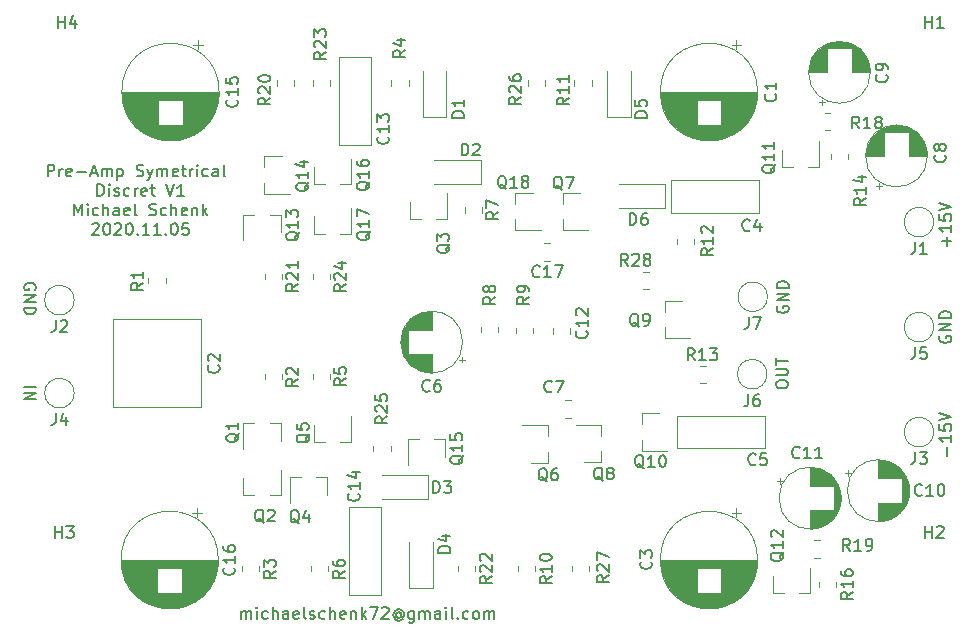
<source format=gbr>
G04 #@! TF.GenerationSoftware,KiCad,Pcbnew,(5.1.8-0-10_14)*
G04 #@! TF.CreationDate,2020-12-12T20:12:21+01:00*
G04 #@! TF.ProjectId,pre-amp-discret,7072652d-616d-4702-9d64-697363726574,rev?*
G04 #@! TF.SameCoordinates,Original*
G04 #@! TF.FileFunction,Legend,Top*
G04 #@! TF.FilePolarity,Positive*
%FSLAX46Y46*%
G04 Gerber Fmt 4.6, Leading zero omitted, Abs format (unit mm)*
G04 Created by KiCad (PCBNEW (5.1.8-0-10_14)) date 2020-12-12 20:12:21*
%MOMM*%
%LPD*%
G01*
G04 APERTURE LIST*
%ADD10C,0.150000*%
%ADD11C,0.120000*%
G04 APERTURE END LIST*
D10*
X200731428Y-132825904D02*
X200731428Y-132064000D01*
X201112380Y-131064000D02*
X201112380Y-131635428D01*
X201112380Y-131349714D02*
X200112380Y-131349714D01*
X200255238Y-131444952D01*
X200350476Y-131540190D01*
X200398095Y-131635428D01*
X200112380Y-130159238D02*
X200112380Y-130635428D01*
X200588571Y-130683047D01*
X200540952Y-130635428D01*
X200493333Y-130540190D01*
X200493333Y-130302095D01*
X200540952Y-130206857D01*
X200588571Y-130159238D01*
X200683809Y-130111619D01*
X200921904Y-130111619D01*
X201017142Y-130159238D01*
X201064761Y-130206857D01*
X201112380Y-130302095D01*
X201112380Y-130540190D01*
X201064761Y-130635428D01*
X201017142Y-130683047D01*
X200112380Y-129825904D02*
X201112380Y-129492571D01*
X200112380Y-129159238D01*
X140987214Y-146629380D02*
X140987214Y-145962714D01*
X140987214Y-146057952D02*
X141034833Y-146010333D01*
X141130071Y-145962714D01*
X141272928Y-145962714D01*
X141368166Y-146010333D01*
X141415785Y-146105571D01*
X141415785Y-146629380D01*
X141415785Y-146105571D02*
X141463404Y-146010333D01*
X141558642Y-145962714D01*
X141701500Y-145962714D01*
X141796738Y-146010333D01*
X141844357Y-146105571D01*
X141844357Y-146629380D01*
X142320547Y-146629380D02*
X142320547Y-145962714D01*
X142320547Y-145629380D02*
X142272928Y-145677000D01*
X142320547Y-145724619D01*
X142368166Y-145677000D01*
X142320547Y-145629380D01*
X142320547Y-145724619D01*
X143225309Y-146581761D02*
X143130071Y-146629380D01*
X142939595Y-146629380D01*
X142844357Y-146581761D01*
X142796738Y-146534142D01*
X142749119Y-146438904D01*
X142749119Y-146153190D01*
X142796738Y-146057952D01*
X142844357Y-146010333D01*
X142939595Y-145962714D01*
X143130071Y-145962714D01*
X143225309Y-146010333D01*
X143653880Y-146629380D02*
X143653880Y-145629380D01*
X144082452Y-146629380D02*
X144082452Y-146105571D01*
X144034833Y-146010333D01*
X143939595Y-145962714D01*
X143796738Y-145962714D01*
X143701500Y-146010333D01*
X143653880Y-146057952D01*
X144987214Y-146629380D02*
X144987214Y-146105571D01*
X144939595Y-146010333D01*
X144844357Y-145962714D01*
X144653880Y-145962714D01*
X144558642Y-146010333D01*
X144987214Y-146581761D02*
X144891976Y-146629380D01*
X144653880Y-146629380D01*
X144558642Y-146581761D01*
X144511023Y-146486523D01*
X144511023Y-146391285D01*
X144558642Y-146296047D01*
X144653880Y-146248428D01*
X144891976Y-146248428D01*
X144987214Y-146200809D01*
X145844357Y-146581761D02*
X145749119Y-146629380D01*
X145558642Y-146629380D01*
X145463404Y-146581761D01*
X145415785Y-146486523D01*
X145415785Y-146105571D01*
X145463404Y-146010333D01*
X145558642Y-145962714D01*
X145749119Y-145962714D01*
X145844357Y-146010333D01*
X145891976Y-146105571D01*
X145891976Y-146200809D01*
X145415785Y-146296047D01*
X146463404Y-146629380D02*
X146368166Y-146581761D01*
X146320547Y-146486523D01*
X146320547Y-145629380D01*
X146796738Y-146581761D02*
X146891976Y-146629380D01*
X147082452Y-146629380D01*
X147177690Y-146581761D01*
X147225309Y-146486523D01*
X147225309Y-146438904D01*
X147177690Y-146343666D01*
X147082452Y-146296047D01*
X146939595Y-146296047D01*
X146844357Y-146248428D01*
X146796738Y-146153190D01*
X146796738Y-146105571D01*
X146844357Y-146010333D01*
X146939595Y-145962714D01*
X147082452Y-145962714D01*
X147177690Y-146010333D01*
X148082452Y-146581761D02*
X147987214Y-146629380D01*
X147796738Y-146629380D01*
X147701500Y-146581761D01*
X147653880Y-146534142D01*
X147606261Y-146438904D01*
X147606261Y-146153190D01*
X147653880Y-146057952D01*
X147701500Y-146010333D01*
X147796738Y-145962714D01*
X147987214Y-145962714D01*
X148082452Y-146010333D01*
X148511023Y-146629380D02*
X148511023Y-145629380D01*
X148939595Y-146629380D02*
X148939595Y-146105571D01*
X148891976Y-146010333D01*
X148796738Y-145962714D01*
X148653880Y-145962714D01*
X148558642Y-146010333D01*
X148511023Y-146057952D01*
X149796738Y-146581761D02*
X149701500Y-146629380D01*
X149511023Y-146629380D01*
X149415785Y-146581761D01*
X149368166Y-146486523D01*
X149368166Y-146105571D01*
X149415785Y-146010333D01*
X149511023Y-145962714D01*
X149701500Y-145962714D01*
X149796738Y-146010333D01*
X149844357Y-146105571D01*
X149844357Y-146200809D01*
X149368166Y-146296047D01*
X150272928Y-145962714D02*
X150272928Y-146629380D01*
X150272928Y-146057952D02*
X150320547Y-146010333D01*
X150415785Y-145962714D01*
X150558642Y-145962714D01*
X150653880Y-146010333D01*
X150701500Y-146105571D01*
X150701500Y-146629380D01*
X151177690Y-146629380D02*
X151177690Y-145629380D01*
X151272928Y-146248428D02*
X151558642Y-146629380D01*
X151558642Y-145962714D02*
X151177690Y-146343666D01*
X151891976Y-145629380D02*
X152558642Y-145629380D01*
X152130071Y-146629380D01*
X152891976Y-145724619D02*
X152939595Y-145677000D01*
X153034833Y-145629380D01*
X153272928Y-145629380D01*
X153368166Y-145677000D01*
X153415785Y-145724619D01*
X153463404Y-145819857D01*
X153463404Y-145915095D01*
X153415785Y-146057952D01*
X152844357Y-146629380D01*
X153463404Y-146629380D01*
X154511023Y-146153190D02*
X154463404Y-146105571D01*
X154368166Y-146057952D01*
X154272928Y-146057952D01*
X154177690Y-146105571D01*
X154130071Y-146153190D01*
X154082452Y-146248428D01*
X154082452Y-146343666D01*
X154130071Y-146438904D01*
X154177690Y-146486523D01*
X154272928Y-146534142D01*
X154368166Y-146534142D01*
X154463404Y-146486523D01*
X154511023Y-146438904D01*
X154511023Y-146057952D02*
X154511023Y-146438904D01*
X154558642Y-146486523D01*
X154606261Y-146486523D01*
X154701500Y-146438904D01*
X154749119Y-146343666D01*
X154749119Y-146105571D01*
X154653880Y-145962714D01*
X154511023Y-145867476D01*
X154320547Y-145819857D01*
X154130071Y-145867476D01*
X153987214Y-145962714D01*
X153891976Y-146105571D01*
X153844357Y-146296047D01*
X153891976Y-146486523D01*
X153987214Y-146629380D01*
X154130071Y-146724619D01*
X154320547Y-146772238D01*
X154511023Y-146724619D01*
X154653880Y-146629380D01*
X155606261Y-145962714D02*
X155606261Y-146772238D01*
X155558642Y-146867476D01*
X155511023Y-146915095D01*
X155415785Y-146962714D01*
X155272928Y-146962714D01*
X155177690Y-146915095D01*
X155606261Y-146581761D02*
X155511023Y-146629380D01*
X155320547Y-146629380D01*
X155225309Y-146581761D01*
X155177690Y-146534142D01*
X155130071Y-146438904D01*
X155130071Y-146153190D01*
X155177690Y-146057952D01*
X155225309Y-146010333D01*
X155320547Y-145962714D01*
X155511023Y-145962714D01*
X155606261Y-146010333D01*
X156082452Y-146629380D02*
X156082452Y-145962714D01*
X156082452Y-146057952D02*
X156130071Y-146010333D01*
X156225309Y-145962714D01*
X156368166Y-145962714D01*
X156463404Y-146010333D01*
X156511023Y-146105571D01*
X156511023Y-146629380D01*
X156511023Y-146105571D02*
X156558642Y-146010333D01*
X156653880Y-145962714D01*
X156796738Y-145962714D01*
X156891976Y-146010333D01*
X156939595Y-146105571D01*
X156939595Y-146629380D01*
X157844357Y-146629380D02*
X157844357Y-146105571D01*
X157796738Y-146010333D01*
X157701500Y-145962714D01*
X157511023Y-145962714D01*
X157415785Y-146010333D01*
X157844357Y-146581761D02*
X157749119Y-146629380D01*
X157511023Y-146629380D01*
X157415785Y-146581761D01*
X157368166Y-146486523D01*
X157368166Y-146391285D01*
X157415785Y-146296047D01*
X157511023Y-146248428D01*
X157749119Y-146248428D01*
X157844357Y-146200809D01*
X158320547Y-146629380D02*
X158320547Y-145962714D01*
X158320547Y-145629380D02*
X158272928Y-145677000D01*
X158320547Y-145724619D01*
X158368166Y-145677000D01*
X158320547Y-145629380D01*
X158320547Y-145724619D01*
X158939595Y-146629380D02*
X158844357Y-146581761D01*
X158796738Y-146486523D01*
X158796738Y-145629380D01*
X159320547Y-146534142D02*
X159368166Y-146581761D01*
X159320547Y-146629380D01*
X159272928Y-146581761D01*
X159320547Y-146534142D01*
X159320547Y-146629380D01*
X160225309Y-146581761D02*
X160130071Y-146629380D01*
X159939595Y-146629380D01*
X159844357Y-146581761D01*
X159796738Y-146534142D01*
X159749119Y-146438904D01*
X159749119Y-146153190D01*
X159796738Y-146057952D01*
X159844357Y-146010333D01*
X159939595Y-145962714D01*
X160130071Y-145962714D01*
X160225309Y-146010333D01*
X160796738Y-146629380D02*
X160701500Y-146581761D01*
X160653880Y-146534142D01*
X160606261Y-146438904D01*
X160606261Y-146153190D01*
X160653880Y-146057952D01*
X160701500Y-146010333D01*
X160796738Y-145962714D01*
X160939595Y-145962714D01*
X161034833Y-146010333D01*
X161082452Y-146057952D01*
X161130071Y-146153190D01*
X161130071Y-146438904D01*
X161082452Y-146534142D01*
X161034833Y-146581761D01*
X160939595Y-146629380D01*
X160796738Y-146629380D01*
X161558642Y-146629380D02*
X161558642Y-145962714D01*
X161558642Y-146057952D02*
X161606261Y-146010333D01*
X161701500Y-145962714D01*
X161844357Y-145962714D01*
X161939595Y-146010333D01*
X161987214Y-146105571D01*
X161987214Y-146629380D01*
X161987214Y-146105571D02*
X162034833Y-146010333D01*
X162130071Y-145962714D01*
X162272928Y-145962714D01*
X162368166Y-146010333D01*
X162415785Y-146105571D01*
X162415785Y-146629380D01*
X124603857Y-109165880D02*
X124603857Y-108165880D01*
X124984809Y-108165880D01*
X125080047Y-108213500D01*
X125127666Y-108261119D01*
X125175285Y-108356357D01*
X125175285Y-108499214D01*
X125127666Y-108594452D01*
X125080047Y-108642071D01*
X124984809Y-108689690D01*
X124603857Y-108689690D01*
X125603857Y-109165880D02*
X125603857Y-108499214D01*
X125603857Y-108689690D02*
X125651476Y-108594452D01*
X125699095Y-108546833D01*
X125794333Y-108499214D01*
X125889571Y-108499214D01*
X126603857Y-109118261D02*
X126508619Y-109165880D01*
X126318142Y-109165880D01*
X126222904Y-109118261D01*
X126175285Y-109023023D01*
X126175285Y-108642071D01*
X126222904Y-108546833D01*
X126318142Y-108499214D01*
X126508619Y-108499214D01*
X126603857Y-108546833D01*
X126651476Y-108642071D01*
X126651476Y-108737309D01*
X126175285Y-108832547D01*
X127080047Y-108784928D02*
X127841952Y-108784928D01*
X128270523Y-108880166D02*
X128746714Y-108880166D01*
X128175285Y-109165880D02*
X128508619Y-108165880D01*
X128841952Y-109165880D01*
X129175285Y-109165880D02*
X129175285Y-108499214D01*
X129175285Y-108594452D02*
X129222904Y-108546833D01*
X129318142Y-108499214D01*
X129461000Y-108499214D01*
X129556238Y-108546833D01*
X129603857Y-108642071D01*
X129603857Y-109165880D01*
X129603857Y-108642071D02*
X129651476Y-108546833D01*
X129746714Y-108499214D01*
X129889571Y-108499214D01*
X129984809Y-108546833D01*
X130032428Y-108642071D01*
X130032428Y-109165880D01*
X130508619Y-108499214D02*
X130508619Y-109499214D01*
X130508619Y-108546833D02*
X130603857Y-108499214D01*
X130794333Y-108499214D01*
X130889571Y-108546833D01*
X130937190Y-108594452D01*
X130984809Y-108689690D01*
X130984809Y-108975404D01*
X130937190Y-109070642D01*
X130889571Y-109118261D01*
X130794333Y-109165880D01*
X130603857Y-109165880D01*
X130508619Y-109118261D01*
X132127666Y-109118261D02*
X132270523Y-109165880D01*
X132508619Y-109165880D01*
X132603857Y-109118261D01*
X132651476Y-109070642D01*
X132699095Y-108975404D01*
X132699095Y-108880166D01*
X132651476Y-108784928D01*
X132603857Y-108737309D01*
X132508619Y-108689690D01*
X132318142Y-108642071D01*
X132222904Y-108594452D01*
X132175285Y-108546833D01*
X132127666Y-108451595D01*
X132127666Y-108356357D01*
X132175285Y-108261119D01*
X132222904Y-108213500D01*
X132318142Y-108165880D01*
X132556238Y-108165880D01*
X132699095Y-108213500D01*
X133032428Y-108499214D02*
X133270523Y-109165880D01*
X133508619Y-108499214D02*
X133270523Y-109165880D01*
X133175285Y-109403976D01*
X133127666Y-109451595D01*
X133032428Y-109499214D01*
X133889571Y-109165880D02*
X133889571Y-108499214D01*
X133889571Y-108594452D02*
X133937190Y-108546833D01*
X134032428Y-108499214D01*
X134175285Y-108499214D01*
X134270523Y-108546833D01*
X134318142Y-108642071D01*
X134318142Y-109165880D01*
X134318142Y-108642071D02*
X134365761Y-108546833D01*
X134461000Y-108499214D01*
X134603857Y-108499214D01*
X134699095Y-108546833D01*
X134746714Y-108642071D01*
X134746714Y-109165880D01*
X135603857Y-109118261D02*
X135508619Y-109165880D01*
X135318142Y-109165880D01*
X135222904Y-109118261D01*
X135175285Y-109023023D01*
X135175285Y-108642071D01*
X135222904Y-108546833D01*
X135318142Y-108499214D01*
X135508619Y-108499214D01*
X135603857Y-108546833D01*
X135651476Y-108642071D01*
X135651476Y-108737309D01*
X135175285Y-108832547D01*
X135937190Y-108499214D02*
X136318142Y-108499214D01*
X136080047Y-108165880D02*
X136080047Y-109023023D01*
X136127666Y-109118261D01*
X136222904Y-109165880D01*
X136318142Y-109165880D01*
X136651476Y-109165880D02*
X136651476Y-108499214D01*
X136651476Y-108689690D02*
X136699095Y-108594452D01*
X136746714Y-108546833D01*
X136841952Y-108499214D01*
X136937190Y-108499214D01*
X137270523Y-109165880D02*
X137270523Y-108499214D01*
X137270523Y-108165880D02*
X137222904Y-108213500D01*
X137270523Y-108261119D01*
X137318142Y-108213500D01*
X137270523Y-108165880D01*
X137270523Y-108261119D01*
X138175285Y-109118261D02*
X138080047Y-109165880D01*
X137889571Y-109165880D01*
X137794333Y-109118261D01*
X137746714Y-109070642D01*
X137699095Y-108975404D01*
X137699095Y-108689690D01*
X137746714Y-108594452D01*
X137794333Y-108546833D01*
X137889571Y-108499214D01*
X138080047Y-108499214D01*
X138175285Y-108546833D01*
X139032428Y-109165880D02*
X139032428Y-108642071D01*
X138984809Y-108546833D01*
X138889571Y-108499214D01*
X138699095Y-108499214D01*
X138603857Y-108546833D01*
X139032428Y-109118261D02*
X138937190Y-109165880D01*
X138699095Y-109165880D01*
X138603857Y-109118261D01*
X138556238Y-109023023D01*
X138556238Y-108927785D01*
X138603857Y-108832547D01*
X138699095Y-108784928D01*
X138937190Y-108784928D01*
X139032428Y-108737309D01*
X139651476Y-109165880D02*
X139556238Y-109118261D01*
X139508619Y-109023023D01*
X139508619Y-108165880D01*
X128818142Y-110815880D02*
X128818142Y-109815880D01*
X129056238Y-109815880D01*
X129199095Y-109863500D01*
X129294333Y-109958738D01*
X129341952Y-110053976D01*
X129389571Y-110244452D01*
X129389571Y-110387309D01*
X129341952Y-110577785D01*
X129294333Y-110673023D01*
X129199095Y-110768261D01*
X129056238Y-110815880D01*
X128818142Y-110815880D01*
X129818142Y-110815880D02*
X129818142Y-110149214D01*
X129818142Y-109815880D02*
X129770523Y-109863500D01*
X129818142Y-109911119D01*
X129865761Y-109863500D01*
X129818142Y-109815880D01*
X129818142Y-109911119D01*
X130246714Y-110768261D02*
X130341952Y-110815880D01*
X130532428Y-110815880D01*
X130627666Y-110768261D01*
X130675285Y-110673023D01*
X130675285Y-110625404D01*
X130627666Y-110530166D01*
X130532428Y-110482547D01*
X130389571Y-110482547D01*
X130294333Y-110434928D01*
X130246714Y-110339690D01*
X130246714Y-110292071D01*
X130294333Y-110196833D01*
X130389571Y-110149214D01*
X130532428Y-110149214D01*
X130627666Y-110196833D01*
X131532428Y-110768261D02*
X131437190Y-110815880D01*
X131246714Y-110815880D01*
X131151476Y-110768261D01*
X131103857Y-110720642D01*
X131056238Y-110625404D01*
X131056238Y-110339690D01*
X131103857Y-110244452D01*
X131151476Y-110196833D01*
X131246714Y-110149214D01*
X131437190Y-110149214D01*
X131532428Y-110196833D01*
X131961000Y-110815880D02*
X131961000Y-110149214D01*
X131961000Y-110339690D02*
X132008619Y-110244452D01*
X132056238Y-110196833D01*
X132151476Y-110149214D01*
X132246714Y-110149214D01*
X132961000Y-110768261D02*
X132865761Y-110815880D01*
X132675285Y-110815880D01*
X132580047Y-110768261D01*
X132532428Y-110673023D01*
X132532428Y-110292071D01*
X132580047Y-110196833D01*
X132675285Y-110149214D01*
X132865761Y-110149214D01*
X132961000Y-110196833D01*
X133008619Y-110292071D01*
X133008619Y-110387309D01*
X132532428Y-110482547D01*
X133294333Y-110149214D02*
X133675285Y-110149214D01*
X133437190Y-109815880D02*
X133437190Y-110673023D01*
X133484809Y-110768261D01*
X133580047Y-110815880D01*
X133675285Y-110815880D01*
X134627666Y-109815880D02*
X134961000Y-110815880D01*
X135294333Y-109815880D01*
X136151476Y-110815880D02*
X135580047Y-110815880D01*
X135865761Y-110815880D02*
X135865761Y-109815880D01*
X135770523Y-109958738D01*
X135675285Y-110053976D01*
X135580047Y-110101595D01*
X126841952Y-112465880D02*
X126841952Y-111465880D01*
X127175285Y-112180166D01*
X127508619Y-111465880D01*
X127508619Y-112465880D01*
X127984809Y-112465880D02*
X127984809Y-111799214D01*
X127984809Y-111465880D02*
X127937190Y-111513500D01*
X127984809Y-111561119D01*
X128032428Y-111513500D01*
X127984809Y-111465880D01*
X127984809Y-111561119D01*
X128889571Y-112418261D02*
X128794333Y-112465880D01*
X128603857Y-112465880D01*
X128508619Y-112418261D01*
X128461000Y-112370642D01*
X128413380Y-112275404D01*
X128413380Y-111989690D01*
X128461000Y-111894452D01*
X128508619Y-111846833D01*
X128603857Y-111799214D01*
X128794333Y-111799214D01*
X128889571Y-111846833D01*
X129318142Y-112465880D02*
X129318142Y-111465880D01*
X129746714Y-112465880D02*
X129746714Y-111942071D01*
X129699095Y-111846833D01*
X129603857Y-111799214D01*
X129461000Y-111799214D01*
X129365761Y-111846833D01*
X129318142Y-111894452D01*
X130651476Y-112465880D02*
X130651476Y-111942071D01*
X130603857Y-111846833D01*
X130508619Y-111799214D01*
X130318142Y-111799214D01*
X130222904Y-111846833D01*
X130651476Y-112418261D02*
X130556238Y-112465880D01*
X130318142Y-112465880D01*
X130222904Y-112418261D01*
X130175285Y-112323023D01*
X130175285Y-112227785D01*
X130222904Y-112132547D01*
X130318142Y-112084928D01*
X130556238Y-112084928D01*
X130651476Y-112037309D01*
X131508619Y-112418261D02*
X131413380Y-112465880D01*
X131222904Y-112465880D01*
X131127666Y-112418261D01*
X131080047Y-112323023D01*
X131080047Y-111942071D01*
X131127666Y-111846833D01*
X131222904Y-111799214D01*
X131413380Y-111799214D01*
X131508619Y-111846833D01*
X131556238Y-111942071D01*
X131556238Y-112037309D01*
X131080047Y-112132547D01*
X132127666Y-112465880D02*
X132032428Y-112418261D01*
X131984809Y-112323023D01*
X131984809Y-111465880D01*
X133222904Y-112418261D02*
X133365761Y-112465880D01*
X133603857Y-112465880D01*
X133699095Y-112418261D01*
X133746714Y-112370642D01*
X133794333Y-112275404D01*
X133794333Y-112180166D01*
X133746714Y-112084928D01*
X133699095Y-112037309D01*
X133603857Y-111989690D01*
X133413380Y-111942071D01*
X133318142Y-111894452D01*
X133270523Y-111846833D01*
X133222904Y-111751595D01*
X133222904Y-111656357D01*
X133270523Y-111561119D01*
X133318142Y-111513500D01*
X133413380Y-111465880D01*
X133651476Y-111465880D01*
X133794333Y-111513500D01*
X134651476Y-112418261D02*
X134556238Y-112465880D01*
X134365761Y-112465880D01*
X134270523Y-112418261D01*
X134222904Y-112370642D01*
X134175285Y-112275404D01*
X134175285Y-111989690D01*
X134222904Y-111894452D01*
X134270523Y-111846833D01*
X134365761Y-111799214D01*
X134556238Y-111799214D01*
X134651476Y-111846833D01*
X135080047Y-112465880D02*
X135080047Y-111465880D01*
X135508619Y-112465880D02*
X135508619Y-111942071D01*
X135461000Y-111846833D01*
X135365761Y-111799214D01*
X135222904Y-111799214D01*
X135127666Y-111846833D01*
X135080047Y-111894452D01*
X136365761Y-112418261D02*
X136270523Y-112465880D01*
X136080047Y-112465880D01*
X135984809Y-112418261D01*
X135937190Y-112323023D01*
X135937190Y-111942071D01*
X135984809Y-111846833D01*
X136080047Y-111799214D01*
X136270523Y-111799214D01*
X136365761Y-111846833D01*
X136413380Y-111942071D01*
X136413380Y-112037309D01*
X135937190Y-112132547D01*
X136841952Y-111799214D02*
X136841952Y-112465880D01*
X136841952Y-111894452D02*
X136889571Y-111846833D01*
X136984809Y-111799214D01*
X137127666Y-111799214D01*
X137222904Y-111846833D01*
X137270523Y-111942071D01*
X137270523Y-112465880D01*
X137746714Y-112465880D02*
X137746714Y-111465880D01*
X137841952Y-112084928D02*
X138127666Y-112465880D01*
X138127666Y-111799214D02*
X137746714Y-112180166D01*
X128365761Y-113211119D02*
X128413380Y-113163500D01*
X128508619Y-113115880D01*
X128746714Y-113115880D01*
X128841952Y-113163500D01*
X128889571Y-113211119D01*
X128937190Y-113306357D01*
X128937190Y-113401595D01*
X128889571Y-113544452D01*
X128318142Y-114115880D01*
X128937190Y-114115880D01*
X129556238Y-113115880D02*
X129651476Y-113115880D01*
X129746714Y-113163500D01*
X129794333Y-113211119D01*
X129841952Y-113306357D01*
X129889571Y-113496833D01*
X129889571Y-113734928D01*
X129841952Y-113925404D01*
X129794333Y-114020642D01*
X129746714Y-114068261D01*
X129651476Y-114115880D01*
X129556238Y-114115880D01*
X129461000Y-114068261D01*
X129413380Y-114020642D01*
X129365761Y-113925404D01*
X129318142Y-113734928D01*
X129318142Y-113496833D01*
X129365761Y-113306357D01*
X129413380Y-113211119D01*
X129461000Y-113163500D01*
X129556238Y-113115880D01*
X130270523Y-113211119D02*
X130318142Y-113163500D01*
X130413380Y-113115880D01*
X130651476Y-113115880D01*
X130746714Y-113163500D01*
X130794333Y-113211119D01*
X130841952Y-113306357D01*
X130841952Y-113401595D01*
X130794333Y-113544452D01*
X130222904Y-114115880D01*
X130841952Y-114115880D01*
X131461000Y-113115880D02*
X131556238Y-113115880D01*
X131651476Y-113163500D01*
X131699095Y-113211119D01*
X131746714Y-113306357D01*
X131794333Y-113496833D01*
X131794333Y-113734928D01*
X131746714Y-113925404D01*
X131699095Y-114020642D01*
X131651476Y-114068261D01*
X131556238Y-114115880D01*
X131461000Y-114115880D01*
X131365761Y-114068261D01*
X131318142Y-114020642D01*
X131270523Y-113925404D01*
X131222904Y-113734928D01*
X131222904Y-113496833D01*
X131270523Y-113306357D01*
X131318142Y-113211119D01*
X131365761Y-113163500D01*
X131461000Y-113115880D01*
X132222904Y-114020642D02*
X132270523Y-114068261D01*
X132222904Y-114115880D01*
X132175285Y-114068261D01*
X132222904Y-114020642D01*
X132222904Y-114115880D01*
X133222904Y-114115880D02*
X132651476Y-114115880D01*
X132937190Y-114115880D02*
X132937190Y-113115880D01*
X132841952Y-113258738D01*
X132746714Y-113353976D01*
X132651476Y-113401595D01*
X134175285Y-114115880D02*
X133603857Y-114115880D01*
X133889571Y-114115880D02*
X133889571Y-113115880D01*
X133794333Y-113258738D01*
X133699095Y-113353976D01*
X133603857Y-113401595D01*
X134603857Y-114020642D02*
X134651476Y-114068261D01*
X134603857Y-114115880D01*
X134556238Y-114068261D01*
X134603857Y-114020642D01*
X134603857Y-114115880D01*
X135270523Y-113115880D02*
X135365761Y-113115880D01*
X135461000Y-113163500D01*
X135508619Y-113211119D01*
X135556238Y-113306357D01*
X135603857Y-113496833D01*
X135603857Y-113734928D01*
X135556238Y-113925404D01*
X135508619Y-114020642D01*
X135461000Y-114068261D01*
X135365761Y-114115880D01*
X135270523Y-114115880D01*
X135175285Y-114068261D01*
X135127666Y-114020642D01*
X135080047Y-113925404D01*
X135032428Y-113734928D01*
X135032428Y-113496833D01*
X135080047Y-113306357D01*
X135127666Y-113211119D01*
X135175285Y-113163500D01*
X135270523Y-113115880D01*
X136508619Y-113115880D02*
X136032428Y-113115880D01*
X135984809Y-113592071D01*
X136032428Y-113544452D01*
X136127666Y-113496833D01*
X136365761Y-113496833D01*
X136461000Y-113544452D01*
X136508619Y-113592071D01*
X136556238Y-113687309D01*
X136556238Y-113925404D01*
X136508619Y-114020642D01*
X136461000Y-114068261D01*
X136365761Y-114115880D01*
X136127666Y-114115880D01*
X136032428Y-114068261D01*
X135984809Y-114020642D01*
X186380500Y-120141904D02*
X186332880Y-120237142D01*
X186332880Y-120380000D01*
X186380500Y-120522857D01*
X186475738Y-120618095D01*
X186570976Y-120665714D01*
X186761452Y-120713333D01*
X186904309Y-120713333D01*
X187094785Y-120665714D01*
X187190023Y-120618095D01*
X187285261Y-120522857D01*
X187332880Y-120380000D01*
X187332880Y-120284761D01*
X187285261Y-120141904D01*
X187237642Y-120094285D01*
X186904309Y-120094285D01*
X186904309Y-120284761D01*
X187332880Y-119665714D02*
X186332880Y-119665714D01*
X187332880Y-119094285D01*
X186332880Y-119094285D01*
X187332880Y-118618095D02*
X186332880Y-118618095D01*
X186332880Y-118380000D01*
X186380500Y-118237142D01*
X186475738Y-118141904D01*
X186570976Y-118094285D01*
X186761452Y-118046666D01*
X186904309Y-118046666D01*
X187094785Y-118094285D01*
X187190023Y-118141904D01*
X187285261Y-118237142D01*
X187332880Y-118380000D01*
X187332880Y-118618095D01*
X186269380Y-126857000D02*
X186269380Y-126666523D01*
X186317000Y-126571285D01*
X186412238Y-126476047D01*
X186602714Y-126428428D01*
X186936047Y-126428428D01*
X187126523Y-126476047D01*
X187221761Y-126571285D01*
X187269380Y-126666523D01*
X187269380Y-126857000D01*
X187221761Y-126952238D01*
X187126523Y-127047476D01*
X186936047Y-127095095D01*
X186602714Y-127095095D01*
X186412238Y-127047476D01*
X186317000Y-126952238D01*
X186269380Y-126857000D01*
X186269380Y-125999857D02*
X187078904Y-125999857D01*
X187174142Y-125952238D01*
X187221761Y-125904619D01*
X187269380Y-125809380D01*
X187269380Y-125618904D01*
X187221761Y-125523666D01*
X187174142Y-125476047D01*
X187078904Y-125428428D01*
X186269380Y-125428428D01*
X186269380Y-125095095D02*
X186269380Y-124523666D01*
X187269380Y-124809380D02*
X186269380Y-124809380D01*
X123563000Y-118745095D02*
X123610619Y-118649857D01*
X123610619Y-118507000D01*
X123563000Y-118364142D01*
X123467761Y-118268904D01*
X123372523Y-118221285D01*
X123182047Y-118173666D01*
X123039190Y-118173666D01*
X122848714Y-118221285D01*
X122753476Y-118268904D01*
X122658238Y-118364142D01*
X122610619Y-118507000D01*
X122610619Y-118602238D01*
X122658238Y-118745095D01*
X122705857Y-118792714D01*
X123039190Y-118792714D01*
X123039190Y-118602238D01*
X122610619Y-119221285D02*
X123610619Y-119221285D01*
X122610619Y-119792714D01*
X123610619Y-119792714D01*
X122610619Y-120268904D02*
X123610619Y-120268904D01*
X123610619Y-120507000D01*
X123563000Y-120649857D01*
X123467761Y-120745095D01*
X123372523Y-120792714D01*
X123182047Y-120840333D01*
X123039190Y-120840333D01*
X122848714Y-120792714D01*
X122753476Y-120745095D01*
X122658238Y-120649857D01*
X122610619Y-120507000D01*
X122610619Y-120268904D01*
X122610619Y-126984190D02*
X123610619Y-126984190D01*
X122610619Y-127460380D02*
X123610619Y-127460380D01*
X122610619Y-128031809D01*
X123610619Y-128031809D01*
X200160000Y-122681904D02*
X200112380Y-122777142D01*
X200112380Y-122920000D01*
X200160000Y-123062857D01*
X200255238Y-123158095D01*
X200350476Y-123205714D01*
X200540952Y-123253333D01*
X200683809Y-123253333D01*
X200874285Y-123205714D01*
X200969523Y-123158095D01*
X201064761Y-123062857D01*
X201112380Y-122920000D01*
X201112380Y-122824761D01*
X201064761Y-122681904D01*
X201017142Y-122634285D01*
X200683809Y-122634285D01*
X200683809Y-122824761D01*
X201112380Y-122205714D02*
X200112380Y-122205714D01*
X201112380Y-121634285D01*
X200112380Y-121634285D01*
X201112380Y-121158095D02*
X200112380Y-121158095D01*
X200112380Y-120920000D01*
X200160000Y-120777142D01*
X200255238Y-120681904D01*
X200350476Y-120634285D01*
X200540952Y-120586666D01*
X200683809Y-120586666D01*
X200874285Y-120634285D01*
X200969523Y-120681904D01*
X201064761Y-120777142D01*
X201112380Y-120920000D01*
X201112380Y-121158095D01*
X200731428Y-115045904D02*
X200731428Y-114284000D01*
X201112380Y-114664952D02*
X200350476Y-114664952D01*
X201112380Y-113284000D02*
X201112380Y-113855428D01*
X201112380Y-113569714D02*
X200112380Y-113569714D01*
X200255238Y-113664952D01*
X200350476Y-113760190D01*
X200398095Y-113855428D01*
X200112380Y-112379238D02*
X200112380Y-112855428D01*
X200588571Y-112903047D01*
X200540952Y-112855428D01*
X200493333Y-112760190D01*
X200493333Y-112522095D01*
X200540952Y-112426857D01*
X200588571Y-112379238D01*
X200683809Y-112331619D01*
X200921904Y-112331619D01*
X201017142Y-112379238D01*
X201064761Y-112426857D01*
X201112380Y-112522095D01*
X201112380Y-112760190D01*
X201064761Y-112855428D01*
X201017142Y-112903047D01*
X200112380Y-112045904D02*
X201112380Y-111712571D01*
X200112380Y-111379238D01*
D11*
X159669775Y-124915000D02*
X159669775Y-124415000D01*
X159919775Y-124665000D02*
X159419775Y-124665000D01*
X154514000Y-123474000D02*
X154514000Y-122906000D01*
X154554000Y-123708000D02*
X154554000Y-122672000D01*
X154594000Y-123867000D02*
X154594000Y-122513000D01*
X154634000Y-123995000D02*
X154634000Y-122385000D01*
X154674000Y-124105000D02*
X154674000Y-122275000D01*
X154714000Y-124201000D02*
X154714000Y-122179000D01*
X154754000Y-124288000D02*
X154754000Y-122092000D01*
X154794000Y-124368000D02*
X154794000Y-122012000D01*
X154834000Y-124441000D02*
X154834000Y-121939000D01*
X154874000Y-124509000D02*
X154874000Y-121871000D01*
X154914000Y-124573000D02*
X154914000Y-121807000D01*
X154954000Y-124633000D02*
X154954000Y-121747000D01*
X154994000Y-124690000D02*
X154994000Y-121690000D01*
X155034000Y-124744000D02*
X155034000Y-121636000D01*
X155074000Y-124795000D02*
X155074000Y-121585000D01*
X155114000Y-122150000D02*
X155114000Y-121537000D01*
X155114000Y-124843000D02*
X155114000Y-124230000D01*
X155154000Y-122150000D02*
X155154000Y-121491000D01*
X155154000Y-124889000D02*
X155154000Y-124230000D01*
X155194000Y-122150000D02*
X155194000Y-121447000D01*
X155194000Y-124933000D02*
X155194000Y-124230000D01*
X155234000Y-122150000D02*
X155234000Y-121405000D01*
X155234000Y-124975000D02*
X155234000Y-124230000D01*
X155274000Y-122150000D02*
X155274000Y-121364000D01*
X155274000Y-125016000D02*
X155274000Y-124230000D01*
X155314000Y-122150000D02*
X155314000Y-121326000D01*
X155314000Y-125054000D02*
X155314000Y-124230000D01*
X155354000Y-122150000D02*
X155354000Y-121289000D01*
X155354000Y-125091000D02*
X155354000Y-124230000D01*
X155394000Y-122150000D02*
X155394000Y-121253000D01*
X155394000Y-125127000D02*
X155394000Y-124230000D01*
X155434000Y-122150000D02*
X155434000Y-121219000D01*
X155434000Y-125161000D02*
X155434000Y-124230000D01*
X155474000Y-122150000D02*
X155474000Y-121186000D01*
X155474000Y-125194000D02*
X155474000Y-124230000D01*
X155514000Y-122150000D02*
X155514000Y-121155000D01*
X155514000Y-125225000D02*
X155514000Y-124230000D01*
X155554000Y-122150000D02*
X155554000Y-121125000D01*
X155554000Y-125255000D02*
X155554000Y-124230000D01*
X155594000Y-122150000D02*
X155594000Y-121095000D01*
X155594000Y-125285000D02*
X155594000Y-124230000D01*
X155634000Y-122150000D02*
X155634000Y-121068000D01*
X155634000Y-125312000D02*
X155634000Y-124230000D01*
X155674000Y-122150000D02*
X155674000Y-121041000D01*
X155674000Y-125339000D02*
X155674000Y-124230000D01*
X155714000Y-122150000D02*
X155714000Y-121015000D01*
X155714000Y-125365000D02*
X155714000Y-124230000D01*
X155754000Y-122150000D02*
X155754000Y-120990000D01*
X155754000Y-125390000D02*
X155754000Y-124230000D01*
X155794000Y-122150000D02*
X155794000Y-120966000D01*
X155794000Y-125414000D02*
X155794000Y-124230000D01*
X155834000Y-122150000D02*
X155834000Y-120943000D01*
X155834000Y-125437000D02*
X155834000Y-124230000D01*
X155874000Y-122150000D02*
X155874000Y-120922000D01*
X155874000Y-125458000D02*
X155874000Y-124230000D01*
X155914000Y-122150000D02*
X155914000Y-120900000D01*
X155914000Y-125480000D02*
X155914000Y-124230000D01*
X155954000Y-122150000D02*
X155954000Y-120880000D01*
X155954000Y-125500000D02*
X155954000Y-124230000D01*
X155994000Y-122150000D02*
X155994000Y-120861000D01*
X155994000Y-125519000D02*
X155994000Y-124230000D01*
X156034000Y-122150000D02*
X156034000Y-120842000D01*
X156034000Y-125538000D02*
X156034000Y-124230000D01*
X156074000Y-122150000D02*
X156074000Y-120825000D01*
X156074000Y-125555000D02*
X156074000Y-124230000D01*
X156114000Y-122150000D02*
X156114000Y-120808000D01*
X156114000Y-125572000D02*
X156114000Y-124230000D01*
X156154000Y-122150000D02*
X156154000Y-120792000D01*
X156154000Y-125588000D02*
X156154000Y-124230000D01*
X156194000Y-122150000D02*
X156194000Y-120776000D01*
X156194000Y-125604000D02*
X156194000Y-124230000D01*
X156234000Y-122150000D02*
X156234000Y-120762000D01*
X156234000Y-125618000D02*
X156234000Y-124230000D01*
X156274000Y-122150000D02*
X156274000Y-120748000D01*
X156274000Y-125632000D02*
X156274000Y-124230000D01*
X156314000Y-122150000D02*
X156314000Y-120735000D01*
X156314000Y-125645000D02*
X156314000Y-124230000D01*
X156354000Y-122150000D02*
X156354000Y-120722000D01*
X156354000Y-125658000D02*
X156354000Y-124230000D01*
X156394000Y-122150000D02*
X156394000Y-120710000D01*
X156394000Y-125670000D02*
X156394000Y-124230000D01*
X156435000Y-122150000D02*
X156435000Y-120699000D01*
X156435000Y-125681000D02*
X156435000Y-124230000D01*
X156475000Y-122150000D02*
X156475000Y-120689000D01*
X156475000Y-125691000D02*
X156475000Y-124230000D01*
X156515000Y-122150000D02*
X156515000Y-120679000D01*
X156515000Y-125701000D02*
X156515000Y-124230000D01*
X156555000Y-122150000D02*
X156555000Y-120670000D01*
X156555000Y-125710000D02*
X156555000Y-124230000D01*
X156595000Y-122150000D02*
X156595000Y-120662000D01*
X156595000Y-125718000D02*
X156595000Y-124230000D01*
X156635000Y-122150000D02*
X156635000Y-120654000D01*
X156635000Y-125726000D02*
X156635000Y-124230000D01*
X156675000Y-122150000D02*
X156675000Y-120647000D01*
X156675000Y-125733000D02*
X156675000Y-124230000D01*
X156715000Y-122150000D02*
X156715000Y-120640000D01*
X156715000Y-125740000D02*
X156715000Y-124230000D01*
X156755000Y-122150000D02*
X156755000Y-120634000D01*
X156755000Y-125746000D02*
X156755000Y-124230000D01*
X156795000Y-122150000D02*
X156795000Y-120629000D01*
X156795000Y-125751000D02*
X156795000Y-124230000D01*
X156835000Y-122150000D02*
X156835000Y-120625000D01*
X156835000Y-125755000D02*
X156835000Y-124230000D01*
X156875000Y-122150000D02*
X156875000Y-120621000D01*
X156875000Y-125759000D02*
X156875000Y-124230000D01*
X156915000Y-122150000D02*
X156915000Y-120617000D01*
X156915000Y-125763000D02*
X156915000Y-124230000D01*
X156955000Y-122150000D02*
X156955000Y-120614000D01*
X156955000Y-125766000D02*
X156955000Y-124230000D01*
X156995000Y-122150000D02*
X156995000Y-120612000D01*
X156995000Y-125768000D02*
X156995000Y-124230000D01*
X157035000Y-122150000D02*
X157035000Y-120611000D01*
X157035000Y-125769000D02*
X157035000Y-124230000D01*
X157075000Y-125770000D02*
X157075000Y-124230000D01*
X157075000Y-122150000D02*
X157075000Y-120610000D01*
X157115000Y-125770000D02*
X157115000Y-124230000D01*
X157115000Y-122150000D02*
X157115000Y-120610000D01*
X159735000Y-123190000D02*
G75*
G03*
X159735000Y-123190000I-2620000J0D01*
G01*
X164197000Y-110561000D02*
X164197000Y-111491000D01*
X164197000Y-113721000D02*
X164197000Y-112791000D01*
X164197000Y-113721000D02*
X166357000Y-113721000D01*
X164197000Y-110561000D02*
X165657000Y-110561000D01*
X180329064Y-125185500D02*
X179874936Y-125185500D01*
X180329064Y-126655500D02*
X179874936Y-126655500D01*
X175503064Y-118718000D02*
X175048936Y-118718000D01*
X175503064Y-117248000D02*
X175048936Y-117248000D01*
X170470500Y-142155936D02*
X170470500Y-142610064D01*
X169000500Y-142155936D02*
X169000500Y-142610064D01*
X166724000Y-101039436D02*
X166724000Y-101493564D01*
X165254000Y-101039436D02*
X165254000Y-101493564D01*
X153643000Y-131979936D02*
X153643000Y-132434064D01*
X152173000Y-131979936D02*
X152173000Y-132434064D01*
X148499500Y-117422436D02*
X148499500Y-117876564D01*
X147029500Y-117422436D02*
X147029500Y-117876564D01*
X148499500Y-101039436D02*
X148499500Y-101493564D01*
X147029500Y-101039436D02*
X147029500Y-101493564D01*
X160818500Y-142155936D02*
X160818500Y-142610064D01*
X159348500Y-142155936D02*
X159348500Y-142610064D01*
X144435500Y-117390936D02*
X144435500Y-117845064D01*
X142965500Y-117390936D02*
X142965500Y-117845064D01*
X145451500Y-101039436D02*
X145451500Y-101493564D01*
X143981500Y-101039436D02*
X143981500Y-101493564D01*
X147137000Y-113996500D02*
X148067000Y-113996500D01*
X150297000Y-113996500D02*
X149367000Y-113996500D01*
X150297000Y-113996500D02*
X150297000Y-111836500D01*
X147137000Y-113996500D02*
X147137000Y-112536500D01*
X147137000Y-109805500D02*
X148067000Y-109805500D01*
X150297000Y-109805500D02*
X149367000Y-109805500D01*
X150297000Y-109805500D02*
X150297000Y-107645500D01*
X147137000Y-109805500D02*
X147137000Y-108345500D01*
X158234500Y-131431000D02*
X157304500Y-131431000D01*
X155074500Y-131431000D02*
X156004500Y-131431000D01*
X155074500Y-131431000D02*
X155074500Y-133591000D01*
X158234500Y-131431000D02*
X158234500Y-132891000D01*
X142956500Y-107452000D02*
X142956500Y-108382000D01*
X142956500Y-110612000D02*
X142956500Y-109682000D01*
X142956500Y-110612000D02*
X145116500Y-110612000D01*
X142956500Y-107452000D02*
X144416500Y-107452000D01*
X144330500Y-112413000D02*
X143400500Y-112413000D01*
X141170500Y-112413000D02*
X142100500Y-112413000D01*
X141170500Y-112413000D02*
X141170500Y-114573000D01*
X144330500Y-112413000D02*
X144330500Y-113873000D01*
X176874000Y-111807500D02*
X176874000Y-109807500D01*
X176874000Y-109807500D02*
X172974000Y-109807500D01*
X176874000Y-111807500D02*
X172974000Y-111807500D01*
X171974000Y-104166500D02*
X173974000Y-104166500D01*
X173974000Y-104166500D02*
X173974000Y-100266500D01*
X171974000Y-104166500D02*
X171974000Y-100266500D01*
X155210000Y-143983000D02*
X157210000Y-143983000D01*
X157210000Y-143983000D02*
X157210000Y-140083000D01*
X155210000Y-143983000D02*
X155210000Y-140083000D01*
X156809000Y-136445500D02*
X156809000Y-134445500D01*
X156809000Y-134445500D02*
X152909000Y-134445500D01*
X156809000Y-136445500D02*
X152909000Y-136445500D01*
X167160752Y-116305000D02*
X166638248Y-116305000D01*
X167160752Y-114835000D02*
X166638248Y-114835000D01*
X137652500Y-137623302D02*
X136852500Y-137623302D01*
X137252500Y-137223302D02*
X137252500Y-138023302D01*
X135470500Y-145714000D02*
X134404500Y-145714000D01*
X135705500Y-145674000D02*
X134169500Y-145674000D01*
X135885500Y-145634000D02*
X133989500Y-145634000D01*
X136035500Y-145594000D02*
X133839500Y-145594000D01*
X136166500Y-145554000D02*
X133708500Y-145554000D01*
X136283500Y-145514000D02*
X133591500Y-145514000D01*
X136390500Y-145474000D02*
X133484500Y-145474000D01*
X136489500Y-145434000D02*
X133385500Y-145434000D01*
X136582500Y-145394000D02*
X133292500Y-145394000D01*
X136668500Y-145354000D02*
X133206500Y-145354000D01*
X136750500Y-145314000D02*
X133124500Y-145314000D01*
X136827500Y-145274000D02*
X133047500Y-145274000D01*
X136901500Y-145234000D02*
X132973500Y-145234000D01*
X136971500Y-145194000D02*
X132903500Y-145194000D01*
X137039500Y-145154000D02*
X132835500Y-145154000D01*
X137103500Y-145114000D02*
X132771500Y-145114000D01*
X137165500Y-145074000D02*
X132709500Y-145074000D01*
X137224500Y-145034000D02*
X132650500Y-145034000D01*
X137282500Y-144994000D02*
X132592500Y-144994000D01*
X137337500Y-144954000D02*
X132537500Y-144954000D01*
X137391500Y-144914000D02*
X132483500Y-144914000D01*
X137442500Y-144874000D02*
X132432500Y-144874000D01*
X137493500Y-144834000D02*
X132381500Y-144834000D01*
X137541500Y-144794000D02*
X132333500Y-144794000D01*
X137588500Y-144754000D02*
X132286500Y-144754000D01*
X137634500Y-144714000D02*
X132240500Y-144714000D01*
X137678500Y-144674000D02*
X132196500Y-144674000D01*
X137721500Y-144634000D02*
X132153500Y-144634000D01*
X137763500Y-144594000D02*
X132111500Y-144594000D01*
X137804500Y-144554000D02*
X132070500Y-144554000D01*
X137844500Y-144514000D02*
X132030500Y-144514000D01*
X137882500Y-144474000D02*
X131992500Y-144474000D01*
X137920500Y-144434000D02*
X131954500Y-144434000D01*
X133897500Y-144394000D02*
X131918500Y-144394000D01*
X137956500Y-144394000D02*
X135977500Y-144394000D01*
X133897500Y-144354000D02*
X131882500Y-144354000D01*
X137992500Y-144354000D02*
X135977500Y-144354000D01*
X133897500Y-144314000D02*
X131847500Y-144314000D01*
X138027500Y-144314000D02*
X135977500Y-144314000D01*
X133897500Y-144274000D02*
X131813500Y-144274000D01*
X138061500Y-144274000D02*
X135977500Y-144274000D01*
X133897500Y-144234000D02*
X131781500Y-144234000D01*
X138093500Y-144234000D02*
X135977500Y-144234000D01*
X133897500Y-144194000D02*
X131748500Y-144194000D01*
X138126500Y-144194000D02*
X135977500Y-144194000D01*
X133897500Y-144154000D02*
X131717500Y-144154000D01*
X138157500Y-144154000D02*
X135977500Y-144154000D01*
X133897500Y-144114000D02*
X131687500Y-144114000D01*
X138187500Y-144114000D02*
X135977500Y-144114000D01*
X133897500Y-144074000D02*
X131657500Y-144074000D01*
X138217500Y-144074000D02*
X135977500Y-144074000D01*
X133897500Y-144034000D02*
X131628500Y-144034000D01*
X138246500Y-144034000D02*
X135977500Y-144034000D01*
X133897500Y-143994000D02*
X131599500Y-143994000D01*
X138275500Y-143994000D02*
X135977500Y-143994000D01*
X133897500Y-143954000D02*
X131572500Y-143954000D01*
X138302500Y-143954000D02*
X135977500Y-143954000D01*
X133897500Y-143914000D02*
X131545500Y-143914000D01*
X138329500Y-143914000D02*
X135977500Y-143914000D01*
X133897500Y-143874000D02*
X131519500Y-143874000D01*
X138355500Y-143874000D02*
X135977500Y-143874000D01*
X133897500Y-143834000D02*
X131493500Y-143834000D01*
X138381500Y-143834000D02*
X135977500Y-143834000D01*
X133897500Y-143794000D02*
X131468500Y-143794000D01*
X138406500Y-143794000D02*
X135977500Y-143794000D01*
X133897500Y-143754000D02*
X131444500Y-143754000D01*
X138430500Y-143754000D02*
X135977500Y-143754000D01*
X133897500Y-143714000D02*
X131420500Y-143714000D01*
X138454500Y-143714000D02*
X135977500Y-143714000D01*
X133897500Y-143674000D02*
X131397500Y-143674000D01*
X138477500Y-143674000D02*
X135977500Y-143674000D01*
X133897500Y-143634000D02*
X131375500Y-143634000D01*
X138499500Y-143634000D02*
X135977500Y-143634000D01*
X133897500Y-143594000D02*
X131353500Y-143594000D01*
X138521500Y-143594000D02*
X135977500Y-143594000D01*
X133897500Y-143554000D02*
X131331500Y-143554000D01*
X138543500Y-143554000D02*
X135977500Y-143554000D01*
X133897500Y-143514000D02*
X131310500Y-143514000D01*
X138564500Y-143514000D02*
X135977500Y-143514000D01*
X133897500Y-143474000D02*
X131290500Y-143474000D01*
X138584500Y-143474000D02*
X135977500Y-143474000D01*
X133897500Y-143434000D02*
X131271500Y-143434000D01*
X138603500Y-143434000D02*
X135977500Y-143434000D01*
X133897500Y-143394000D02*
X131251500Y-143394000D01*
X138623500Y-143394000D02*
X135977500Y-143394000D01*
X133897500Y-143354000D02*
X131233500Y-143354000D01*
X138641500Y-143354000D02*
X135977500Y-143354000D01*
X133897500Y-143314000D02*
X131215500Y-143314000D01*
X138659500Y-143314000D02*
X135977500Y-143314000D01*
X133897500Y-143274000D02*
X131197500Y-143274000D01*
X138677500Y-143274000D02*
X135977500Y-143274000D01*
X133897500Y-143234000D02*
X131180500Y-143234000D01*
X138694500Y-143234000D02*
X135977500Y-143234000D01*
X133897500Y-143194000D02*
X131163500Y-143194000D01*
X138711500Y-143194000D02*
X135977500Y-143194000D01*
X133897500Y-143154000D02*
X131147500Y-143154000D01*
X138727500Y-143154000D02*
X135977500Y-143154000D01*
X133897500Y-143114000D02*
X131132500Y-143114000D01*
X138742500Y-143114000D02*
X135977500Y-143114000D01*
X133897500Y-143074000D02*
X131116500Y-143074000D01*
X138758500Y-143074000D02*
X135977500Y-143074000D01*
X133897500Y-143034000D02*
X131102500Y-143034000D01*
X138772500Y-143034000D02*
X135977500Y-143034000D01*
X133897500Y-142994000D02*
X131087500Y-142994000D01*
X138787500Y-142994000D02*
X135977500Y-142994000D01*
X133897500Y-142954000D02*
X131074500Y-142954000D01*
X138800500Y-142954000D02*
X135977500Y-142954000D01*
X133897500Y-142914000D02*
X131060500Y-142914000D01*
X138814500Y-142914000D02*
X135977500Y-142914000D01*
X133897500Y-142874000D02*
X131048500Y-142874000D01*
X138826500Y-142874000D02*
X135977500Y-142874000D01*
X133897500Y-142834000D02*
X131035500Y-142834000D01*
X138839500Y-142834000D02*
X135977500Y-142834000D01*
X133897500Y-142794000D02*
X131023500Y-142794000D01*
X138851500Y-142794000D02*
X135977500Y-142794000D01*
X133897500Y-142754000D02*
X131012500Y-142754000D01*
X138862500Y-142754000D02*
X135977500Y-142754000D01*
X133897500Y-142714000D02*
X131001500Y-142714000D01*
X138873500Y-142714000D02*
X135977500Y-142714000D01*
X133897500Y-142674000D02*
X130990500Y-142674000D01*
X138884500Y-142674000D02*
X135977500Y-142674000D01*
X133897500Y-142634000D02*
X130980500Y-142634000D01*
X138894500Y-142634000D02*
X135977500Y-142634000D01*
X133897500Y-142594000D02*
X130970500Y-142594000D01*
X138904500Y-142594000D02*
X135977500Y-142594000D01*
X133897500Y-142554000D02*
X130961500Y-142554000D01*
X138913500Y-142554000D02*
X135977500Y-142554000D01*
X133897500Y-142514000D02*
X130952500Y-142514000D01*
X138922500Y-142514000D02*
X135977500Y-142514000D01*
X133897500Y-142474000D02*
X130943500Y-142474000D01*
X138931500Y-142474000D02*
X135977500Y-142474000D01*
X133897500Y-142434000D02*
X130935500Y-142434000D01*
X138939500Y-142434000D02*
X135977500Y-142434000D01*
X133897500Y-142394000D02*
X130927500Y-142394000D01*
X138947500Y-142394000D02*
X135977500Y-142394000D01*
X133897500Y-142354000D02*
X130920500Y-142354000D01*
X138954500Y-142354000D02*
X135977500Y-142354000D01*
X138961500Y-142313000D02*
X130913500Y-142313000D01*
X138967500Y-142273000D02*
X130907500Y-142273000D01*
X138974500Y-142233000D02*
X130900500Y-142233000D01*
X138979500Y-142193000D02*
X130895500Y-142193000D01*
X138985500Y-142153000D02*
X130889500Y-142153000D01*
X138989500Y-142113000D02*
X130885500Y-142113000D01*
X138994500Y-142073000D02*
X130880500Y-142073000D01*
X138998500Y-142033000D02*
X130876500Y-142033000D01*
X139002500Y-141993000D02*
X130872500Y-141993000D01*
X139005500Y-141953000D02*
X130869500Y-141953000D01*
X139008500Y-141913000D02*
X130866500Y-141913000D01*
X139011500Y-141873000D02*
X130863500Y-141873000D01*
X139013500Y-141833000D02*
X130861500Y-141833000D01*
X139014500Y-141793000D02*
X130860500Y-141793000D01*
X139016500Y-141753000D02*
X130858500Y-141753000D01*
X139017500Y-141713000D02*
X130857500Y-141713000D01*
X139017500Y-141673000D02*
X130857500Y-141673000D01*
X139017500Y-141633000D02*
X130857500Y-141633000D01*
X139057500Y-141633000D02*
G75*
G03*
X139057500Y-141633000I-4120000J0D01*
G01*
X137716000Y-98006802D02*
X136916000Y-98006802D01*
X137316000Y-97606802D02*
X137316000Y-98406802D01*
X135534000Y-106097500D02*
X134468000Y-106097500D01*
X135769000Y-106057500D02*
X134233000Y-106057500D01*
X135949000Y-106017500D02*
X134053000Y-106017500D01*
X136099000Y-105977500D02*
X133903000Y-105977500D01*
X136230000Y-105937500D02*
X133772000Y-105937500D01*
X136347000Y-105897500D02*
X133655000Y-105897500D01*
X136454000Y-105857500D02*
X133548000Y-105857500D01*
X136553000Y-105817500D02*
X133449000Y-105817500D01*
X136646000Y-105777500D02*
X133356000Y-105777500D01*
X136732000Y-105737500D02*
X133270000Y-105737500D01*
X136814000Y-105697500D02*
X133188000Y-105697500D01*
X136891000Y-105657500D02*
X133111000Y-105657500D01*
X136965000Y-105617500D02*
X133037000Y-105617500D01*
X137035000Y-105577500D02*
X132967000Y-105577500D01*
X137103000Y-105537500D02*
X132899000Y-105537500D01*
X137167000Y-105497500D02*
X132835000Y-105497500D01*
X137229000Y-105457500D02*
X132773000Y-105457500D01*
X137288000Y-105417500D02*
X132714000Y-105417500D01*
X137346000Y-105377500D02*
X132656000Y-105377500D01*
X137401000Y-105337500D02*
X132601000Y-105337500D01*
X137455000Y-105297500D02*
X132547000Y-105297500D01*
X137506000Y-105257500D02*
X132496000Y-105257500D01*
X137557000Y-105217500D02*
X132445000Y-105217500D01*
X137605000Y-105177500D02*
X132397000Y-105177500D01*
X137652000Y-105137500D02*
X132350000Y-105137500D01*
X137698000Y-105097500D02*
X132304000Y-105097500D01*
X137742000Y-105057500D02*
X132260000Y-105057500D01*
X137785000Y-105017500D02*
X132217000Y-105017500D01*
X137827000Y-104977500D02*
X132175000Y-104977500D01*
X137868000Y-104937500D02*
X132134000Y-104937500D01*
X137908000Y-104897500D02*
X132094000Y-104897500D01*
X137946000Y-104857500D02*
X132056000Y-104857500D01*
X137984000Y-104817500D02*
X132018000Y-104817500D01*
X133961000Y-104777500D02*
X131982000Y-104777500D01*
X138020000Y-104777500D02*
X136041000Y-104777500D01*
X133961000Y-104737500D02*
X131946000Y-104737500D01*
X138056000Y-104737500D02*
X136041000Y-104737500D01*
X133961000Y-104697500D02*
X131911000Y-104697500D01*
X138091000Y-104697500D02*
X136041000Y-104697500D01*
X133961000Y-104657500D02*
X131877000Y-104657500D01*
X138125000Y-104657500D02*
X136041000Y-104657500D01*
X133961000Y-104617500D02*
X131845000Y-104617500D01*
X138157000Y-104617500D02*
X136041000Y-104617500D01*
X133961000Y-104577500D02*
X131812000Y-104577500D01*
X138190000Y-104577500D02*
X136041000Y-104577500D01*
X133961000Y-104537500D02*
X131781000Y-104537500D01*
X138221000Y-104537500D02*
X136041000Y-104537500D01*
X133961000Y-104497500D02*
X131751000Y-104497500D01*
X138251000Y-104497500D02*
X136041000Y-104497500D01*
X133961000Y-104457500D02*
X131721000Y-104457500D01*
X138281000Y-104457500D02*
X136041000Y-104457500D01*
X133961000Y-104417500D02*
X131692000Y-104417500D01*
X138310000Y-104417500D02*
X136041000Y-104417500D01*
X133961000Y-104377500D02*
X131663000Y-104377500D01*
X138339000Y-104377500D02*
X136041000Y-104377500D01*
X133961000Y-104337500D02*
X131636000Y-104337500D01*
X138366000Y-104337500D02*
X136041000Y-104337500D01*
X133961000Y-104297500D02*
X131609000Y-104297500D01*
X138393000Y-104297500D02*
X136041000Y-104297500D01*
X133961000Y-104257500D02*
X131583000Y-104257500D01*
X138419000Y-104257500D02*
X136041000Y-104257500D01*
X133961000Y-104217500D02*
X131557000Y-104217500D01*
X138445000Y-104217500D02*
X136041000Y-104217500D01*
X133961000Y-104177500D02*
X131532000Y-104177500D01*
X138470000Y-104177500D02*
X136041000Y-104177500D01*
X133961000Y-104137500D02*
X131508000Y-104137500D01*
X138494000Y-104137500D02*
X136041000Y-104137500D01*
X133961000Y-104097500D02*
X131484000Y-104097500D01*
X138518000Y-104097500D02*
X136041000Y-104097500D01*
X133961000Y-104057500D02*
X131461000Y-104057500D01*
X138541000Y-104057500D02*
X136041000Y-104057500D01*
X133961000Y-104017500D02*
X131439000Y-104017500D01*
X138563000Y-104017500D02*
X136041000Y-104017500D01*
X133961000Y-103977500D02*
X131417000Y-103977500D01*
X138585000Y-103977500D02*
X136041000Y-103977500D01*
X133961000Y-103937500D02*
X131395000Y-103937500D01*
X138607000Y-103937500D02*
X136041000Y-103937500D01*
X133961000Y-103897500D02*
X131374000Y-103897500D01*
X138628000Y-103897500D02*
X136041000Y-103897500D01*
X133961000Y-103857500D02*
X131354000Y-103857500D01*
X138648000Y-103857500D02*
X136041000Y-103857500D01*
X133961000Y-103817500D02*
X131335000Y-103817500D01*
X138667000Y-103817500D02*
X136041000Y-103817500D01*
X133961000Y-103777500D02*
X131315000Y-103777500D01*
X138687000Y-103777500D02*
X136041000Y-103777500D01*
X133961000Y-103737500D02*
X131297000Y-103737500D01*
X138705000Y-103737500D02*
X136041000Y-103737500D01*
X133961000Y-103697500D02*
X131279000Y-103697500D01*
X138723000Y-103697500D02*
X136041000Y-103697500D01*
X133961000Y-103657500D02*
X131261000Y-103657500D01*
X138741000Y-103657500D02*
X136041000Y-103657500D01*
X133961000Y-103617500D02*
X131244000Y-103617500D01*
X138758000Y-103617500D02*
X136041000Y-103617500D01*
X133961000Y-103577500D02*
X131227000Y-103577500D01*
X138775000Y-103577500D02*
X136041000Y-103577500D01*
X133961000Y-103537500D02*
X131211000Y-103537500D01*
X138791000Y-103537500D02*
X136041000Y-103537500D01*
X133961000Y-103497500D02*
X131196000Y-103497500D01*
X138806000Y-103497500D02*
X136041000Y-103497500D01*
X133961000Y-103457500D02*
X131180000Y-103457500D01*
X138822000Y-103457500D02*
X136041000Y-103457500D01*
X133961000Y-103417500D02*
X131166000Y-103417500D01*
X138836000Y-103417500D02*
X136041000Y-103417500D01*
X133961000Y-103377500D02*
X131151000Y-103377500D01*
X138851000Y-103377500D02*
X136041000Y-103377500D01*
X133961000Y-103337500D02*
X131138000Y-103337500D01*
X138864000Y-103337500D02*
X136041000Y-103337500D01*
X133961000Y-103297500D02*
X131124000Y-103297500D01*
X138878000Y-103297500D02*
X136041000Y-103297500D01*
X133961000Y-103257500D02*
X131112000Y-103257500D01*
X138890000Y-103257500D02*
X136041000Y-103257500D01*
X133961000Y-103217500D02*
X131099000Y-103217500D01*
X138903000Y-103217500D02*
X136041000Y-103217500D01*
X133961000Y-103177500D02*
X131087000Y-103177500D01*
X138915000Y-103177500D02*
X136041000Y-103177500D01*
X133961000Y-103137500D02*
X131076000Y-103137500D01*
X138926000Y-103137500D02*
X136041000Y-103137500D01*
X133961000Y-103097500D02*
X131065000Y-103097500D01*
X138937000Y-103097500D02*
X136041000Y-103097500D01*
X133961000Y-103057500D02*
X131054000Y-103057500D01*
X138948000Y-103057500D02*
X136041000Y-103057500D01*
X133961000Y-103017500D02*
X131044000Y-103017500D01*
X138958000Y-103017500D02*
X136041000Y-103017500D01*
X133961000Y-102977500D02*
X131034000Y-102977500D01*
X138968000Y-102977500D02*
X136041000Y-102977500D01*
X133961000Y-102937500D02*
X131025000Y-102937500D01*
X138977000Y-102937500D02*
X136041000Y-102937500D01*
X133961000Y-102897500D02*
X131016000Y-102897500D01*
X138986000Y-102897500D02*
X136041000Y-102897500D01*
X133961000Y-102857500D02*
X131007000Y-102857500D01*
X138995000Y-102857500D02*
X136041000Y-102857500D01*
X133961000Y-102817500D02*
X130999000Y-102817500D01*
X139003000Y-102817500D02*
X136041000Y-102817500D01*
X133961000Y-102777500D02*
X130991000Y-102777500D01*
X139011000Y-102777500D02*
X136041000Y-102777500D01*
X133961000Y-102737500D02*
X130984000Y-102737500D01*
X139018000Y-102737500D02*
X136041000Y-102737500D01*
X139025000Y-102696500D02*
X130977000Y-102696500D01*
X139031000Y-102656500D02*
X130971000Y-102656500D01*
X139038000Y-102616500D02*
X130964000Y-102616500D01*
X139043000Y-102576500D02*
X130959000Y-102576500D01*
X139049000Y-102536500D02*
X130953000Y-102536500D01*
X139053000Y-102496500D02*
X130949000Y-102496500D01*
X139058000Y-102456500D02*
X130944000Y-102456500D01*
X139062000Y-102416500D02*
X130940000Y-102416500D01*
X139066000Y-102376500D02*
X130936000Y-102376500D01*
X139069000Y-102336500D02*
X130933000Y-102336500D01*
X139072000Y-102296500D02*
X130930000Y-102296500D01*
X139075000Y-102256500D02*
X130927000Y-102256500D01*
X139077000Y-102216500D02*
X130925000Y-102216500D01*
X139078000Y-102176500D02*
X130924000Y-102176500D01*
X139080000Y-102136500D02*
X130922000Y-102136500D01*
X139081000Y-102096500D02*
X130921000Y-102096500D01*
X139081000Y-102056500D02*
X130921000Y-102056500D01*
X139081000Y-102016500D02*
X130921000Y-102016500D01*
X139121000Y-102016500D02*
G75*
G03*
X139121000Y-102016500I-4120000J0D01*
G01*
X183309000Y-137630802D02*
X182509000Y-137630802D01*
X182909000Y-137230802D02*
X182909000Y-138030802D01*
X181127000Y-145721500D02*
X180061000Y-145721500D01*
X181362000Y-145681500D02*
X179826000Y-145681500D01*
X181542000Y-145641500D02*
X179646000Y-145641500D01*
X181692000Y-145601500D02*
X179496000Y-145601500D01*
X181823000Y-145561500D02*
X179365000Y-145561500D01*
X181940000Y-145521500D02*
X179248000Y-145521500D01*
X182047000Y-145481500D02*
X179141000Y-145481500D01*
X182146000Y-145441500D02*
X179042000Y-145441500D01*
X182239000Y-145401500D02*
X178949000Y-145401500D01*
X182325000Y-145361500D02*
X178863000Y-145361500D01*
X182407000Y-145321500D02*
X178781000Y-145321500D01*
X182484000Y-145281500D02*
X178704000Y-145281500D01*
X182558000Y-145241500D02*
X178630000Y-145241500D01*
X182628000Y-145201500D02*
X178560000Y-145201500D01*
X182696000Y-145161500D02*
X178492000Y-145161500D01*
X182760000Y-145121500D02*
X178428000Y-145121500D01*
X182822000Y-145081500D02*
X178366000Y-145081500D01*
X182881000Y-145041500D02*
X178307000Y-145041500D01*
X182939000Y-145001500D02*
X178249000Y-145001500D01*
X182994000Y-144961500D02*
X178194000Y-144961500D01*
X183048000Y-144921500D02*
X178140000Y-144921500D01*
X183099000Y-144881500D02*
X178089000Y-144881500D01*
X183150000Y-144841500D02*
X178038000Y-144841500D01*
X183198000Y-144801500D02*
X177990000Y-144801500D01*
X183245000Y-144761500D02*
X177943000Y-144761500D01*
X183291000Y-144721500D02*
X177897000Y-144721500D01*
X183335000Y-144681500D02*
X177853000Y-144681500D01*
X183378000Y-144641500D02*
X177810000Y-144641500D01*
X183420000Y-144601500D02*
X177768000Y-144601500D01*
X183461000Y-144561500D02*
X177727000Y-144561500D01*
X183501000Y-144521500D02*
X177687000Y-144521500D01*
X183539000Y-144481500D02*
X177649000Y-144481500D01*
X183577000Y-144441500D02*
X177611000Y-144441500D01*
X179554000Y-144401500D02*
X177575000Y-144401500D01*
X183613000Y-144401500D02*
X181634000Y-144401500D01*
X179554000Y-144361500D02*
X177539000Y-144361500D01*
X183649000Y-144361500D02*
X181634000Y-144361500D01*
X179554000Y-144321500D02*
X177504000Y-144321500D01*
X183684000Y-144321500D02*
X181634000Y-144321500D01*
X179554000Y-144281500D02*
X177470000Y-144281500D01*
X183718000Y-144281500D02*
X181634000Y-144281500D01*
X179554000Y-144241500D02*
X177438000Y-144241500D01*
X183750000Y-144241500D02*
X181634000Y-144241500D01*
X179554000Y-144201500D02*
X177405000Y-144201500D01*
X183783000Y-144201500D02*
X181634000Y-144201500D01*
X179554000Y-144161500D02*
X177374000Y-144161500D01*
X183814000Y-144161500D02*
X181634000Y-144161500D01*
X179554000Y-144121500D02*
X177344000Y-144121500D01*
X183844000Y-144121500D02*
X181634000Y-144121500D01*
X179554000Y-144081500D02*
X177314000Y-144081500D01*
X183874000Y-144081500D02*
X181634000Y-144081500D01*
X179554000Y-144041500D02*
X177285000Y-144041500D01*
X183903000Y-144041500D02*
X181634000Y-144041500D01*
X179554000Y-144001500D02*
X177256000Y-144001500D01*
X183932000Y-144001500D02*
X181634000Y-144001500D01*
X179554000Y-143961500D02*
X177229000Y-143961500D01*
X183959000Y-143961500D02*
X181634000Y-143961500D01*
X179554000Y-143921500D02*
X177202000Y-143921500D01*
X183986000Y-143921500D02*
X181634000Y-143921500D01*
X179554000Y-143881500D02*
X177176000Y-143881500D01*
X184012000Y-143881500D02*
X181634000Y-143881500D01*
X179554000Y-143841500D02*
X177150000Y-143841500D01*
X184038000Y-143841500D02*
X181634000Y-143841500D01*
X179554000Y-143801500D02*
X177125000Y-143801500D01*
X184063000Y-143801500D02*
X181634000Y-143801500D01*
X179554000Y-143761500D02*
X177101000Y-143761500D01*
X184087000Y-143761500D02*
X181634000Y-143761500D01*
X179554000Y-143721500D02*
X177077000Y-143721500D01*
X184111000Y-143721500D02*
X181634000Y-143721500D01*
X179554000Y-143681500D02*
X177054000Y-143681500D01*
X184134000Y-143681500D02*
X181634000Y-143681500D01*
X179554000Y-143641500D02*
X177032000Y-143641500D01*
X184156000Y-143641500D02*
X181634000Y-143641500D01*
X179554000Y-143601500D02*
X177010000Y-143601500D01*
X184178000Y-143601500D02*
X181634000Y-143601500D01*
X179554000Y-143561500D02*
X176988000Y-143561500D01*
X184200000Y-143561500D02*
X181634000Y-143561500D01*
X179554000Y-143521500D02*
X176967000Y-143521500D01*
X184221000Y-143521500D02*
X181634000Y-143521500D01*
X179554000Y-143481500D02*
X176947000Y-143481500D01*
X184241000Y-143481500D02*
X181634000Y-143481500D01*
X179554000Y-143441500D02*
X176928000Y-143441500D01*
X184260000Y-143441500D02*
X181634000Y-143441500D01*
X179554000Y-143401500D02*
X176908000Y-143401500D01*
X184280000Y-143401500D02*
X181634000Y-143401500D01*
X179554000Y-143361500D02*
X176890000Y-143361500D01*
X184298000Y-143361500D02*
X181634000Y-143361500D01*
X179554000Y-143321500D02*
X176872000Y-143321500D01*
X184316000Y-143321500D02*
X181634000Y-143321500D01*
X179554000Y-143281500D02*
X176854000Y-143281500D01*
X184334000Y-143281500D02*
X181634000Y-143281500D01*
X179554000Y-143241500D02*
X176837000Y-143241500D01*
X184351000Y-143241500D02*
X181634000Y-143241500D01*
X179554000Y-143201500D02*
X176820000Y-143201500D01*
X184368000Y-143201500D02*
X181634000Y-143201500D01*
X179554000Y-143161500D02*
X176804000Y-143161500D01*
X184384000Y-143161500D02*
X181634000Y-143161500D01*
X179554000Y-143121500D02*
X176789000Y-143121500D01*
X184399000Y-143121500D02*
X181634000Y-143121500D01*
X179554000Y-143081500D02*
X176773000Y-143081500D01*
X184415000Y-143081500D02*
X181634000Y-143081500D01*
X179554000Y-143041500D02*
X176759000Y-143041500D01*
X184429000Y-143041500D02*
X181634000Y-143041500D01*
X179554000Y-143001500D02*
X176744000Y-143001500D01*
X184444000Y-143001500D02*
X181634000Y-143001500D01*
X179554000Y-142961500D02*
X176731000Y-142961500D01*
X184457000Y-142961500D02*
X181634000Y-142961500D01*
X179554000Y-142921500D02*
X176717000Y-142921500D01*
X184471000Y-142921500D02*
X181634000Y-142921500D01*
X179554000Y-142881500D02*
X176705000Y-142881500D01*
X184483000Y-142881500D02*
X181634000Y-142881500D01*
X179554000Y-142841500D02*
X176692000Y-142841500D01*
X184496000Y-142841500D02*
X181634000Y-142841500D01*
X179554000Y-142801500D02*
X176680000Y-142801500D01*
X184508000Y-142801500D02*
X181634000Y-142801500D01*
X179554000Y-142761500D02*
X176669000Y-142761500D01*
X184519000Y-142761500D02*
X181634000Y-142761500D01*
X179554000Y-142721500D02*
X176658000Y-142721500D01*
X184530000Y-142721500D02*
X181634000Y-142721500D01*
X179554000Y-142681500D02*
X176647000Y-142681500D01*
X184541000Y-142681500D02*
X181634000Y-142681500D01*
X179554000Y-142641500D02*
X176637000Y-142641500D01*
X184551000Y-142641500D02*
X181634000Y-142641500D01*
X179554000Y-142601500D02*
X176627000Y-142601500D01*
X184561000Y-142601500D02*
X181634000Y-142601500D01*
X179554000Y-142561500D02*
X176618000Y-142561500D01*
X184570000Y-142561500D02*
X181634000Y-142561500D01*
X179554000Y-142521500D02*
X176609000Y-142521500D01*
X184579000Y-142521500D02*
X181634000Y-142521500D01*
X179554000Y-142481500D02*
X176600000Y-142481500D01*
X184588000Y-142481500D02*
X181634000Y-142481500D01*
X179554000Y-142441500D02*
X176592000Y-142441500D01*
X184596000Y-142441500D02*
X181634000Y-142441500D01*
X179554000Y-142401500D02*
X176584000Y-142401500D01*
X184604000Y-142401500D02*
X181634000Y-142401500D01*
X179554000Y-142361500D02*
X176577000Y-142361500D01*
X184611000Y-142361500D02*
X181634000Y-142361500D01*
X184618000Y-142320500D02*
X176570000Y-142320500D01*
X184624000Y-142280500D02*
X176564000Y-142280500D01*
X184631000Y-142240500D02*
X176557000Y-142240500D01*
X184636000Y-142200500D02*
X176552000Y-142200500D01*
X184642000Y-142160500D02*
X176546000Y-142160500D01*
X184646000Y-142120500D02*
X176542000Y-142120500D01*
X184651000Y-142080500D02*
X176537000Y-142080500D01*
X184655000Y-142040500D02*
X176533000Y-142040500D01*
X184659000Y-142000500D02*
X176529000Y-142000500D01*
X184662000Y-141960500D02*
X176526000Y-141960500D01*
X184665000Y-141920500D02*
X176523000Y-141920500D01*
X184668000Y-141880500D02*
X176520000Y-141880500D01*
X184670000Y-141840500D02*
X176518000Y-141840500D01*
X184671000Y-141800500D02*
X176517000Y-141800500D01*
X184673000Y-141760500D02*
X176515000Y-141760500D01*
X184674000Y-141720500D02*
X176514000Y-141720500D01*
X184674000Y-141680500D02*
X176514000Y-141680500D01*
X184674000Y-141640500D02*
X176514000Y-141640500D01*
X184714000Y-141640500D02*
G75*
G03*
X184714000Y-141640500I-4120000J0D01*
G01*
X183309000Y-98006802D02*
X182509000Y-98006802D01*
X182909000Y-97606802D02*
X182909000Y-98406802D01*
X181127000Y-106097500D02*
X180061000Y-106097500D01*
X181362000Y-106057500D02*
X179826000Y-106057500D01*
X181542000Y-106017500D02*
X179646000Y-106017500D01*
X181692000Y-105977500D02*
X179496000Y-105977500D01*
X181823000Y-105937500D02*
X179365000Y-105937500D01*
X181940000Y-105897500D02*
X179248000Y-105897500D01*
X182047000Y-105857500D02*
X179141000Y-105857500D01*
X182146000Y-105817500D02*
X179042000Y-105817500D01*
X182239000Y-105777500D02*
X178949000Y-105777500D01*
X182325000Y-105737500D02*
X178863000Y-105737500D01*
X182407000Y-105697500D02*
X178781000Y-105697500D01*
X182484000Y-105657500D02*
X178704000Y-105657500D01*
X182558000Y-105617500D02*
X178630000Y-105617500D01*
X182628000Y-105577500D02*
X178560000Y-105577500D01*
X182696000Y-105537500D02*
X178492000Y-105537500D01*
X182760000Y-105497500D02*
X178428000Y-105497500D01*
X182822000Y-105457500D02*
X178366000Y-105457500D01*
X182881000Y-105417500D02*
X178307000Y-105417500D01*
X182939000Y-105377500D02*
X178249000Y-105377500D01*
X182994000Y-105337500D02*
X178194000Y-105337500D01*
X183048000Y-105297500D02*
X178140000Y-105297500D01*
X183099000Y-105257500D02*
X178089000Y-105257500D01*
X183150000Y-105217500D02*
X178038000Y-105217500D01*
X183198000Y-105177500D02*
X177990000Y-105177500D01*
X183245000Y-105137500D02*
X177943000Y-105137500D01*
X183291000Y-105097500D02*
X177897000Y-105097500D01*
X183335000Y-105057500D02*
X177853000Y-105057500D01*
X183378000Y-105017500D02*
X177810000Y-105017500D01*
X183420000Y-104977500D02*
X177768000Y-104977500D01*
X183461000Y-104937500D02*
X177727000Y-104937500D01*
X183501000Y-104897500D02*
X177687000Y-104897500D01*
X183539000Y-104857500D02*
X177649000Y-104857500D01*
X183577000Y-104817500D02*
X177611000Y-104817500D01*
X179554000Y-104777500D02*
X177575000Y-104777500D01*
X183613000Y-104777500D02*
X181634000Y-104777500D01*
X179554000Y-104737500D02*
X177539000Y-104737500D01*
X183649000Y-104737500D02*
X181634000Y-104737500D01*
X179554000Y-104697500D02*
X177504000Y-104697500D01*
X183684000Y-104697500D02*
X181634000Y-104697500D01*
X179554000Y-104657500D02*
X177470000Y-104657500D01*
X183718000Y-104657500D02*
X181634000Y-104657500D01*
X179554000Y-104617500D02*
X177438000Y-104617500D01*
X183750000Y-104617500D02*
X181634000Y-104617500D01*
X179554000Y-104577500D02*
X177405000Y-104577500D01*
X183783000Y-104577500D02*
X181634000Y-104577500D01*
X179554000Y-104537500D02*
X177374000Y-104537500D01*
X183814000Y-104537500D02*
X181634000Y-104537500D01*
X179554000Y-104497500D02*
X177344000Y-104497500D01*
X183844000Y-104497500D02*
X181634000Y-104497500D01*
X179554000Y-104457500D02*
X177314000Y-104457500D01*
X183874000Y-104457500D02*
X181634000Y-104457500D01*
X179554000Y-104417500D02*
X177285000Y-104417500D01*
X183903000Y-104417500D02*
X181634000Y-104417500D01*
X179554000Y-104377500D02*
X177256000Y-104377500D01*
X183932000Y-104377500D02*
X181634000Y-104377500D01*
X179554000Y-104337500D02*
X177229000Y-104337500D01*
X183959000Y-104337500D02*
X181634000Y-104337500D01*
X179554000Y-104297500D02*
X177202000Y-104297500D01*
X183986000Y-104297500D02*
X181634000Y-104297500D01*
X179554000Y-104257500D02*
X177176000Y-104257500D01*
X184012000Y-104257500D02*
X181634000Y-104257500D01*
X179554000Y-104217500D02*
X177150000Y-104217500D01*
X184038000Y-104217500D02*
X181634000Y-104217500D01*
X179554000Y-104177500D02*
X177125000Y-104177500D01*
X184063000Y-104177500D02*
X181634000Y-104177500D01*
X179554000Y-104137500D02*
X177101000Y-104137500D01*
X184087000Y-104137500D02*
X181634000Y-104137500D01*
X179554000Y-104097500D02*
X177077000Y-104097500D01*
X184111000Y-104097500D02*
X181634000Y-104097500D01*
X179554000Y-104057500D02*
X177054000Y-104057500D01*
X184134000Y-104057500D02*
X181634000Y-104057500D01*
X179554000Y-104017500D02*
X177032000Y-104017500D01*
X184156000Y-104017500D02*
X181634000Y-104017500D01*
X179554000Y-103977500D02*
X177010000Y-103977500D01*
X184178000Y-103977500D02*
X181634000Y-103977500D01*
X179554000Y-103937500D02*
X176988000Y-103937500D01*
X184200000Y-103937500D02*
X181634000Y-103937500D01*
X179554000Y-103897500D02*
X176967000Y-103897500D01*
X184221000Y-103897500D02*
X181634000Y-103897500D01*
X179554000Y-103857500D02*
X176947000Y-103857500D01*
X184241000Y-103857500D02*
X181634000Y-103857500D01*
X179554000Y-103817500D02*
X176928000Y-103817500D01*
X184260000Y-103817500D02*
X181634000Y-103817500D01*
X179554000Y-103777500D02*
X176908000Y-103777500D01*
X184280000Y-103777500D02*
X181634000Y-103777500D01*
X179554000Y-103737500D02*
X176890000Y-103737500D01*
X184298000Y-103737500D02*
X181634000Y-103737500D01*
X179554000Y-103697500D02*
X176872000Y-103697500D01*
X184316000Y-103697500D02*
X181634000Y-103697500D01*
X179554000Y-103657500D02*
X176854000Y-103657500D01*
X184334000Y-103657500D02*
X181634000Y-103657500D01*
X179554000Y-103617500D02*
X176837000Y-103617500D01*
X184351000Y-103617500D02*
X181634000Y-103617500D01*
X179554000Y-103577500D02*
X176820000Y-103577500D01*
X184368000Y-103577500D02*
X181634000Y-103577500D01*
X179554000Y-103537500D02*
X176804000Y-103537500D01*
X184384000Y-103537500D02*
X181634000Y-103537500D01*
X179554000Y-103497500D02*
X176789000Y-103497500D01*
X184399000Y-103497500D02*
X181634000Y-103497500D01*
X179554000Y-103457500D02*
X176773000Y-103457500D01*
X184415000Y-103457500D02*
X181634000Y-103457500D01*
X179554000Y-103417500D02*
X176759000Y-103417500D01*
X184429000Y-103417500D02*
X181634000Y-103417500D01*
X179554000Y-103377500D02*
X176744000Y-103377500D01*
X184444000Y-103377500D02*
X181634000Y-103377500D01*
X179554000Y-103337500D02*
X176731000Y-103337500D01*
X184457000Y-103337500D02*
X181634000Y-103337500D01*
X179554000Y-103297500D02*
X176717000Y-103297500D01*
X184471000Y-103297500D02*
X181634000Y-103297500D01*
X179554000Y-103257500D02*
X176705000Y-103257500D01*
X184483000Y-103257500D02*
X181634000Y-103257500D01*
X179554000Y-103217500D02*
X176692000Y-103217500D01*
X184496000Y-103217500D02*
X181634000Y-103217500D01*
X179554000Y-103177500D02*
X176680000Y-103177500D01*
X184508000Y-103177500D02*
X181634000Y-103177500D01*
X179554000Y-103137500D02*
X176669000Y-103137500D01*
X184519000Y-103137500D02*
X181634000Y-103137500D01*
X179554000Y-103097500D02*
X176658000Y-103097500D01*
X184530000Y-103097500D02*
X181634000Y-103097500D01*
X179554000Y-103057500D02*
X176647000Y-103057500D01*
X184541000Y-103057500D02*
X181634000Y-103057500D01*
X179554000Y-103017500D02*
X176637000Y-103017500D01*
X184551000Y-103017500D02*
X181634000Y-103017500D01*
X179554000Y-102977500D02*
X176627000Y-102977500D01*
X184561000Y-102977500D02*
X181634000Y-102977500D01*
X179554000Y-102937500D02*
X176618000Y-102937500D01*
X184570000Y-102937500D02*
X181634000Y-102937500D01*
X179554000Y-102897500D02*
X176609000Y-102897500D01*
X184579000Y-102897500D02*
X181634000Y-102897500D01*
X179554000Y-102857500D02*
X176600000Y-102857500D01*
X184588000Y-102857500D02*
X181634000Y-102857500D01*
X179554000Y-102817500D02*
X176592000Y-102817500D01*
X184596000Y-102817500D02*
X181634000Y-102817500D01*
X179554000Y-102777500D02*
X176584000Y-102777500D01*
X184604000Y-102777500D02*
X181634000Y-102777500D01*
X179554000Y-102737500D02*
X176577000Y-102737500D01*
X184611000Y-102737500D02*
X181634000Y-102737500D01*
X184618000Y-102696500D02*
X176570000Y-102696500D01*
X184624000Y-102656500D02*
X176564000Y-102656500D01*
X184631000Y-102616500D02*
X176557000Y-102616500D01*
X184636000Y-102576500D02*
X176552000Y-102576500D01*
X184642000Y-102536500D02*
X176546000Y-102536500D01*
X184646000Y-102496500D02*
X176542000Y-102496500D01*
X184651000Y-102456500D02*
X176537000Y-102456500D01*
X184655000Y-102416500D02*
X176533000Y-102416500D01*
X184659000Y-102376500D02*
X176529000Y-102376500D01*
X184662000Y-102336500D02*
X176526000Y-102336500D01*
X184665000Y-102296500D02*
X176523000Y-102296500D01*
X184668000Y-102256500D02*
X176520000Y-102256500D01*
X184670000Y-102216500D02*
X176518000Y-102216500D01*
X184671000Y-102176500D02*
X176517000Y-102176500D01*
X184673000Y-102136500D02*
X176515000Y-102136500D01*
X184674000Y-102096500D02*
X176514000Y-102096500D01*
X184674000Y-102056500D02*
X176514000Y-102056500D01*
X184674000Y-102016500D02*
X176514000Y-102016500D01*
X184714000Y-102016500D02*
G75*
G03*
X184714000Y-102016500I-4120000J0D01*
G01*
X191770500Y-136398000D02*
G75*
G03*
X191770500Y-136398000I-2620000J0D01*
G01*
X189150500Y-137438000D02*
X189150500Y-138978000D01*
X189150500Y-133818000D02*
X189150500Y-135358000D01*
X189190500Y-137438000D02*
X189190500Y-138978000D01*
X189190500Y-133818000D02*
X189190500Y-135358000D01*
X189230500Y-133819000D02*
X189230500Y-135358000D01*
X189230500Y-137438000D02*
X189230500Y-138977000D01*
X189270500Y-133820000D02*
X189270500Y-135358000D01*
X189270500Y-137438000D02*
X189270500Y-138976000D01*
X189310500Y-133822000D02*
X189310500Y-135358000D01*
X189310500Y-137438000D02*
X189310500Y-138974000D01*
X189350500Y-133825000D02*
X189350500Y-135358000D01*
X189350500Y-137438000D02*
X189350500Y-138971000D01*
X189390500Y-133829000D02*
X189390500Y-135358000D01*
X189390500Y-137438000D02*
X189390500Y-138967000D01*
X189430500Y-133833000D02*
X189430500Y-135358000D01*
X189430500Y-137438000D02*
X189430500Y-138963000D01*
X189470500Y-133837000D02*
X189470500Y-135358000D01*
X189470500Y-137438000D02*
X189470500Y-138959000D01*
X189510500Y-133842000D02*
X189510500Y-135358000D01*
X189510500Y-137438000D02*
X189510500Y-138954000D01*
X189550500Y-133848000D02*
X189550500Y-135358000D01*
X189550500Y-137438000D02*
X189550500Y-138948000D01*
X189590500Y-133855000D02*
X189590500Y-135358000D01*
X189590500Y-137438000D02*
X189590500Y-138941000D01*
X189630500Y-133862000D02*
X189630500Y-135358000D01*
X189630500Y-137438000D02*
X189630500Y-138934000D01*
X189670500Y-133870000D02*
X189670500Y-135358000D01*
X189670500Y-137438000D02*
X189670500Y-138926000D01*
X189710500Y-133878000D02*
X189710500Y-135358000D01*
X189710500Y-137438000D02*
X189710500Y-138918000D01*
X189750500Y-133887000D02*
X189750500Y-135358000D01*
X189750500Y-137438000D02*
X189750500Y-138909000D01*
X189790500Y-133897000D02*
X189790500Y-135358000D01*
X189790500Y-137438000D02*
X189790500Y-138899000D01*
X189830500Y-133907000D02*
X189830500Y-135358000D01*
X189830500Y-137438000D02*
X189830500Y-138889000D01*
X189871500Y-133918000D02*
X189871500Y-135358000D01*
X189871500Y-137438000D02*
X189871500Y-138878000D01*
X189911500Y-133930000D02*
X189911500Y-135358000D01*
X189911500Y-137438000D02*
X189911500Y-138866000D01*
X189951500Y-133943000D02*
X189951500Y-135358000D01*
X189951500Y-137438000D02*
X189951500Y-138853000D01*
X189991500Y-133956000D02*
X189991500Y-135358000D01*
X189991500Y-137438000D02*
X189991500Y-138840000D01*
X190031500Y-133970000D02*
X190031500Y-135358000D01*
X190031500Y-137438000D02*
X190031500Y-138826000D01*
X190071500Y-133984000D02*
X190071500Y-135358000D01*
X190071500Y-137438000D02*
X190071500Y-138812000D01*
X190111500Y-134000000D02*
X190111500Y-135358000D01*
X190111500Y-137438000D02*
X190111500Y-138796000D01*
X190151500Y-134016000D02*
X190151500Y-135358000D01*
X190151500Y-137438000D02*
X190151500Y-138780000D01*
X190191500Y-134033000D02*
X190191500Y-135358000D01*
X190191500Y-137438000D02*
X190191500Y-138763000D01*
X190231500Y-134050000D02*
X190231500Y-135358000D01*
X190231500Y-137438000D02*
X190231500Y-138746000D01*
X190271500Y-134069000D02*
X190271500Y-135358000D01*
X190271500Y-137438000D02*
X190271500Y-138727000D01*
X190311500Y-134088000D02*
X190311500Y-135358000D01*
X190311500Y-137438000D02*
X190311500Y-138708000D01*
X190351500Y-134108000D02*
X190351500Y-135358000D01*
X190351500Y-137438000D02*
X190351500Y-138688000D01*
X190391500Y-134130000D02*
X190391500Y-135358000D01*
X190391500Y-137438000D02*
X190391500Y-138666000D01*
X190431500Y-134151000D02*
X190431500Y-135358000D01*
X190431500Y-137438000D02*
X190431500Y-138645000D01*
X190471500Y-134174000D02*
X190471500Y-135358000D01*
X190471500Y-137438000D02*
X190471500Y-138622000D01*
X190511500Y-134198000D02*
X190511500Y-135358000D01*
X190511500Y-137438000D02*
X190511500Y-138598000D01*
X190551500Y-134223000D02*
X190551500Y-135358000D01*
X190551500Y-137438000D02*
X190551500Y-138573000D01*
X190591500Y-134249000D02*
X190591500Y-135358000D01*
X190591500Y-137438000D02*
X190591500Y-138547000D01*
X190631500Y-134276000D02*
X190631500Y-135358000D01*
X190631500Y-137438000D02*
X190631500Y-138520000D01*
X190671500Y-134303000D02*
X190671500Y-135358000D01*
X190671500Y-137438000D02*
X190671500Y-138493000D01*
X190711500Y-134333000D02*
X190711500Y-135358000D01*
X190711500Y-137438000D02*
X190711500Y-138463000D01*
X190751500Y-134363000D02*
X190751500Y-135358000D01*
X190751500Y-137438000D02*
X190751500Y-138433000D01*
X190791500Y-134394000D02*
X190791500Y-135358000D01*
X190791500Y-137438000D02*
X190791500Y-138402000D01*
X190831500Y-134427000D02*
X190831500Y-135358000D01*
X190831500Y-137438000D02*
X190831500Y-138369000D01*
X190871500Y-134461000D02*
X190871500Y-135358000D01*
X190871500Y-137438000D02*
X190871500Y-138335000D01*
X190911500Y-134497000D02*
X190911500Y-135358000D01*
X190911500Y-137438000D02*
X190911500Y-138299000D01*
X190951500Y-134534000D02*
X190951500Y-135358000D01*
X190951500Y-137438000D02*
X190951500Y-138262000D01*
X190991500Y-134572000D02*
X190991500Y-135358000D01*
X190991500Y-137438000D02*
X190991500Y-138224000D01*
X191031500Y-134613000D02*
X191031500Y-135358000D01*
X191031500Y-137438000D02*
X191031500Y-138183000D01*
X191071500Y-134655000D02*
X191071500Y-135358000D01*
X191071500Y-137438000D02*
X191071500Y-138141000D01*
X191111500Y-134699000D02*
X191111500Y-135358000D01*
X191111500Y-137438000D02*
X191111500Y-138097000D01*
X191151500Y-134745000D02*
X191151500Y-135358000D01*
X191151500Y-137438000D02*
X191151500Y-138051000D01*
X191191500Y-134793000D02*
X191191500Y-138003000D01*
X191231500Y-134844000D02*
X191231500Y-137952000D01*
X191271500Y-134898000D02*
X191271500Y-137898000D01*
X191311500Y-134955000D02*
X191311500Y-137841000D01*
X191351500Y-135015000D02*
X191351500Y-137781000D01*
X191391500Y-135079000D02*
X191391500Y-137717000D01*
X191431500Y-135147000D02*
X191431500Y-137649000D01*
X191471500Y-135220000D02*
X191471500Y-137576000D01*
X191511500Y-135300000D02*
X191511500Y-137496000D01*
X191551500Y-135387000D02*
X191551500Y-137409000D01*
X191591500Y-135483000D02*
X191591500Y-137313000D01*
X191631500Y-135593000D02*
X191631500Y-137203000D01*
X191671500Y-135721000D02*
X191671500Y-137075000D01*
X191711500Y-135880000D02*
X191711500Y-136916000D01*
X191751500Y-136114000D02*
X191751500Y-136682000D01*
X186345725Y-134923000D02*
X186845725Y-134923000D01*
X186595725Y-134673000D02*
X186595725Y-135173000D01*
X197549000Y-135763000D02*
G75*
G03*
X197549000Y-135763000I-2620000J0D01*
G01*
X194929000Y-136803000D02*
X194929000Y-138343000D01*
X194929000Y-133183000D02*
X194929000Y-134723000D01*
X194969000Y-136803000D02*
X194969000Y-138343000D01*
X194969000Y-133183000D02*
X194969000Y-134723000D01*
X195009000Y-133184000D02*
X195009000Y-134723000D01*
X195009000Y-136803000D02*
X195009000Y-138342000D01*
X195049000Y-133185000D02*
X195049000Y-134723000D01*
X195049000Y-136803000D02*
X195049000Y-138341000D01*
X195089000Y-133187000D02*
X195089000Y-134723000D01*
X195089000Y-136803000D02*
X195089000Y-138339000D01*
X195129000Y-133190000D02*
X195129000Y-134723000D01*
X195129000Y-136803000D02*
X195129000Y-138336000D01*
X195169000Y-133194000D02*
X195169000Y-134723000D01*
X195169000Y-136803000D02*
X195169000Y-138332000D01*
X195209000Y-133198000D02*
X195209000Y-134723000D01*
X195209000Y-136803000D02*
X195209000Y-138328000D01*
X195249000Y-133202000D02*
X195249000Y-134723000D01*
X195249000Y-136803000D02*
X195249000Y-138324000D01*
X195289000Y-133207000D02*
X195289000Y-134723000D01*
X195289000Y-136803000D02*
X195289000Y-138319000D01*
X195329000Y-133213000D02*
X195329000Y-134723000D01*
X195329000Y-136803000D02*
X195329000Y-138313000D01*
X195369000Y-133220000D02*
X195369000Y-134723000D01*
X195369000Y-136803000D02*
X195369000Y-138306000D01*
X195409000Y-133227000D02*
X195409000Y-134723000D01*
X195409000Y-136803000D02*
X195409000Y-138299000D01*
X195449000Y-133235000D02*
X195449000Y-134723000D01*
X195449000Y-136803000D02*
X195449000Y-138291000D01*
X195489000Y-133243000D02*
X195489000Y-134723000D01*
X195489000Y-136803000D02*
X195489000Y-138283000D01*
X195529000Y-133252000D02*
X195529000Y-134723000D01*
X195529000Y-136803000D02*
X195529000Y-138274000D01*
X195569000Y-133262000D02*
X195569000Y-134723000D01*
X195569000Y-136803000D02*
X195569000Y-138264000D01*
X195609000Y-133272000D02*
X195609000Y-134723000D01*
X195609000Y-136803000D02*
X195609000Y-138254000D01*
X195650000Y-133283000D02*
X195650000Y-134723000D01*
X195650000Y-136803000D02*
X195650000Y-138243000D01*
X195690000Y-133295000D02*
X195690000Y-134723000D01*
X195690000Y-136803000D02*
X195690000Y-138231000D01*
X195730000Y-133308000D02*
X195730000Y-134723000D01*
X195730000Y-136803000D02*
X195730000Y-138218000D01*
X195770000Y-133321000D02*
X195770000Y-134723000D01*
X195770000Y-136803000D02*
X195770000Y-138205000D01*
X195810000Y-133335000D02*
X195810000Y-134723000D01*
X195810000Y-136803000D02*
X195810000Y-138191000D01*
X195850000Y-133349000D02*
X195850000Y-134723000D01*
X195850000Y-136803000D02*
X195850000Y-138177000D01*
X195890000Y-133365000D02*
X195890000Y-134723000D01*
X195890000Y-136803000D02*
X195890000Y-138161000D01*
X195930000Y-133381000D02*
X195930000Y-134723000D01*
X195930000Y-136803000D02*
X195930000Y-138145000D01*
X195970000Y-133398000D02*
X195970000Y-134723000D01*
X195970000Y-136803000D02*
X195970000Y-138128000D01*
X196010000Y-133415000D02*
X196010000Y-134723000D01*
X196010000Y-136803000D02*
X196010000Y-138111000D01*
X196050000Y-133434000D02*
X196050000Y-134723000D01*
X196050000Y-136803000D02*
X196050000Y-138092000D01*
X196090000Y-133453000D02*
X196090000Y-134723000D01*
X196090000Y-136803000D02*
X196090000Y-138073000D01*
X196130000Y-133473000D02*
X196130000Y-134723000D01*
X196130000Y-136803000D02*
X196130000Y-138053000D01*
X196170000Y-133495000D02*
X196170000Y-134723000D01*
X196170000Y-136803000D02*
X196170000Y-138031000D01*
X196210000Y-133516000D02*
X196210000Y-134723000D01*
X196210000Y-136803000D02*
X196210000Y-138010000D01*
X196250000Y-133539000D02*
X196250000Y-134723000D01*
X196250000Y-136803000D02*
X196250000Y-137987000D01*
X196290000Y-133563000D02*
X196290000Y-134723000D01*
X196290000Y-136803000D02*
X196290000Y-137963000D01*
X196330000Y-133588000D02*
X196330000Y-134723000D01*
X196330000Y-136803000D02*
X196330000Y-137938000D01*
X196370000Y-133614000D02*
X196370000Y-134723000D01*
X196370000Y-136803000D02*
X196370000Y-137912000D01*
X196410000Y-133641000D02*
X196410000Y-134723000D01*
X196410000Y-136803000D02*
X196410000Y-137885000D01*
X196450000Y-133668000D02*
X196450000Y-134723000D01*
X196450000Y-136803000D02*
X196450000Y-137858000D01*
X196490000Y-133698000D02*
X196490000Y-134723000D01*
X196490000Y-136803000D02*
X196490000Y-137828000D01*
X196530000Y-133728000D02*
X196530000Y-134723000D01*
X196530000Y-136803000D02*
X196530000Y-137798000D01*
X196570000Y-133759000D02*
X196570000Y-134723000D01*
X196570000Y-136803000D02*
X196570000Y-137767000D01*
X196610000Y-133792000D02*
X196610000Y-134723000D01*
X196610000Y-136803000D02*
X196610000Y-137734000D01*
X196650000Y-133826000D02*
X196650000Y-134723000D01*
X196650000Y-136803000D02*
X196650000Y-137700000D01*
X196690000Y-133862000D02*
X196690000Y-134723000D01*
X196690000Y-136803000D02*
X196690000Y-137664000D01*
X196730000Y-133899000D02*
X196730000Y-134723000D01*
X196730000Y-136803000D02*
X196730000Y-137627000D01*
X196770000Y-133937000D02*
X196770000Y-134723000D01*
X196770000Y-136803000D02*
X196770000Y-137589000D01*
X196810000Y-133978000D02*
X196810000Y-134723000D01*
X196810000Y-136803000D02*
X196810000Y-137548000D01*
X196850000Y-134020000D02*
X196850000Y-134723000D01*
X196850000Y-136803000D02*
X196850000Y-137506000D01*
X196890000Y-134064000D02*
X196890000Y-134723000D01*
X196890000Y-136803000D02*
X196890000Y-137462000D01*
X196930000Y-134110000D02*
X196930000Y-134723000D01*
X196930000Y-136803000D02*
X196930000Y-137416000D01*
X196970000Y-134158000D02*
X196970000Y-137368000D01*
X197010000Y-134209000D02*
X197010000Y-137317000D01*
X197050000Y-134263000D02*
X197050000Y-137263000D01*
X197090000Y-134320000D02*
X197090000Y-137206000D01*
X197130000Y-134380000D02*
X197130000Y-137146000D01*
X197170000Y-134444000D02*
X197170000Y-137082000D01*
X197210000Y-134512000D02*
X197210000Y-137014000D01*
X197250000Y-134585000D02*
X197250000Y-136941000D01*
X197290000Y-134665000D02*
X197290000Y-136861000D01*
X197330000Y-134752000D02*
X197330000Y-136774000D01*
X197370000Y-134848000D02*
X197370000Y-136678000D01*
X197410000Y-134958000D02*
X197410000Y-136568000D01*
X197450000Y-135086000D02*
X197450000Y-136440000D01*
X197490000Y-135245000D02*
X197490000Y-136281000D01*
X197530000Y-135479000D02*
X197530000Y-136047000D01*
X192124225Y-134288000D02*
X192624225Y-134288000D01*
X192374225Y-134038000D02*
X192374225Y-134538000D01*
X194263000Y-100346000D02*
G75*
G03*
X194263000Y-100346000I-2620000J0D01*
G01*
X192683000Y-100346000D02*
X194223000Y-100346000D01*
X189063000Y-100346000D02*
X190603000Y-100346000D01*
X192683000Y-100306000D02*
X194223000Y-100306000D01*
X189063000Y-100306000D02*
X190603000Y-100306000D01*
X189064000Y-100266000D02*
X190603000Y-100266000D01*
X192683000Y-100266000D02*
X194222000Y-100266000D01*
X189065000Y-100226000D02*
X190603000Y-100226000D01*
X192683000Y-100226000D02*
X194221000Y-100226000D01*
X189067000Y-100186000D02*
X190603000Y-100186000D01*
X192683000Y-100186000D02*
X194219000Y-100186000D01*
X189070000Y-100146000D02*
X190603000Y-100146000D01*
X192683000Y-100146000D02*
X194216000Y-100146000D01*
X189074000Y-100106000D02*
X190603000Y-100106000D01*
X192683000Y-100106000D02*
X194212000Y-100106000D01*
X189078000Y-100066000D02*
X190603000Y-100066000D01*
X192683000Y-100066000D02*
X194208000Y-100066000D01*
X189082000Y-100026000D02*
X190603000Y-100026000D01*
X192683000Y-100026000D02*
X194204000Y-100026000D01*
X189087000Y-99986000D02*
X190603000Y-99986000D01*
X192683000Y-99986000D02*
X194199000Y-99986000D01*
X189093000Y-99946000D02*
X190603000Y-99946000D01*
X192683000Y-99946000D02*
X194193000Y-99946000D01*
X189100000Y-99906000D02*
X190603000Y-99906000D01*
X192683000Y-99906000D02*
X194186000Y-99906000D01*
X189107000Y-99866000D02*
X190603000Y-99866000D01*
X192683000Y-99866000D02*
X194179000Y-99866000D01*
X189115000Y-99826000D02*
X190603000Y-99826000D01*
X192683000Y-99826000D02*
X194171000Y-99826000D01*
X189123000Y-99786000D02*
X190603000Y-99786000D01*
X192683000Y-99786000D02*
X194163000Y-99786000D01*
X189132000Y-99746000D02*
X190603000Y-99746000D01*
X192683000Y-99746000D02*
X194154000Y-99746000D01*
X189142000Y-99706000D02*
X190603000Y-99706000D01*
X192683000Y-99706000D02*
X194144000Y-99706000D01*
X189152000Y-99666000D02*
X190603000Y-99666000D01*
X192683000Y-99666000D02*
X194134000Y-99666000D01*
X189163000Y-99625000D02*
X190603000Y-99625000D01*
X192683000Y-99625000D02*
X194123000Y-99625000D01*
X189175000Y-99585000D02*
X190603000Y-99585000D01*
X192683000Y-99585000D02*
X194111000Y-99585000D01*
X189188000Y-99545000D02*
X190603000Y-99545000D01*
X192683000Y-99545000D02*
X194098000Y-99545000D01*
X189201000Y-99505000D02*
X190603000Y-99505000D01*
X192683000Y-99505000D02*
X194085000Y-99505000D01*
X189215000Y-99465000D02*
X190603000Y-99465000D01*
X192683000Y-99465000D02*
X194071000Y-99465000D01*
X189229000Y-99425000D02*
X190603000Y-99425000D01*
X192683000Y-99425000D02*
X194057000Y-99425000D01*
X189245000Y-99385000D02*
X190603000Y-99385000D01*
X192683000Y-99385000D02*
X194041000Y-99385000D01*
X189261000Y-99345000D02*
X190603000Y-99345000D01*
X192683000Y-99345000D02*
X194025000Y-99345000D01*
X189278000Y-99305000D02*
X190603000Y-99305000D01*
X192683000Y-99305000D02*
X194008000Y-99305000D01*
X189295000Y-99265000D02*
X190603000Y-99265000D01*
X192683000Y-99265000D02*
X193991000Y-99265000D01*
X189314000Y-99225000D02*
X190603000Y-99225000D01*
X192683000Y-99225000D02*
X193972000Y-99225000D01*
X189333000Y-99185000D02*
X190603000Y-99185000D01*
X192683000Y-99185000D02*
X193953000Y-99185000D01*
X189353000Y-99145000D02*
X190603000Y-99145000D01*
X192683000Y-99145000D02*
X193933000Y-99145000D01*
X189375000Y-99105000D02*
X190603000Y-99105000D01*
X192683000Y-99105000D02*
X193911000Y-99105000D01*
X189396000Y-99065000D02*
X190603000Y-99065000D01*
X192683000Y-99065000D02*
X193890000Y-99065000D01*
X189419000Y-99025000D02*
X190603000Y-99025000D01*
X192683000Y-99025000D02*
X193867000Y-99025000D01*
X189443000Y-98985000D02*
X190603000Y-98985000D01*
X192683000Y-98985000D02*
X193843000Y-98985000D01*
X189468000Y-98945000D02*
X190603000Y-98945000D01*
X192683000Y-98945000D02*
X193818000Y-98945000D01*
X189494000Y-98905000D02*
X190603000Y-98905000D01*
X192683000Y-98905000D02*
X193792000Y-98905000D01*
X189521000Y-98865000D02*
X190603000Y-98865000D01*
X192683000Y-98865000D02*
X193765000Y-98865000D01*
X189548000Y-98825000D02*
X190603000Y-98825000D01*
X192683000Y-98825000D02*
X193738000Y-98825000D01*
X189578000Y-98785000D02*
X190603000Y-98785000D01*
X192683000Y-98785000D02*
X193708000Y-98785000D01*
X189608000Y-98745000D02*
X190603000Y-98745000D01*
X192683000Y-98745000D02*
X193678000Y-98745000D01*
X189639000Y-98705000D02*
X190603000Y-98705000D01*
X192683000Y-98705000D02*
X193647000Y-98705000D01*
X189672000Y-98665000D02*
X190603000Y-98665000D01*
X192683000Y-98665000D02*
X193614000Y-98665000D01*
X189706000Y-98625000D02*
X190603000Y-98625000D01*
X192683000Y-98625000D02*
X193580000Y-98625000D01*
X189742000Y-98585000D02*
X190603000Y-98585000D01*
X192683000Y-98585000D02*
X193544000Y-98585000D01*
X189779000Y-98545000D02*
X190603000Y-98545000D01*
X192683000Y-98545000D02*
X193507000Y-98545000D01*
X189817000Y-98505000D02*
X190603000Y-98505000D01*
X192683000Y-98505000D02*
X193469000Y-98505000D01*
X189858000Y-98465000D02*
X190603000Y-98465000D01*
X192683000Y-98465000D02*
X193428000Y-98465000D01*
X189900000Y-98425000D02*
X190603000Y-98425000D01*
X192683000Y-98425000D02*
X193386000Y-98425000D01*
X189944000Y-98385000D02*
X190603000Y-98385000D01*
X192683000Y-98385000D02*
X193342000Y-98385000D01*
X189990000Y-98345000D02*
X190603000Y-98345000D01*
X192683000Y-98345000D02*
X193296000Y-98345000D01*
X190038000Y-98305000D02*
X193248000Y-98305000D01*
X190089000Y-98265000D02*
X193197000Y-98265000D01*
X190143000Y-98225000D02*
X193143000Y-98225000D01*
X190200000Y-98185000D02*
X193086000Y-98185000D01*
X190260000Y-98145000D02*
X193026000Y-98145000D01*
X190324000Y-98105000D02*
X192962000Y-98105000D01*
X190392000Y-98065000D02*
X192894000Y-98065000D01*
X190465000Y-98025000D02*
X192821000Y-98025000D01*
X190545000Y-97985000D02*
X192741000Y-97985000D01*
X190632000Y-97945000D02*
X192654000Y-97945000D01*
X190728000Y-97905000D02*
X192558000Y-97905000D01*
X190838000Y-97865000D02*
X192448000Y-97865000D01*
X190966000Y-97825000D02*
X192320000Y-97825000D01*
X191125000Y-97785000D02*
X192161000Y-97785000D01*
X191359000Y-97745000D02*
X191927000Y-97745000D01*
X190168000Y-103150775D02*
X190168000Y-102650775D01*
X189918000Y-102900775D02*
X190418000Y-102900775D01*
X199089000Y-107426000D02*
G75*
G03*
X199089000Y-107426000I-2620000J0D01*
G01*
X197509000Y-107426000D02*
X199049000Y-107426000D01*
X193889000Y-107426000D02*
X195429000Y-107426000D01*
X197509000Y-107386000D02*
X199049000Y-107386000D01*
X193889000Y-107386000D02*
X195429000Y-107386000D01*
X193890000Y-107346000D02*
X195429000Y-107346000D01*
X197509000Y-107346000D02*
X199048000Y-107346000D01*
X193891000Y-107306000D02*
X195429000Y-107306000D01*
X197509000Y-107306000D02*
X199047000Y-107306000D01*
X193893000Y-107266000D02*
X195429000Y-107266000D01*
X197509000Y-107266000D02*
X199045000Y-107266000D01*
X193896000Y-107226000D02*
X195429000Y-107226000D01*
X197509000Y-107226000D02*
X199042000Y-107226000D01*
X193900000Y-107186000D02*
X195429000Y-107186000D01*
X197509000Y-107186000D02*
X199038000Y-107186000D01*
X193904000Y-107146000D02*
X195429000Y-107146000D01*
X197509000Y-107146000D02*
X199034000Y-107146000D01*
X193908000Y-107106000D02*
X195429000Y-107106000D01*
X197509000Y-107106000D02*
X199030000Y-107106000D01*
X193913000Y-107066000D02*
X195429000Y-107066000D01*
X197509000Y-107066000D02*
X199025000Y-107066000D01*
X193919000Y-107026000D02*
X195429000Y-107026000D01*
X197509000Y-107026000D02*
X199019000Y-107026000D01*
X193926000Y-106986000D02*
X195429000Y-106986000D01*
X197509000Y-106986000D02*
X199012000Y-106986000D01*
X193933000Y-106946000D02*
X195429000Y-106946000D01*
X197509000Y-106946000D02*
X199005000Y-106946000D01*
X193941000Y-106906000D02*
X195429000Y-106906000D01*
X197509000Y-106906000D02*
X198997000Y-106906000D01*
X193949000Y-106866000D02*
X195429000Y-106866000D01*
X197509000Y-106866000D02*
X198989000Y-106866000D01*
X193958000Y-106826000D02*
X195429000Y-106826000D01*
X197509000Y-106826000D02*
X198980000Y-106826000D01*
X193968000Y-106786000D02*
X195429000Y-106786000D01*
X197509000Y-106786000D02*
X198970000Y-106786000D01*
X193978000Y-106746000D02*
X195429000Y-106746000D01*
X197509000Y-106746000D02*
X198960000Y-106746000D01*
X193989000Y-106705000D02*
X195429000Y-106705000D01*
X197509000Y-106705000D02*
X198949000Y-106705000D01*
X194001000Y-106665000D02*
X195429000Y-106665000D01*
X197509000Y-106665000D02*
X198937000Y-106665000D01*
X194014000Y-106625000D02*
X195429000Y-106625000D01*
X197509000Y-106625000D02*
X198924000Y-106625000D01*
X194027000Y-106585000D02*
X195429000Y-106585000D01*
X197509000Y-106585000D02*
X198911000Y-106585000D01*
X194041000Y-106545000D02*
X195429000Y-106545000D01*
X197509000Y-106545000D02*
X198897000Y-106545000D01*
X194055000Y-106505000D02*
X195429000Y-106505000D01*
X197509000Y-106505000D02*
X198883000Y-106505000D01*
X194071000Y-106465000D02*
X195429000Y-106465000D01*
X197509000Y-106465000D02*
X198867000Y-106465000D01*
X194087000Y-106425000D02*
X195429000Y-106425000D01*
X197509000Y-106425000D02*
X198851000Y-106425000D01*
X194104000Y-106385000D02*
X195429000Y-106385000D01*
X197509000Y-106385000D02*
X198834000Y-106385000D01*
X194121000Y-106345000D02*
X195429000Y-106345000D01*
X197509000Y-106345000D02*
X198817000Y-106345000D01*
X194140000Y-106305000D02*
X195429000Y-106305000D01*
X197509000Y-106305000D02*
X198798000Y-106305000D01*
X194159000Y-106265000D02*
X195429000Y-106265000D01*
X197509000Y-106265000D02*
X198779000Y-106265000D01*
X194179000Y-106225000D02*
X195429000Y-106225000D01*
X197509000Y-106225000D02*
X198759000Y-106225000D01*
X194201000Y-106185000D02*
X195429000Y-106185000D01*
X197509000Y-106185000D02*
X198737000Y-106185000D01*
X194222000Y-106145000D02*
X195429000Y-106145000D01*
X197509000Y-106145000D02*
X198716000Y-106145000D01*
X194245000Y-106105000D02*
X195429000Y-106105000D01*
X197509000Y-106105000D02*
X198693000Y-106105000D01*
X194269000Y-106065000D02*
X195429000Y-106065000D01*
X197509000Y-106065000D02*
X198669000Y-106065000D01*
X194294000Y-106025000D02*
X195429000Y-106025000D01*
X197509000Y-106025000D02*
X198644000Y-106025000D01*
X194320000Y-105985000D02*
X195429000Y-105985000D01*
X197509000Y-105985000D02*
X198618000Y-105985000D01*
X194347000Y-105945000D02*
X195429000Y-105945000D01*
X197509000Y-105945000D02*
X198591000Y-105945000D01*
X194374000Y-105905000D02*
X195429000Y-105905000D01*
X197509000Y-105905000D02*
X198564000Y-105905000D01*
X194404000Y-105865000D02*
X195429000Y-105865000D01*
X197509000Y-105865000D02*
X198534000Y-105865000D01*
X194434000Y-105825000D02*
X195429000Y-105825000D01*
X197509000Y-105825000D02*
X198504000Y-105825000D01*
X194465000Y-105785000D02*
X195429000Y-105785000D01*
X197509000Y-105785000D02*
X198473000Y-105785000D01*
X194498000Y-105745000D02*
X195429000Y-105745000D01*
X197509000Y-105745000D02*
X198440000Y-105745000D01*
X194532000Y-105705000D02*
X195429000Y-105705000D01*
X197509000Y-105705000D02*
X198406000Y-105705000D01*
X194568000Y-105665000D02*
X195429000Y-105665000D01*
X197509000Y-105665000D02*
X198370000Y-105665000D01*
X194605000Y-105625000D02*
X195429000Y-105625000D01*
X197509000Y-105625000D02*
X198333000Y-105625000D01*
X194643000Y-105585000D02*
X195429000Y-105585000D01*
X197509000Y-105585000D02*
X198295000Y-105585000D01*
X194684000Y-105545000D02*
X195429000Y-105545000D01*
X197509000Y-105545000D02*
X198254000Y-105545000D01*
X194726000Y-105505000D02*
X195429000Y-105505000D01*
X197509000Y-105505000D02*
X198212000Y-105505000D01*
X194770000Y-105465000D02*
X195429000Y-105465000D01*
X197509000Y-105465000D02*
X198168000Y-105465000D01*
X194816000Y-105425000D02*
X195429000Y-105425000D01*
X197509000Y-105425000D02*
X198122000Y-105425000D01*
X194864000Y-105385000D02*
X198074000Y-105385000D01*
X194915000Y-105345000D02*
X198023000Y-105345000D01*
X194969000Y-105305000D02*
X197969000Y-105305000D01*
X195026000Y-105265000D02*
X197912000Y-105265000D01*
X195086000Y-105225000D02*
X197852000Y-105225000D01*
X195150000Y-105185000D02*
X197788000Y-105185000D01*
X195218000Y-105145000D02*
X197720000Y-105145000D01*
X195291000Y-105105000D02*
X197647000Y-105105000D01*
X195371000Y-105065000D02*
X197567000Y-105065000D01*
X195458000Y-105025000D02*
X197480000Y-105025000D01*
X195554000Y-104985000D02*
X197384000Y-104985000D01*
X195664000Y-104945000D02*
X197274000Y-104945000D01*
X195792000Y-104905000D02*
X197146000Y-104905000D01*
X195951000Y-104865000D02*
X196987000Y-104865000D01*
X196185000Y-104825000D02*
X196753000Y-104825000D01*
X194994000Y-110230775D02*
X194994000Y-109730775D01*
X194744000Y-109980775D02*
X195244000Y-109980775D01*
X189981064Y-139981000D02*
X189526936Y-139981000D01*
X189981064Y-141451000D02*
X189526936Y-141451000D01*
X190870064Y-103786000D02*
X190415936Y-103786000D01*
X190870064Y-105256000D02*
X190415936Y-105256000D01*
X190908000Y-107230936D02*
X190908000Y-107685064D01*
X192378000Y-107230936D02*
X192378000Y-107685064D01*
X150077500Y-144603000D02*
X150077500Y-137163000D01*
X152817500Y-144603000D02*
X152817500Y-137163000D01*
X150077500Y-144603000D02*
X152817500Y-144603000D01*
X150077500Y-137163000D02*
X152817500Y-137163000D01*
X149252000Y-106486500D02*
X149252000Y-99046500D01*
X151992000Y-106486500D02*
X151992000Y-99046500D01*
X149252000Y-106486500D02*
X151992000Y-106486500D01*
X149252000Y-99046500D02*
X151992000Y-99046500D01*
X177913500Y-129440000D02*
X185353500Y-129440000D01*
X177913500Y-132180000D02*
X185353500Y-132180000D01*
X177913500Y-129440000D02*
X177913500Y-132180000D01*
X185353500Y-129440000D02*
X185353500Y-132180000D01*
X184862000Y-112241000D02*
X177422000Y-112241000D01*
X184862000Y-109501000D02*
X177422000Y-109501000D01*
X184862000Y-112241000D02*
X184862000Y-109501000D01*
X177422000Y-112241000D02*
X177422000Y-109501000D01*
X185553400Y-119354600D02*
G75*
G03*
X185553400Y-119354600I-1251000J0D01*
G01*
X185502600Y-125907800D02*
G75*
G03*
X185502600Y-125907800I-1251000J0D01*
G01*
X199625000Y-121920000D02*
G75*
G03*
X199625000Y-121920000I-1251000J0D01*
G01*
X126854000Y-127508000D02*
G75*
G03*
X126854000Y-127508000I-1251000J0D01*
G01*
X199625000Y-130810000D02*
G75*
G03*
X199625000Y-130810000I-1251000J0D01*
G01*
X126854000Y-119634000D02*
G75*
G03*
X126854000Y-119634000I-1251000J0D01*
G01*
X199625000Y-113030000D02*
G75*
G03*
X199625000Y-113030000I-1251000J0D01*
G01*
X148262500Y-134638000D02*
X148262500Y-136098000D01*
X145102500Y-134638000D02*
X145102500Y-136798000D01*
X145102500Y-134638000D02*
X146032500Y-134638000D01*
X148262500Y-134638000D02*
X147332500Y-134638000D01*
X174897000Y-129227500D02*
X176357000Y-129227500D01*
X174897000Y-132387500D02*
X177057000Y-132387500D01*
X174897000Y-132387500D02*
X174897000Y-131457500D01*
X174897000Y-129227500D02*
X174897000Y-130157500D01*
X153697000Y-101039436D02*
X153697000Y-101493564D01*
X155167000Y-101039436D02*
X155167000Y-101493564D01*
X168895752Y-128106500D02*
X168373248Y-128106500D01*
X168895752Y-129576500D02*
X168373248Y-129576500D01*
X167349500Y-122477252D02*
X167349500Y-121954748D01*
X168819500Y-122477252D02*
X168819500Y-121954748D01*
X176865500Y-119702500D02*
X176865500Y-120632500D01*
X176865500Y-122862500D02*
X176865500Y-121932500D01*
X176865500Y-122862500D02*
X179025500Y-122862500D01*
X176865500Y-119702500D02*
X178325500Y-119702500D01*
X134593000Y-118226064D02*
X134593000Y-117771936D01*
X133123000Y-118226064D02*
X133123000Y-117771936D01*
X189917400Y-143476736D02*
X189917400Y-143930864D01*
X191387400Y-143476736D02*
X191387400Y-143930864D01*
X177890500Y-114437936D02*
X177890500Y-114892064D01*
X179360500Y-114437936D02*
X179360500Y-114892064D01*
X169191000Y-101039436D02*
X169191000Y-101493564D01*
X170661000Y-101039436D02*
X170661000Y-101493564D01*
X164428500Y-142155936D02*
X164428500Y-142610064D01*
X165898500Y-142155936D02*
X165898500Y-142610064D01*
X165708000Y-122417064D02*
X165708000Y-121962936D01*
X164238000Y-122417064D02*
X164238000Y-121962936D01*
X161253500Y-121899436D02*
X161253500Y-122353564D01*
X162723500Y-121899436D02*
X162723500Y-122353564D01*
X159920000Y-111770936D02*
X159920000Y-112225064D01*
X161390000Y-111770936D02*
X161390000Y-112225064D01*
X146902500Y-142155936D02*
X146902500Y-142610064D01*
X148372500Y-142155936D02*
X148372500Y-142610064D01*
X147029500Y-125867936D02*
X147029500Y-126322064D01*
X148499500Y-125867936D02*
X148499500Y-126322064D01*
X141060500Y-142155936D02*
X141060500Y-142610064D01*
X142530500Y-142155936D02*
X142530500Y-142610064D01*
X142965500Y-125899936D02*
X142965500Y-126354064D01*
X144435500Y-125899936D02*
X144435500Y-126354064D01*
X186024400Y-144463800D02*
X186024400Y-143003800D01*
X189184400Y-144463800D02*
X189184400Y-142303800D01*
X189184400Y-144463800D02*
X188254400Y-144463800D01*
X186024400Y-144463800D02*
X186954400Y-144463800D01*
X186761000Y-108345000D02*
X186761000Y-106885000D01*
X189921000Y-108345000D02*
X189921000Y-106185000D01*
X189921000Y-108345000D02*
X188991000Y-108345000D01*
X186761000Y-108345000D02*
X187691000Y-108345000D01*
X171495500Y-133340000D02*
X170035500Y-133340000D01*
X171495500Y-130180000D02*
X169335500Y-130180000D01*
X171495500Y-130180000D02*
X171495500Y-131110000D01*
X171495500Y-133340000D02*
X171495500Y-132410000D01*
X168197500Y-110561000D02*
X169657500Y-110561000D01*
X168197500Y-113721000D02*
X170357500Y-113721000D01*
X168197500Y-113721000D02*
X168197500Y-112791000D01*
X168197500Y-110561000D02*
X168197500Y-111491000D01*
X166955500Y-133406000D02*
X165495500Y-133406000D01*
X166955500Y-130246000D02*
X164795500Y-130246000D01*
X166955500Y-130246000D02*
X166955500Y-131176000D01*
X166955500Y-133406000D02*
X166955500Y-132476000D01*
X147137000Y-131633500D02*
X147137000Y-130173500D01*
X150297000Y-131633500D02*
X150297000Y-129473500D01*
X150297000Y-131633500D02*
X149367000Y-131633500D01*
X147137000Y-131633500D02*
X148067000Y-131633500D01*
X155267500Y-112758000D02*
X155267500Y-111298000D01*
X158427500Y-112758000D02*
X158427500Y-110598000D01*
X158427500Y-112758000D02*
X157497500Y-112758000D01*
X155267500Y-112758000D02*
X156197500Y-112758000D01*
X141170500Y-136158000D02*
X141170500Y-134698000D01*
X144330500Y-136158000D02*
X144330500Y-133998000D01*
X144330500Y-136158000D02*
X143400500Y-136158000D01*
X141170500Y-136158000D02*
X142100500Y-136158000D01*
X144330500Y-130066000D02*
X144330500Y-131526000D01*
X141170500Y-130066000D02*
X141170500Y-132226000D01*
X141170500Y-130066000D02*
X142100500Y-130066000D01*
X144330500Y-130066000D02*
X143400500Y-130066000D01*
X161254000Y-109775500D02*
X157354000Y-109775500D01*
X161254000Y-107775500D02*
X157354000Y-107775500D01*
X161254000Y-109775500D02*
X161254000Y-107775500D01*
X156353000Y-104166500D02*
X156353000Y-100266500D01*
X158353000Y-104166500D02*
X158353000Y-100266500D01*
X156353000Y-104166500D02*
X158353000Y-104166500D01*
X137578000Y-128711500D02*
X130138000Y-128711500D01*
X137578000Y-121271500D02*
X130138000Y-121271500D01*
X130138000Y-121271500D02*
X130138000Y-128711500D01*
X137578000Y-121271500D02*
X137578000Y-128711500D01*
D10*
X156948333Y-127297142D02*
X156900714Y-127344761D01*
X156757857Y-127392380D01*
X156662619Y-127392380D01*
X156519761Y-127344761D01*
X156424523Y-127249523D01*
X156376904Y-127154285D01*
X156329285Y-126963809D01*
X156329285Y-126820952D01*
X156376904Y-126630476D01*
X156424523Y-126535238D01*
X156519761Y-126440000D01*
X156662619Y-126392380D01*
X156757857Y-126392380D01*
X156900714Y-126440000D01*
X156948333Y-126487619D01*
X157805476Y-126392380D02*
X157615000Y-126392380D01*
X157519761Y-126440000D01*
X157472142Y-126487619D01*
X157376904Y-126630476D01*
X157329285Y-126820952D01*
X157329285Y-127201904D01*
X157376904Y-127297142D01*
X157424523Y-127344761D01*
X157519761Y-127392380D01*
X157710238Y-127392380D01*
X157805476Y-127344761D01*
X157853095Y-127297142D01*
X157900714Y-127201904D01*
X157900714Y-126963809D01*
X157853095Y-126868571D01*
X157805476Y-126820952D01*
X157710238Y-126773333D01*
X157519761Y-126773333D01*
X157424523Y-126820952D01*
X157376904Y-126868571D01*
X157329285Y-126963809D01*
X163449071Y-110212119D02*
X163353833Y-110164500D01*
X163258595Y-110069261D01*
X163115738Y-109926404D01*
X163020500Y-109878785D01*
X162925261Y-109878785D01*
X162972880Y-110116880D02*
X162877642Y-110069261D01*
X162782404Y-109974023D01*
X162734785Y-109783547D01*
X162734785Y-109450214D01*
X162782404Y-109259738D01*
X162877642Y-109164500D01*
X162972880Y-109116880D01*
X163163357Y-109116880D01*
X163258595Y-109164500D01*
X163353833Y-109259738D01*
X163401452Y-109450214D01*
X163401452Y-109783547D01*
X163353833Y-109974023D01*
X163258595Y-110069261D01*
X163163357Y-110116880D01*
X162972880Y-110116880D01*
X164353833Y-110116880D02*
X163782404Y-110116880D01*
X164068119Y-110116880D02*
X164068119Y-109116880D01*
X163972880Y-109259738D01*
X163877642Y-109354976D01*
X163782404Y-109402595D01*
X164925261Y-109545452D02*
X164830023Y-109497833D01*
X164782404Y-109450214D01*
X164734785Y-109354976D01*
X164734785Y-109307357D01*
X164782404Y-109212119D01*
X164830023Y-109164500D01*
X164925261Y-109116880D01*
X165115738Y-109116880D01*
X165210976Y-109164500D01*
X165258595Y-109212119D01*
X165306214Y-109307357D01*
X165306214Y-109354976D01*
X165258595Y-109450214D01*
X165210976Y-109497833D01*
X165115738Y-109545452D01*
X164925261Y-109545452D01*
X164830023Y-109593071D01*
X164782404Y-109640690D01*
X164734785Y-109735928D01*
X164734785Y-109926404D01*
X164782404Y-110021642D01*
X164830023Y-110069261D01*
X164925261Y-110116880D01*
X165115738Y-110116880D01*
X165210976Y-110069261D01*
X165258595Y-110021642D01*
X165306214Y-109926404D01*
X165306214Y-109735928D01*
X165258595Y-109640690D01*
X165210976Y-109593071D01*
X165115738Y-109545452D01*
X179379642Y-124721880D02*
X179046309Y-124245690D01*
X178808214Y-124721880D02*
X178808214Y-123721880D01*
X179189166Y-123721880D01*
X179284404Y-123769500D01*
X179332023Y-123817119D01*
X179379642Y-123912357D01*
X179379642Y-124055214D01*
X179332023Y-124150452D01*
X179284404Y-124198071D01*
X179189166Y-124245690D01*
X178808214Y-124245690D01*
X180332023Y-124721880D02*
X179760595Y-124721880D01*
X180046309Y-124721880D02*
X180046309Y-123721880D01*
X179951071Y-123864738D01*
X179855833Y-123959976D01*
X179760595Y-124007595D01*
X180665357Y-123721880D02*
X181284404Y-123721880D01*
X180951071Y-124102833D01*
X181093928Y-124102833D01*
X181189166Y-124150452D01*
X181236785Y-124198071D01*
X181284404Y-124293309D01*
X181284404Y-124531404D01*
X181236785Y-124626642D01*
X181189166Y-124674261D01*
X181093928Y-124721880D01*
X180808214Y-124721880D01*
X180712976Y-124674261D01*
X180665357Y-124626642D01*
X173728142Y-116720880D02*
X173394809Y-116244690D01*
X173156714Y-116720880D02*
X173156714Y-115720880D01*
X173537666Y-115720880D01*
X173632904Y-115768500D01*
X173680523Y-115816119D01*
X173728142Y-115911357D01*
X173728142Y-116054214D01*
X173680523Y-116149452D01*
X173632904Y-116197071D01*
X173537666Y-116244690D01*
X173156714Y-116244690D01*
X174109095Y-115816119D02*
X174156714Y-115768500D01*
X174251952Y-115720880D01*
X174490047Y-115720880D01*
X174585285Y-115768500D01*
X174632904Y-115816119D01*
X174680523Y-115911357D01*
X174680523Y-116006595D01*
X174632904Y-116149452D01*
X174061476Y-116720880D01*
X174680523Y-116720880D01*
X175251952Y-116149452D02*
X175156714Y-116101833D01*
X175109095Y-116054214D01*
X175061476Y-115958976D01*
X175061476Y-115911357D01*
X175109095Y-115816119D01*
X175156714Y-115768500D01*
X175251952Y-115720880D01*
X175442428Y-115720880D01*
X175537666Y-115768500D01*
X175585285Y-115816119D01*
X175632904Y-115911357D01*
X175632904Y-115958976D01*
X175585285Y-116054214D01*
X175537666Y-116101833D01*
X175442428Y-116149452D01*
X175251952Y-116149452D01*
X175156714Y-116197071D01*
X175109095Y-116244690D01*
X175061476Y-116339928D01*
X175061476Y-116530404D01*
X175109095Y-116625642D01*
X175156714Y-116673261D01*
X175251952Y-116720880D01*
X175442428Y-116720880D01*
X175537666Y-116673261D01*
X175585285Y-116625642D01*
X175632904Y-116530404D01*
X175632904Y-116339928D01*
X175585285Y-116244690D01*
X175537666Y-116197071D01*
X175442428Y-116149452D01*
X172092880Y-142946357D02*
X171616690Y-143279690D01*
X172092880Y-143517785D02*
X171092880Y-143517785D01*
X171092880Y-143136833D01*
X171140500Y-143041595D01*
X171188119Y-142993976D01*
X171283357Y-142946357D01*
X171426214Y-142946357D01*
X171521452Y-142993976D01*
X171569071Y-143041595D01*
X171616690Y-143136833D01*
X171616690Y-143517785D01*
X171188119Y-142565404D02*
X171140500Y-142517785D01*
X171092880Y-142422547D01*
X171092880Y-142184452D01*
X171140500Y-142089214D01*
X171188119Y-142041595D01*
X171283357Y-141993976D01*
X171378595Y-141993976D01*
X171521452Y-142041595D01*
X172092880Y-142613023D01*
X172092880Y-141993976D01*
X171092880Y-141660642D02*
X171092880Y-140993976D01*
X172092880Y-141422547D01*
X164663380Y-102433357D02*
X164187190Y-102766690D01*
X164663380Y-103004785D02*
X163663380Y-103004785D01*
X163663380Y-102623833D01*
X163711000Y-102528595D01*
X163758619Y-102480976D01*
X163853857Y-102433357D01*
X163996714Y-102433357D01*
X164091952Y-102480976D01*
X164139571Y-102528595D01*
X164187190Y-102623833D01*
X164187190Y-103004785D01*
X163758619Y-102052404D02*
X163711000Y-102004785D01*
X163663380Y-101909547D01*
X163663380Y-101671452D01*
X163711000Y-101576214D01*
X163758619Y-101528595D01*
X163853857Y-101480976D01*
X163949095Y-101480976D01*
X164091952Y-101528595D01*
X164663380Y-102100023D01*
X164663380Y-101480976D01*
X163663380Y-100623833D02*
X163663380Y-100814309D01*
X163711000Y-100909547D01*
X163758619Y-100957166D01*
X163901476Y-101052404D01*
X164091952Y-101100023D01*
X164472904Y-101100023D01*
X164568142Y-101052404D01*
X164615761Y-101004785D01*
X164663380Y-100909547D01*
X164663380Y-100719071D01*
X164615761Y-100623833D01*
X164568142Y-100576214D01*
X164472904Y-100528595D01*
X164234809Y-100528595D01*
X164139571Y-100576214D01*
X164091952Y-100623833D01*
X164044333Y-100719071D01*
X164044333Y-100909547D01*
X164091952Y-101004785D01*
X164139571Y-101052404D01*
X164234809Y-101100023D01*
X153360380Y-129484357D02*
X152884190Y-129817690D01*
X153360380Y-130055785D02*
X152360380Y-130055785D01*
X152360380Y-129674833D01*
X152408000Y-129579595D01*
X152455619Y-129531976D01*
X152550857Y-129484357D01*
X152693714Y-129484357D01*
X152788952Y-129531976D01*
X152836571Y-129579595D01*
X152884190Y-129674833D01*
X152884190Y-130055785D01*
X152455619Y-129103404D02*
X152408000Y-129055785D01*
X152360380Y-128960547D01*
X152360380Y-128722452D01*
X152408000Y-128627214D01*
X152455619Y-128579595D01*
X152550857Y-128531976D01*
X152646095Y-128531976D01*
X152788952Y-128579595D01*
X153360380Y-129151023D01*
X153360380Y-128531976D01*
X152360380Y-127627214D02*
X152360380Y-128103404D01*
X152836571Y-128151023D01*
X152788952Y-128103404D01*
X152741333Y-128008166D01*
X152741333Y-127770071D01*
X152788952Y-127674833D01*
X152836571Y-127627214D01*
X152931809Y-127579595D01*
X153169904Y-127579595D01*
X153265142Y-127627214D01*
X153312761Y-127674833D01*
X153360380Y-127770071D01*
X153360380Y-128008166D01*
X153312761Y-128103404D01*
X153265142Y-128151023D01*
X149866880Y-118292357D02*
X149390690Y-118625690D01*
X149866880Y-118863785D02*
X148866880Y-118863785D01*
X148866880Y-118482833D01*
X148914500Y-118387595D01*
X148962119Y-118339976D01*
X149057357Y-118292357D01*
X149200214Y-118292357D01*
X149295452Y-118339976D01*
X149343071Y-118387595D01*
X149390690Y-118482833D01*
X149390690Y-118863785D01*
X148962119Y-117911404D02*
X148914500Y-117863785D01*
X148866880Y-117768547D01*
X148866880Y-117530452D01*
X148914500Y-117435214D01*
X148962119Y-117387595D01*
X149057357Y-117339976D01*
X149152595Y-117339976D01*
X149295452Y-117387595D01*
X149866880Y-117959023D01*
X149866880Y-117339976D01*
X149200214Y-116482833D02*
X149866880Y-116482833D01*
X148819261Y-116720928D02*
X149533547Y-116959023D01*
X149533547Y-116339976D01*
X148153380Y-98623357D02*
X147677190Y-98956690D01*
X148153380Y-99194785D02*
X147153380Y-99194785D01*
X147153380Y-98813833D01*
X147201000Y-98718595D01*
X147248619Y-98670976D01*
X147343857Y-98623357D01*
X147486714Y-98623357D01*
X147581952Y-98670976D01*
X147629571Y-98718595D01*
X147677190Y-98813833D01*
X147677190Y-99194785D01*
X147248619Y-98242404D02*
X147201000Y-98194785D01*
X147153380Y-98099547D01*
X147153380Y-97861452D01*
X147201000Y-97766214D01*
X147248619Y-97718595D01*
X147343857Y-97670976D01*
X147439095Y-97670976D01*
X147581952Y-97718595D01*
X148153380Y-98290023D01*
X148153380Y-97670976D01*
X147153380Y-97337642D02*
X147153380Y-96718595D01*
X147534333Y-97051928D01*
X147534333Y-96909071D01*
X147581952Y-96813833D01*
X147629571Y-96766214D01*
X147724809Y-96718595D01*
X147962904Y-96718595D01*
X148058142Y-96766214D01*
X148105761Y-96813833D01*
X148153380Y-96909071D01*
X148153380Y-97194785D01*
X148105761Y-97290023D01*
X148058142Y-97337642D01*
X162185880Y-143025857D02*
X161709690Y-143359190D01*
X162185880Y-143597285D02*
X161185880Y-143597285D01*
X161185880Y-143216333D01*
X161233500Y-143121095D01*
X161281119Y-143073476D01*
X161376357Y-143025857D01*
X161519214Y-143025857D01*
X161614452Y-143073476D01*
X161662071Y-143121095D01*
X161709690Y-143216333D01*
X161709690Y-143597285D01*
X161281119Y-142644904D02*
X161233500Y-142597285D01*
X161185880Y-142502047D01*
X161185880Y-142263952D01*
X161233500Y-142168714D01*
X161281119Y-142121095D01*
X161376357Y-142073476D01*
X161471595Y-142073476D01*
X161614452Y-142121095D01*
X162185880Y-142692523D01*
X162185880Y-142073476D01*
X161281119Y-141692523D02*
X161233500Y-141644904D01*
X161185880Y-141549666D01*
X161185880Y-141311571D01*
X161233500Y-141216333D01*
X161281119Y-141168714D01*
X161376357Y-141121095D01*
X161471595Y-141121095D01*
X161614452Y-141168714D01*
X162185880Y-141740142D01*
X162185880Y-141121095D01*
X145802880Y-118260857D02*
X145326690Y-118594190D01*
X145802880Y-118832285D02*
X144802880Y-118832285D01*
X144802880Y-118451333D01*
X144850500Y-118356095D01*
X144898119Y-118308476D01*
X144993357Y-118260857D01*
X145136214Y-118260857D01*
X145231452Y-118308476D01*
X145279071Y-118356095D01*
X145326690Y-118451333D01*
X145326690Y-118832285D01*
X144898119Y-117879904D02*
X144850500Y-117832285D01*
X144802880Y-117737047D01*
X144802880Y-117498952D01*
X144850500Y-117403714D01*
X144898119Y-117356095D01*
X144993357Y-117308476D01*
X145088595Y-117308476D01*
X145231452Y-117356095D01*
X145802880Y-117927523D01*
X145802880Y-117308476D01*
X145802880Y-116356095D02*
X145802880Y-116927523D01*
X145802880Y-116641809D02*
X144802880Y-116641809D01*
X144945738Y-116737047D01*
X145040976Y-116832285D01*
X145088595Y-116927523D01*
X143454380Y-102496857D02*
X142978190Y-102830190D01*
X143454380Y-103068285D02*
X142454380Y-103068285D01*
X142454380Y-102687333D01*
X142502000Y-102592095D01*
X142549619Y-102544476D01*
X142644857Y-102496857D01*
X142787714Y-102496857D01*
X142882952Y-102544476D01*
X142930571Y-102592095D01*
X142978190Y-102687333D01*
X142978190Y-103068285D01*
X142549619Y-102115904D02*
X142502000Y-102068285D01*
X142454380Y-101973047D01*
X142454380Y-101734952D01*
X142502000Y-101639714D01*
X142549619Y-101592095D01*
X142644857Y-101544476D01*
X142740095Y-101544476D01*
X142882952Y-101592095D01*
X143454380Y-102163523D01*
X143454380Y-101544476D01*
X142454380Y-100925428D02*
X142454380Y-100830190D01*
X142502000Y-100734952D01*
X142549619Y-100687333D01*
X142644857Y-100639714D01*
X142835333Y-100592095D01*
X143073428Y-100592095D01*
X143263904Y-100639714D01*
X143359142Y-100687333D01*
X143406761Y-100734952D01*
X143454380Y-100830190D01*
X143454380Y-100925428D01*
X143406761Y-101020666D01*
X143359142Y-101068285D01*
X143263904Y-101115904D01*
X143073428Y-101163523D01*
X142835333Y-101163523D01*
X142644857Y-101115904D01*
X142549619Y-101068285D01*
X142502000Y-101020666D01*
X142454380Y-100925428D01*
X151931619Y-113791928D02*
X151884000Y-113887166D01*
X151788761Y-113982404D01*
X151645904Y-114125261D01*
X151598285Y-114220500D01*
X151598285Y-114315738D01*
X151836380Y-114268119D02*
X151788761Y-114363357D01*
X151693523Y-114458595D01*
X151503047Y-114506214D01*
X151169714Y-114506214D01*
X150979238Y-114458595D01*
X150884000Y-114363357D01*
X150836380Y-114268119D01*
X150836380Y-114077642D01*
X150884000Y-113982404D01*
X150979238Y-113887166D01*
X151169714Y-113839547D01*
X151503047Y-113839547D01*
X151693523Y-113887166D01*
X151788761Y-113982404D01*
X151836380Y-114077642D01*
X151836380Y-114268119D01*
X151836380Y-112887166D02*
X151836380Y-113458595D01*
X151836380Y-113172880D02*
X150836380Y-113172880D01*
X150979238Y-113268119D01*
X151074476Y-113363357D01*
X151122095Y-113458595D01*
X150836380Y-112553833D02*
X150836380Y-111887166D01*
X151836380Y-112315738D01*
X151868119Y-109600928D02*
X151820500Y-109696166D01*
X151725261Y-109791404D01*
X151582404Y-109934261D01*
X151534785Y-110029500D01*
X151534785Y-110124738D01*
X151772880Y-110077119D02*
X151725261Y-110172357D01*
X151630023Y-110267595D01*
X151439547Y-110315214D01*
X151106214Y-110315214D01*
X150915738Y-110267595D01*
X150820500Y-110172357D01*
X150772880Y-110077119D01*
X150772880Y-109886642D01*
X150820500Y-109791404D01*
X150915738Y-109696166D01*
X151106214Y-109648547D01*
X151439547Y-109648547D01*
X151630023Y-109696166D01*
X151725261Y-109791404D01*
X151772880Y-109886642D01*
X151772880Y-110077119D01*
X151772880Y-108696166D02*
X151772880Y-109267595D01*
X151772880Y-108981880D02*
X150772880Y-108981880D01*
X150915738Y-109077119D01*
X151010976Y-109172357D01*
X151058595Y-109267595D01*
X150772880Y-107839023D02*
X150772880Y-108029500D01*
X150820500Y-108124738D01*
X150868119Y-108172357D01*
X151010976Y-108267595D01*
X151201452Y-108315214D01*
X151582404Y-108315214D01*
X151677642Y-108267595D01*
X151725261Y-108219976D01*
X151772880Y-108124738D01*
X151772880Y-107934261D01*
X151725261Y-107839023D01*
X151677642Y-107791404D01*
X151582404Y-107743785D01*
X151344309Y-107743785D01*
X151249071Y-107791404D01*
X151201452Y-107839023D01*
X151153833Y-107934261D01*
X151153833Y-108124738D01*
X151201452Y-108219976D01*
X151249071Y-108267595D01*
X151344309Y-108315214D01*
X159805619Y-132778428D02*
X159758000Y-132873666D01*
X159662761Y-132968904D01*
X159519904Y-133111761D01*
X159472285Y-133207000D01*
X159472285Y-133302238D01*
X159710380Y-133254619D02*
X159662761Y-133349857D01*
X159567523Y-133445095D01*
X159377047Y-133492714D01*
X159043714Y-133492714D01*
X158853238Y-133445095D01*
X158758000Y-133349857D01*
X158710380Y-133254619D01*
X158710380Y-133064142D01*
X158758000Y-132968904D01*
X158853238Y-132873666D01*
X159043714Y-132826047D01*
X159377047Y-132826047D01*
X159567523Y-132873666D01*
X159662761Y-132968904D01*
X159710380Y-133064142D01*
X159710380Y-133254619D01*
X159710380Y-131873666D02*
X159710380Y-132445095D01*
X159710380Y-132159380D02*
X158710380Y-132159380D01*
X158853238Y-132254619D01*
X158948476Y-132349857D01*
X158996095Y-132445095D01*
X158710380Y-130968904D02*
X158710380Y-131445095D01*
X159186571Y-131492714D01*
X159138952Y-131445095D01*
X159091333Y-131349857D01*
X159091333Y-131111761D01*
X159138952Y-131016523D01*
X159186571Y-130968904D01*
X159281809Y-130921285D01*
X159519904Y-130921285D01*
X159615142Y-130968904D01*
X159662761Y-131016523D01*
X159710380Y-131111761D01*
X159710380Y-131349857D01*
X159662761Y-131445095D01*
X159615142Y-131492714D01*
X146724619Y-109664428D02*
X146677000Y-109759666D01*
X146581761Y-109854904D01*
X146438904Y-109997761D01*
X146391285Y-110093000D01*
X146391285Y-110188238D01*
X146629380Y-110140619D02*
X146581761Y-110235857D01*
X146486523Y-110331095D01*
X146296047Y-110378714D01*
X145962714Y-110378714D01*
X145772238Y-110331095D01*
X145677000Y-110235857D01*
X145629380Y-110140619D01*
X145629380Y-109950142D01*
X145677000Y-109854904D01*
X145772238Y-109759666D01*
X145962714Y-109712047D01*
X146296047Y-109712047D01*
X146486523Y-109759666D01*
X146581761Y-109854904D01*
X146629380Y-109950142D01*
X146629380Y-110140619D01*
X146629380Y-108759666D02*
X146629380Y-109331095D01*
X146629380Y-109045380D02*
X145629380Y-109045380D01*
X145772238Y-109140619D01*
X145867476Y-109235857D01*
X145915095Y-109331095D01*
X145962714Y-107902523D02*
X146629380Y-107902523D01*
X145581761Y-108140619D02*
X146296047Y-108378714D01*
X146296047Y-107759666D01*
X145899119Y-113855428D02*
X145851500Y-113950666D01*
X145756261Y-114045904D01*
X145613404Y-114188761D01*
X145565785Y-114284000D01*
X145565785Y-114379238D01*
X145803880Y-114331619D02*
X145756261Y-114426857D01*
X145661023Y-114522095D01*
X145470547Y-114569714D01*
X145137214Y-114569714D01*
X144946738Y-114522095D01*
X144851500Y-114426857D01*
X144803880Y-114331619D01*
X144803880Y-114141142D01*
X144851500Y-114045904D01*
X144946738Y-113950666D01*
X145137214Y-113903047D01*
X145470547Y-113903047D01*
X145661023Y-113950666D01*
X145756261Y-114045904D01*
X145803880Y-114141142D01*
X145803880Y-114331619D01*
X145803880Y-112950666D02*
X145803880Y-113522095D01*
X145803880Y-113236380D02*
X144803880Y-113236380D01*
X144946738Y-113331619D01*
X145041976Y-113426857D01*
X145089595Y-113522095D01*
X144803880Y-112617333D02*
X144803880Y-111998285D01*
X145184833Y-112331619D01*
X145184833Y-112188761D01*
X145232452Y-112093523D01*
X145280071Y-112045904D01*
X145375309Y-111998285D01*
X145613404Y-111998285D01*
X145708642Y-112045904D01*
X145756261Y-112093523D01*
X145803880Y-112188761D01*
X145803880Y-112474476D01*
X145756261Y-112569714D01*
X145708642Y-112617333D01*
X173885904Y-113259880D02*
X173885904Y-112259880D01*
X174124000Y-112259880D01*
X174266857Y-112307500D01*
X174362095Y-112402738D01*
X174409714Y-112497976D01*
X174457333Y-112688452D01*
X174457333Y-112831309D01*
X174409714Y-113021785D01*
X174362095Y-113117023D01*
X174266857Y-113212261D01*
X174124000Y-113259880D01*
X173885904Y-113259880D01*
X175314476Y-112259880D02*
X175124000Y-112259880D01*
X175028761Y-112307500D01*
X174981142Y-112355119D01*
X174885904Y-112497976D01*
X174838285Y-112688452D01*
X174838285Y-113069404D01*
X174885904Y-113164642D01*
X174933523Y-113212261D01*
X175028761Y-113259880D01*
X175219238Y-113259880D01*
X175314476Y-113212261D01*
X175362095Y-113164642D01*
X175409714Y-113069404D01*
X175409714Y-112831309D01*
X175362095Y-112736071D01*
X175314476Y-112688452D01*
X175219238Y-112640833D01*
X175028761Y-112640833D01*
X174933523Y-112688452D01*
X174885904Y-112736071D01*
X174838285Y-112831309D01*
X175331380Y-104179595D02*
X174331380Y-104179595D01*
X174331380Y-103941500D01*
X174379000Y-103798642D01*
X174474238Y-103703404D01*
X174569476Y-103655785D01*
X174759952Y-103608166D01*
X174902809Y-103608166D01*
X175093285Y-103655785D01*
X175188523Y-103703404D01*
X175283761Y-103798642D01*
X175331380Y-103941500D01*
X175331380Y-104179595D01*
X174331380Y-102703404D02*
X174331380Y-103179595D01*
X174807571Y-103227214D01*
X174759952Y-103179595D01*
X174712333Y-103084357D01*
X174712333Y-102846261D01*
X174759952Y-102751023D01*
X174807571Y-102703404D01*
X174902809Y-102655785D01*
X175140904Y-102655785D01*
X175236142Y-102703404D01*
X175283761Y-102751023D01*
X175331380Y-102846261D01*
X175331380Y-103084357D01*
X175283761Y-103179595D01*
X175236142Y-103227214D01*
X158694380Y-141009595D02*
X157694380Y-141009595D01*
X157694380Y-140771500D01*
X157742000Y-140628642D01*
X157837238Y-140533404D01*
X157932476Y-140485785D01*
X158122952Y-140438166D01*
X158265809Y-140438166D01*
X158456285Y-140485785D01*
X158551523Y-140533404D01*
X158646761Y-140628642D01*
X158694380Y-140771500D01*
X158694380Y-141009595D01*
X158027714Y-139581023D02*
X158694380Y-139581023D01*
X157646761Y-139819119D02*
X158361047Y-140057214D01*
X158361047Y-139438166D01*
X157249904Y-135961380D02*
X157249904Y-134961380D01*
X157488000Y-134961380D01*
X157630857Y-135009000D01*
X157726095Y-135104238D01*
X157773714Y-135199476D01*
X157821333Y-135389952D01*
X157821333Y-135532809D01*
X157773714Y-135723285D01*
X157726095Y-135818523D01*
X157630857Y-135913761D01*
X157488000Y-135961380D01*
X157249904Y-135961380D01*
X158154666Y-134961380D02*
X158773714Y-134961380D01*
X158440380Y-135342333D01*
X158583238Y-135342333D01*
X158678476Y-135389952D01*
X158726095Y-135437571D01*
X158773714Y-135532809D01*
X158773714Y-135770904D01*
X158726095Y-135866142D01*
X158678476Y-135913761D01*
X158583238Y-135961380D01*
X158297523Y-135961380D01*
X158202285Y-135913761D01*
X158154666Y-135866142D01*
X166256642Y-117607142D02*
X166209023Y-117654761D01*
X166066166Y-117702380D01*
X165970928Y-117702380D01*
X165828071Y-117654761D01*
X165732833Y-117559523D01*
X165685214Y-117464285D01*
X165637595Y-117273809D01*
X165637595Y-117130952D01*
X165685214Y-116940476D01*
X165732833Y-116845238D01*
X165828071Y-116750000D01*
X165970928Y-116702380D01*
X166066166Y-116702380D01*
X166209023Y-116750000D01*
X166256642Y-116797619D01*
X167209023Y-117702380D02*
X166637595Y-117702380D01*
X166923309Y-117702380D02*
X166923309Y-116702380D01*
X166828071Y-116845238D01*
X166732833Y-116940476D01*
X166637595Y-116988095D01*
X167542357Y-116702380D02*
X168209023Y-116702380D01*
X167780452Y-117702380D01*
X140374642Y-142275857D02*
X140422261Y-142323476D01*
X140469880Y-142466333D01*
X140469880Y-142561571D01*
X140422261Y-142704428D01*
X140327023Y-142799666D01*
X140231785Y-142847285D01*
X140041309Y-142894904D01*
X139898452Y-142894904D01*
X139707976Y-142847285D01*
X139612738Y-142799666D01*
X139517500Y-142704428D01*
X139469880Y-142561571D01*
X139469880Y-142466333D01*
X139517500Y-142323476D01*
X139565119Y-142275857D01*
X140469880Y-141323476D02*
X140469880Y-141894904D01*
X140469880Y-141609190D02*
X139469880Y-141609190D01*
X139612738Y-141704428D01*
X139707976Y-141799666D01*
X139755595Y-141894904D01*
X139469880Y-140466333D02*
X139469880Y-140656809D01*
X139517500Y-140752047D01*
X139565119Y-140799666D01*
X139707976Y-140894904D01*
X139898452Y-140942523D01*
X140279404Y-140942523D01*
X140374642Y-140894904D01*
X140422261Y-140847285D01*
X140469880Y-140752047D01*
X140469880Y-140561571D01*
X140422261Y-140466333D01*
X140374642Y-140418714D01*
X140279404Y-140371095D01*
X140041309Y-140371095D01*
X139946071Y-140418714D01*
X139898452Y-140466333D01*
X139850833Y-140561571D01*
X139850833Y-140752047D01*
X139898452Y-140847285D01*
X139946071Y-140894904D01*
X140041309Y-140942523D01*
X140608142Y-102659357D02*
X140655761Y-102706976D01*
X140703380Y-102849833D01*
X140703380Y-102945071D01*
X140655761Y-103087928D01*
X140560523Y-103183166D01*
X140465285Y-103230785D01*
X140274809Y-103278404D01*
X140131952Y-103278404D01*
X139941476Y-103230785D01*
X139846238Y-103183166D01*
X139751000Y-103087928D01*
X139703380Y-102945071D01*
X139703380Y-102849833D01*
X139751000Y-102706976D01*
X139798619Y-102659357D01*
X140703380Y-101706976D02*
X140703380Y-102278404D01*
X140703380Y-101992690D02*
X139703380Y-101992690D01*
X139846238Y-102087928D01*
X139941476Y-102183166D01*
X139989095Y-102278404D01*
X139703380Y-100802214D02*
X139703380Y-101278404D01*
X140179571Y-101326023D01*
X140131952Y-101278404D01*
X140084333Y-101183166D01*
X140084333Y-100945071D01*
X140131952Y-100849833D01*
X140179571Y-100802214D01*
X140274809Y-100754595D01*
X140512904Y-100754595D01*
X140608142Y-100802214D01*
X140655761Y-100849833D01*
X140703380Y-100945071D01*
X140703380Y-101183166D01*
X140655761Y-101278404D01*
X140608142Y-101326023D01*
X175680642Y-141771666D02*
X175728261Y-141819285D01*
X175775880Y-141962142D01*
X175775880Y-142057380D01*
X175728261Y-142200238D01*
X175633023Y-142295476D01*
X175537785Y-142343095D01*
X175347309Y-142390714D01*
X175204452Y-142390714D01*
X175013976Y-142343095D01*
X174918738Y-142295476D01*
X174823500Y-142200238D01*
X174775880Y-142057380D01*
X174775880Y-141962142D01*
X174823500Y-141819285D01*
X174871119Y-141771666D01*
X174775880Y-141438333D02*
X174775880Y-140819285D01*
X175156833Y-141152619D01*
X175156833Y-141009761D01*
X175204452Y-140914523D01*
X175252071Y-140866904D01*
X175347309Y-140819285D01*
X175585404Y-140819285D01*
X175680642Y-140866904D01*
X175728261Y-140914523D01*
X175775880Y-141009761D01*
X175775880Y-141295476D01*
X175728261Y-141390714D01*
X175680642Y-141438333D01*
X186201142Y-102183166D02*
X186248761Y-102230785D01*
X186296380Y-102373642D01*
X186296380Y-102468880D01*
X186248761Y-102611738D01*
X186153523Y-102706976D01*
X186058285Y-102754595D01*
X185867809Y-102802214D01*
X185724952Y-102802214D01*
X185534476Y-102754595D01*
X185439238Y-102706976D01*
X185344000Y-102611738D01*
X185296380Y-102468880D01*
X185296380Y-102373642D01*
X185344000Y-102230785D01*
X185391619Y-102183166D01*
X186296380Y-101230785D02*
X186296380Y-101802214D01*
X186296380Y-101516500D02*
X185296380Y-101516500D01*
X185439238Y-101611738D01*
X185534476Y-101706976D01*
X185582095Y-101802214D01*
X188269642Y-132945142D02*
X188222023Y-132992761D01*
X188079166Y-133040380D01*
X187983928Y-133040380D01*
X187841071Y-132992761D01*
X187745833Y-132897523D01*
X187698214Y-132802285D01*
X187650595Y-132611809D01*
X187650595Y-132468952D01*
X187698214Y-132278476D01*
X187745833Y-132183238D01*
X187841071Y-132088000D01*
X187983928Y-132040380D01*
X188079166Y-132040380D01*
X188222023Y-132088000D01*
X188269642Y-132135619D01*
X189222023Y-133040380D02*
X188650595Y-133040380D01*
X188936309Y-133040380D02*
X188936309Y-132040380D01*
X188841071Y-132183238D01*
X188745833Y-132278476D01*
X188650595Y-132326095D01*
X190174404Y-133040380D02*
X189602976Y-133040380D01*
X189888690Y-133040380D02*
X189888690Y-132040380D01*
X189793452Y-132183238D01*
X189698214Y-132278476D01*
X189602976Y-132326095D01*
X198620142Y-136120142D02*
X198572523Y-136167761D01*
X198429666Y-136215380D01*
X198334428Y-136215380D01*
X198191571Y-136167761D01*
X198096333Y-136072523D01*
X198048714Y-135977285D01*
X198001095Y-135786809D01*
X198001095Y-135643952D01*
X198048714Y-135453476D01*
X198096333Y-135358238D01*
X198191571Y-135263000D01*
X198334428Y-135215380D01*
X198429666Y-135215380D01*
X198572523Y-135263000D01*
X198620142Y-135310619D01*
X199572523Y-136215380D02*
X199001095Y-136215380D01*
X199286809Y-136215380D02*
X199286809Y-135215380D01*
X199191571Y-135358238D01*
X199096333Y-135453476D01*
X199001095Y-135501095D01*
X200191571Y-135215380D02*
X200286809Y-135215380D01*
X200382047Y-135263000D01*
X200429666Y-135310619D01*
X200477285Y-135405857D01*
X200524904Y-135596333D01*
X200524904Y-135834428D01*
X200477285Y-136024904D01*
X200429666Y-136120142D01*
X200382047Y-136167761D01*
X200286809Y-136215380D01*
X200191571Y-136215380D01*
X200096333Y-136167761D01*
X200048714Y-136120142D01*
X200001095Y-136024904D01*
X199953476Y-135834428D01*
X199953476Y-135596333D01*
X200001095Y-135405857D01*
X200048714Y-135310619D01*
X200096333Y-135263000D01*
X200191571Y-135215380D01*
X195619642Y-100560166D02*
X195667261Y-100607785D01*
X195714880Y-100750642D01*
X195714880Y-100845880D01*
X195667261Y-100988738D01*
X195572023Y-101083976D01*
X195476785Y-101131595D01*
X195286309Y-101179214D01*
X195143452Y-101179214D01*
X194952976Y-101131595D01*
X194857738Y-101083976D01*
X194762500Y-100988738D01*
X194714880Y-100845880D01*
X194714880Y-100750642D01*
X194762500Y-100607785D01*
X194810119Y-100560166D01*
X195714880Y-100083976D02*
X195714880Y-99893500D01*
X195667261Y-99798261D01*
X195619642Y-99750642D01*
X195476785Y-99655404D01*
X195286309Y-99607785D01*
X194905357Y-99607785D01*
X194810119Y-99655404D01*
X194762500Y-99703023D01*
X194714880Y-99798261D01*
X194714880Y-99988738D01*
X194762500Y-100083976D01*
X194810119Y-100131595D01*
X194905357Y-100179214D01*
X195143452Y-100179214D01*
X195238690Y-100131595D01*
X195286309Y-100083976D01*
X195333928Y-99988738D01*
X195333928Y-99798261D01*
X195286309Y-99703023D01*
X195238690Y-99655404D01*
X195143452Y-99607785D01*
X200572642Y-107354666D02*
X200620261Y-107402285D01*
X200667880Y-107545142D01*
X200667880Y-107640380D01*
X200620261Y-107783238D01*
X200525023Y-107878476D01*
X200429785Y-107926095D01*
X200239309Y-107973714D01*
X200096452Y-107973714D01*
X199905976Y-107926095D01*
X199810738Y-107878476D01*
X199715500Y-107783238D01*
X199667880Y-107640380D01*
X199667880Y-107545142D01*
X199715500Y-107402285D01*
X199763119Y-107354666D01*
X200096452Y-106783238D02*
X200048833Y-106878476D01*
X200001214Y-106926095D01*
X199905976Y-106973714D01*
X199858357Y-106973714D01*
X199763119Y-106926095D01*
X199715500Y-106878476D01*
X199667880Y-106783238D01*
X199667880Y-106592761D01*
X199715500Y-106497523D01*
X199763119Y-106449904D01*
X199858357Y-106402285D01*
X199905976Y-106402285D01*
X200001214Y-106449904D01*
X200048833Y-106497523D01*
X200096452Y-106592761D01*
X200096452Y-106783238D01*
X200144071Y-106878476D01*
X200191690Y-106926095D01*
X200286928Y-106973714D01*
X200477404Y-106973714D01*
X200572642Y-106926095D01*
X200620261Y-106878476D01*
X200667880Y-106783238D01*
X200667880Y-106592761D01*
X200620261Y-106497523D01*
X200572642Y-106449904D01*
X200477404Y-106402285D01*
X200286928Y-106402285D01*
X200191690Y-106449904D01*
X200144071Y-106497523D01*
X200096452Y-106592761D01*
X192524142Y-140850880D02*
X192190809Y-140374690D01*
X191952714Y-140850880D02*
X191952714Y-139850880D01*
X192333666Y-139850880D01*
X192428904Y-139898500D01*
X192476523Y-139946119D01*
X192524142Y-140041357D01*
X192524142Y-140184214D01*
X192476523Y-140279452D01*
X192428904Y-140327071D01*
X192333666Y-140374690D01*
X191952714Y-140374690D01*
X193476523Y-140850880D02*
X192905095Y-140850880D01*
X193190809Y-140850880D02*
X193190809Y-139850880D01*
X193095571Y-139993738D01*
X193000333Y-140088976D01*
X192905095Y-140136595D01*
X193952714Y-140850880D02*
X194143190Y-140850880D01*
X194238428Y-140803261D01*
X194286047Y-140755642D01*
X194381285Y-140612785D01*
X194428904Y-140422309D01*
X194428904Y-140041357D01*
X194381285Y-139946119D01*
X194333666Y-139898500D01*
X194238428Y-139850880D01*
X194047952Y-139850880D01*
X193952714Y-139898500D01*
X193905095Y-139946119D01*
X193857476Y-140041357D01*
X193857476Y-140279452D01*
X193905095Y-140374690D01*
X193952714Y-140422309D01*
X194047952Y-140469928D01*
X194238428Y-140469928D01*
X194333666Y-140422309D01*
X194381285Y-140374690D01*
X194428904Y-140279452D01*
X193318142Y-105100380D02*
X192984809Y-104624190D01*
X192746714Y-105100380D02*
X192746714Y-104100380D01*
X193127666Y-104100380D01*
X193222904Y-104148000D01*
X193270523Y-104195619D01*
X193318142Y-104290857D01*
X193318142Y-104433714D01*
X193270523Y-104528952D01*
X193222904Y-104576571D01*
X193127666Y-104624190D01*
X192746714Y-104624190D01*
X194270523Y-105100380D02*
X193699095Y-105100380D01*
X193984809Y-105100380D02*
X193984809Y-104100380D01*
X193889571Y-104243238D01*
X193794333Y-104338476D01*
X193699095Y-104386095D01*
X194841952Y-104528952D02*
X194746714Y-104481333D01*
X194699095Y-104433714D01*
X194651476Y-104338476D01*
X194651476Y-104290857D01*
X194699095Y-104195619D01*
X194746714Y-104148000D01*
X194841952Y-104100380D01*
X195032428Y-104100380D01*
X195127666Y-104148000D01*
X195175285Y-104195619D01*
X195222904Y-104290857D01*
X195222904Y-104338476D01*
X195175285Y-104433714D01*
X195127666Y-104481333D01*
X195032428Y-104528952D01*
X194841952Y-104528952D01*
X194746714Y-104576571D01*
X194699095Y-104624190D01*
X194651476Y-104719428D01*
X194651476Y-104909904D01*
X194699095Y-105005142D01*
X194746714Y-105052761D01*
X194841952Y-105100380D01*
X195032428Y-105100380D01*
X195127666Y-105052761D01*
X195175285Y-105005142D01*
X195222904Y-104909904D01*
X195222904Y-104719428D01*
X195175285Y-104624190D01*
X195127666Y-104576571D01*
X195032428Y-104528952D01*
X193873380Y-111005857D02*
X193397190Y-111339190D01*
X193873380Y-111577285D02*
X192873380Y-111577285D01*
X192873380Y-111196333D01*
X192921000Y-111101095D01*
X192968619Y-111053476D01*
X193063857Y-111005857D01*
X193206714Y-111005857D01*
X193301952Y-111053476D01*
X193349571Y-111101095D01*
X193397190Y-111196333D01*
X193397190Y-111577285D01*
X193873380Y-110053476D02*
X193873380Y-110624904D01*
X193873380Y-110339190D02*
X192873380Y-110339190D01*
X193016238Y-110434428D01*
X193111476Y-110529666D01*
X193159095Y-110624904D01*
X193206714Y-109196333D02*
X193873380Y-109196333D01*
X192825761Y-109434428D02*
X193540047Y-109672523D01*
X193540047Y-109053476D01*
X150915642Y-136024857D02*
X150963261Y-136072476D01*
X151010880Y-136215333D01*
X151010880Y-136310571D01*
X150963261Y-136453428D01*
X150868023Y-136548666D01*
X150772785Y-136596285D01*
X150582309Y-136643904D01*
X150439452Y-136643904D01*
X150248976Y-136596285D01*
X150153738Y-136548666D01*
X150058500Y-136453428D01*
X150010880Y-136310571D01*
X150010880Y-136215333D01*
X150058500Y-136072476D01*
X150106119Y-136024857D01*
X151010880Y-135072476D02*
X151010880Y-135643904D01*
X151010880Y-135358190D02*
X150010880Y-135358190D01*
X150153738Y-135453428D01*
X150248976Y-135548666D01*
X150296595Y-135643904D01*
X150344214Y-134215333D02*
X151010880Y-134215333D01*
X149963261Y-134453428D02*
X150677547Y-134691523D01*
X150677547Y-134072476D01*
X153392142Y-105798857D02*
X153439761Y-105846476D01*
X153487380Y-105989333D01*
X153487380Y-106084571D01*
X153439761Y-106227428D01*
X153344523Y-106322666D01*
X153249285Y-106370285D01*
X153058809Y-106417904D01*
X152915952Y-106417904D01*
X152725476Y-106370285D01*
X152630238Y-106322666D01*
X152535000Y-106227428D01*
X152487380Y-106084571D01*
X152487380Y-105989333D01*
X152535000Y-105846476D01*
X152582619Y-105798857D01*
X153487380Y-104846476D02*
X153487380Y-105417904D01*
X153487380Y-105132190D02*
X152487380Y-105132190D01*
X152630238Y-105227428D01*
X152725476Y-105322666D01*
X152773095Y-105417904D01*
X152487380Y-104513142D02*
X152487380Y-103894095D01*
X152868333Y-104227428D01*
X152868333Y-104084571D01*
X152915952Y-103989333D01*
X152963571Y-103941714D01*
X153058809Y-103894095D01*
X153296904Y-103894095D01*
X153392142Y-103941714D01*
X153439761Y-103989333D01*
X153487380Y-104084571D01*
X153487380Y-104370285D01*
X153439761Y-104465523D01*
X153392142Y-104513142D01*
X184554833Y-133516642D02*
X184507214Y-133564261D01*
X184364357Y-133611880D01*
X184269119Y-133611880D01*
X184126261Y-133564261D01*
X184031023Y-133469023D01*
X183983404Y-133373785D01*
X183935785Y-133183309D01*
X183935785Y-133040452D01*
X183983404Y-132849976D01*
X184031023Y-132754738D01*
X184126261Y-132659500D01*
X184269119Y-132611880D01*
X184364357Y-132611880D01*
X184507214Y-132659500D01*
X184554833Y-132707119D01*
X185459595Y-132611880D02*
X184983404Y-132611880D01*
X184935785Y-133088071D01*
X184983404Y-133040452D01*
X185078642Y-132992833D01*
X185316738Y-132992833D01*
X185411976Y-133040452D01*
X185459595Y-133088071D01*
X185507214Y-133183309D01*
X185507214Y-133421404D01*
X185459595Y-133516642D01*
X185411976Y-133564261D01*
X185316738Y-133611880D01*
X185078642Y-133611880D01*
X184983404Y-133564261D01*
X184935785Y-133516642D01*
X184046833Y-113704642D02*
X183999214Y-113752261D01*
X183856357Y-113799880D01*
X183761119Y-113799880D01*
X183618261Y-113752261D01*
X183523023Y-113657023D01*
X183475404Y-113561785D01*
X183427785Y-113371309D01*
X183427785Y-113228452D01*
X183475404Y-113037976D01*
X183523023Y-112942738D01*
X183618261Y-112847500D01*
X183761119Y-112799880D01*
X183856357Y-112799880D01*
X183999214Y-112847500D01*
X184046833Y-112895119D01*
X184903976Y-113133214D02*
X184903976Y-113799880D01*
X184665880Y-112752261D02*
X184427785Y-113466547D01*
X185046833Y-113466547D01*
X183969066Y-121056980D02*
X183969066Y-121771266D01*
X183921447Y-121914123D01*
X183826209Y-122009361D01*
X183683352Y-122056980D01*
X183588114Y-122056980D01*
X184350019Y-121056980D02*
X185016685Y-121056980D01*
X184588114Y-122056980D01*
X183918266Y-127610180D02*
X183918266Y-128324466D01*
X183870647Y-128467323D01*
X183775409Y-128562561D01*
X183632552Y-128610180D01*
X183537314Y-128610180D01*
X184823028Y-127610180D02*
X184632552Y-127610180D01*
X184537314Y-127657800D01*
X184489695Y-127705419D01*
X184394457Y-127848276D01*
X184346838Y-128038752D01*
X184346838Y-128419704D01*
X184394457Y-128514942D01*
X184442076Y-128562561D01*
X184537314Y-128610180D01*
X184727790Y-128610180D01*
X184823028Y-128562561D01*
X184870647Y-128514942D01*
X184918266Y-128419704D01*
X184918266Y-128181609D01*
X184870647Y-128086371D01*
X184823028Y-128038752D01*
X184727790Y-127991133D01*
X184537314Y-127991133D01*
X184442076Y-128038752D01*
X184394457Y-128086371D01*
X184346838Y-128181609D01*
X198040666Y-123622380D02*
X198040666Y-124336666D01*
X197993047Y-124479523D01*
X197897809Y-124574761D01*
X197754952Y-124622380D01*
X197659714Y-124622380D01*
X198993047Y-123622380D02*
X198516857Y-123622380D01*
X198469238Y-124098571D01*
X198516857Y-124050952D01*
X198612095Y-124003333D01*
X198850190Y-124003333D01*
X198945428Y-124050952D01*
X198993047Y-124098571D01*
X199040666Y-124193809D01*
X199040666Y-124431904D01*
X198993047Y-124527142D01*
X198945428Y-124574761D01*
X198850190Y-124622380D01*
X198612095Y-124622380D01*
X198516857Y-124574761D01*
X198469238Y-124527142D01*
X125269666Y-129210380D02*
X125269666Y-129924666D01*
X125222047Y-130067523D01*
X125126809Y-130162761D01*
X124983952Y-130210380D01*
X124888714Y-130210380D01*
X126174428Y-129543714D02*
X126174428Y-130210380D01*
X125936333Y-129162761D02*
X125698238Y-129877047D01*
X126317285Y-129877047D01*
X198040666Y-132512380D02*
X198040666Y-133226666D01*
X197993047Y-133369523D01*
X197897809Y-133464761D01*
X197754952Y-133512380D01*
X197659714Y-133512380D01*
X198421619Y-132512380D02*
X199040666Y-132512380D01*
X198707333Y-132893333D01*
X198850190Y-132893333D01*
X198945428Y-132940952D01*
X198993047Y-132988571D01*
X199040666Y-133083809D01*
X199040666Y-133321904D01*
X198993047Y-133417142D01*
X198945428Y-133464761D01*
X198850190Y-133512380D01*
X198564476Y-133512380D01*
X198469238Y-133464761D01*
X198421619Y-133417142D01*
X125269666Y-121336380D02*
X125269666Y-122050666D01*
X125222047Y-122193523D01*
X125126809Y-122288761D01*
X124983952Y-122336380D01*
X124888714Y-122336380D01*
X125698238Y-121431619D02*
X125745857Y-121384000D01*
X125841095Y-121336380D01*
X126079190Y-121336380D01*
X126174428Y-121384000D01*
X126222047Y-121431619D01*
X126269666Y-121526857D01*
X126269666Y-121622095D01*
X126222047Y-121764952D01*
X125650619Y-122336380D01*
X126269666Y-122336380D01*
X198040666Y-114732380D02*
X198040666Y-115446666D01*
X197993047Y-115589523D01*
X197897809Y-115684761D01*
X197754952Y-115732380D01*
X197659714Y-115732380D01*
X199040666Y-115732380D02*
X198469238Y-115732380D01*
X198754952Y-115732380D02*
X198754952Y-114732380D01*
X198659714Y-114875238D01*
X198564476Y-114970476D01*
X198469238Y-115018095D01*
X145891261Y-138533119D02*
X145796023Y-138485500D01*
X145700785Y-138390261D01*
X145557928Y-138247404D01*
X145462690Y-138199785D01*
X145367452Y-138199785D01*
X145415071Y-138437880D02*
X145319833Y-138390261D01*
X145224595Y-138295023D01*
X145176976Y-138104547D01*
X145176976Y-137771214D01*
X145224595Y-137580738D01*
X145319833Y-137485500D01*
X145415071Y-137437880D01*
X145605547Y-137437880D01*
X145700785Y-137485500D01*
X145796023Y-137580738D01*
X145843642Y-137771214D01*
X145843642Y-138104547D01*
X145796023Y-138295023D01*
X145700785Y-138390261D01*
X145605547Y-138437880D01*
X145415071Y-138437880D01*
X146700785Y-137771214D02*
X146700785Y-138437880D01*
X146462690Y-137390261D02*
X146224595Y-138104547D01*
X146843642Y-138104547D01*
X175085571Y-133855119D02*
X174990333Y-133807500D01*
X174895095Y-133712261D01*
X174752238Y-133569404D01*
X174657000Y-133521785D01*
X174561761Y-133521785D01*
X174609380Y-133759880D02*
X174514142Y-133712261D01*
X174418904Y-133617023D01*
X174371285Y-133426547D01*
X174371285Y-133093214D01*
X174418904Y-132902738D01*
X174514142Y-132807500D01*
X174609380Y-132759880D01*
X174799857Y-132759880D01*
X174895095Y-132807500D01*
X174990333Y-132902738D01*
X175037952Y-133093214D01*
X175037952Y-133426547D01*
X174990333Y-133617023D01*
X174895095Y-133712261D01*
X174799857Y-133759880D01*
X174609380Y-133759880D01*
X175990333Y-133759880D02*
X175418904Y-133759880D01*
X175704619Y-133759880D02*
X175704619Y-132759880D01*
X175609380Y-132902738D01*
X175514142Y-132997976D01*
X175418904Y-133045595D01*
X176609380Y-132759880D02*
X176704619Y-132759880D01*
X176799857Y-132807500D01*
X176847476Y-132855119D01*
X176895095Y-132950357D01*
X176942714Y-133140833D01*
X176942714Y-133378928D01*
X176895095Y-133569404D01*
X176847476Y-133664642D01*
X176799857Y-133712261D01*
X176704619Y-133759880D01*
X176609380Y-133759880D01*
X176514142Y-133712261D01*
X176466523Y-133664642D01*
X176418904Y-133569404D01*
X176371285Y-133378928D01*
X176371285Y-133140833D01*
X176418904Y-132950357D01*
X176466523Y-132855119D01*
X176514142Y-132807500D01*
X176609380Y-132759880D01*
X154884380Y-98464666D02*
X154408190Y-98798000D01*
X154884380Y-99036095D02*
X153884380Y-99036095D01*
X153884380Y-98655142D01*
X153932000Y-98559904D01*
X153979619Y-98512285D01*
X154074857Y-98464666D01*
X154217714Y-98464666D01*
X154312952Y-98512285D01*
X154360571Y-98559904D01*
X154408190Y-98655142D01*
X154408190Y-99036095D01*
X154217714Y-97607523D02*
X154884380Y-97607523D01*
X153836761Y-97845619D02*
X154551047Y-98083714D01*
X154551047Y-97464666D01*
X167282833Y-127357142D02*
X167235214Y-127404761D01*
X167092357Y-127452380D01*
X166997119Y-127452380D01*
X166854261Y-127404761D01*
X166759023Y-127309523D01*
X166711404Y-127214285D01*
X166663785Y-127023809D01*
X166663785Y-126880952D01*
X166711404Y-126690476D01*
X166759023Y-126595238D01*
X166854261Y-126500000D01*
X166997119Y-126452380D01*
X167092357Y-126452380D01*
X167235214Y-126500000D01*
X167282833Y-126547619D01*
X167616166Y-126452380D02*
X168282833Y-126452380D01*
X167854261Y-127452380D01*
X170219642Y-122245357D02*
X170267261Y-122292976D01*
X170314880Y-122435833D01*
X170314880Y-122531071D01*
X170267261Y-122673928D01*
X170172023Y-122769166D01*
X170076785Y-122816785D01*
X169886309Y-122864404D01*
X169743452Y-122864404D01*
X169552976Y-122816785D01*
X169457738Y-122769166D01*
X169362500Y-122673928D01*
X169314880Y-122531071D01*
X169314880Y-122435833D01*
X169362500Y-122292976D01*
X169410119Y-122245357D01*
X170314880Y-121292976D02*
X170314880Y-121864404D01*
X170314880Y-121578690D02*
X169314880Y-121578690D01*
X169457738Y-121673928D01*
X169552976Y-121769166D01*
X169600595Y-121864404D01*
X169410119Y-120912023D02*
X169362500Y-120864404D01*
X169314880Y-120769166D01*
X169314880Y-120531071D01*
X169362500Y-120435833D01*
X169410119Y-120388214D01*
X169505357Y-120340595D01*
X169600595Y-120340595D01*
X169743452Y-120388214D01*
X170314880Y-120959642D01*
X170314880Y-120340595D01*
X174656761Y-121896119D02*
X174561523Y-121848500D01*
X174466285Y-121753261D01*
X174323428Y-121610404D01*
X174228190Y-121562785D01*
X174132952Y-121562785D01*
X174180571Y-121800880D02*
X174085333Y-121753261D01*
X173990095Y-121658023D01*
X173942476Y-121467547D01*
X173942476Y-121134214D01*
X173990095Y-120943738D01*
X174085333Y-120848500D01*
X174180571Y-120800880D01*
X174371047Y-120800880D01*
X174466285Y-120848500D01*
X174561523Y-120943738D01*
X174609142Y-121134214D01*
X174609142Y-121467547D01*
X174561523Y-121658023D01*
X174466285Y-121753261D01*
X174371047Y-121800880D01*
X174180571Y-121800880D01*
X175085333Y-121800880D02*
X175275809Y-121800880D01*
X175371047Y-121753261D01*
X175418666Y-121705642D01*
X175513904Y-121562785D01*
X175561523Y-121372309D01*
X175561523Y-120991357D01*
X175513904Y-120896119D01*
X175466285Y-120848500D01*
X175371047Y-120800880D01*
X175180571Y-120800880D01*
X175085333Y-120848500D01*
X175037714Y-120896119D01*
X174990095Y-120991357D01*
X174990095Y-121229452D01*
X175037714Y-121324690D01*
X175085333Y-121372309D01*
X175180571Y-121419928D01*
X175371047Y-121419928D01*
X175466285Y-121372309D01*
X175513904Y-121324690D01*
X175561523Y-121229452D01*
X132660380Y-118165666D02*
X132184190Y-118499000D01*
X132660380Y-118737095D02*
X131660380Y-118737095D01*
X131660380Y-118356142D01*
X131708000Y-118260904D01*
X131755619Y-118213285D01*
X131850857Y-118165666D01*
X131993714Y-118165666D01*
X132088952Y-118213285D01*
X132136571Y-118260904D01*
X132184190Y-118356142D01*
X132184190Y-118737095D01*
X132660380Y-117213285D02*
X132660380Y-117784714D01*
X132660380Y-117499000D02*
X131660380Y-117499000D01*
X131803238Y-117594238D01*
X131898476Y-117689476D01*
X131946095Y-117784714D01*
X192754780Y-144346657D02*
X192278590Y-144679990D01*
X192754780Y-144918085D02*
X191754780Y-144918085D01*
X191754780Y-144537133D01*
X191802400Y-144441895D01*
X191850019Y-144394276D01*
X191945257Y-144346657D01*
X192088114Y-144346657D01*
X192183352Y-144394276D01*
X192230971Y-144441895D01*
X192278590Y-144537133D01*
X192278590Y-144918085D01*
X192754780Y-143394276D02*
X192754780Y-143965704D01*
X192754780Y-143679990D02*
X191754780Y-143679990D01*
X191897638Y-143775228D01*
X191992876Y-143870466D01*
X192040495Y-143965704D01*
X191754780Y-142537133D02*
X191754780Y-142727609D01*
X191802400Y-142822847D01*
X191850019Y-142870466D01*
X191992876Y-142965704D01*
X192183352Y-143013323D01*
X192564304Y-143013323D01*
X192659542Y-142965704D01*
X192707161Y-142918085D01*
X192754780Y-142822847D01*
X192754780Y-142632371D01*
X192707161Y-142537133D01*
X192659542Y-142489514D01*
X192564304Y-142441895D01*
X192326209Y-142441895D01*
X192230971Y-142489514D01*
X192183352Y-142537133D01*
X192135733Y-142632371D01*
X192135733Y-142822847D01*
X192183352Y-142918085D01*
X192230971Y-142965704D01*
X192326209Y-143013323D01*
X180919380Y-115260357D02*
X180443190Y-115593690D01*
X180919380Y-115831785D02*
X179919380Y-115831785D01*
X179919380Y-115450833D01*
X179967000Y-115355595D01*
X180014619Y-115307976D01*
X180109857Y-115260357D01*
X180252714Y-115260357D01*
X180347952Y-115307976D01*
X180395571Y-115355595D01*
X180443190Y-115450833D01*
X180443190Y-115831785D01*
X180919380Y-114307976D02*
X180919380Y-114879404D01*
X180919380Y-114593690D02*
X179919380Y-114593690D01*
X180062238Y-114688928D01*
X180157476Y-114784166D01*
X180205095Y-114879404D01*
X180014619Y-113927023D02*
X179967000Y-113879404D01*
X179919380Y-113784166D01*
X179919380Y-113546071D01*
X179967000Y-113450833D01*
X180014619Y-113403214D01*
X180109857Y-113355595D01*
X180205095Y-113355595D01*
X180347952Y-113403214D01*
X180919380Y-113974642D01*
X180919380Y-113355595D01*
X168727380Y-102496857D02*
X168251190Y-102830190D01*
X168727380Y-103068285D02*
X167727380Y-103068285D01*
X167727380Y-102687333D01*
X167775000Y-102592095D01*
X167822619Y-102544476D01*
X167917857Y-102496857D01*
X168060714Y-102496857D01*
X168155952Y-102544476D01*
X168203571Y-102592095D01*
X168251190Y-102687333D01*
X168251190Y-103068285D01*
X168727380Y-101544476D02*
X168727380Y-102115904D01*
X168727380Y-101830190D02*
X167727380Y-101830190D01*
X167870238Y-101925428D01*
X167965476Y-102020666D01*
X168013095Y-102115904D01*
X168727380Y-100592095D02*
X168727380Y-101163523D01*
X168727380Y-100877809D02*
X167727380Y-100877809D01*
X167870238Y-100973047D01*
X167965476Y-101068285D01*
X168013095Y-101163523D01*
X167265880Y-143025857D02*
X166789690Y-143359190D01*
X167265880Y-143597285D02*
X166265880Y-143597285D01*
X166265880Y-143216333D01*
X166313500Y-143121095D01*
X166361119Y-143073476D01*
X166456357Y-143025857D01*
X166599214Y-143025857D01*
X166694452Y-143073476D01*
X166742071Y-143121095D01*
X166789690Y-143216333D01*
X166789690Y-143597285D01*
X167265880Y-142073476D02*
X167265880Y-142644904D01*
X167265880Y-142359190D02*
X166265880Y-142359190D01*
X166408738Y-142454428D01*
X166503976Y-142549666D01*
X166551595Y-142644904D01*
X166265880Y-141454428D02*
X166265880Y-141359190D01*
X166313500Y-141263952D01*
X166361119Y-141216333D01*
X166456357Y-141168714D01*
X166646833Y-141121095D01*
X166884928Y-141121095D01*
X167075404Y-141168714D01*
X167170642Y-141216333D01*
X167218261Y-141263952D01*
X167265880Y-141359190D01*
X167265880Y-141454428D01*
X167218261Y-141549666D01*
X167170642Y-141597285D01*
X167075404Y-141644904D01*
X166884928Y-141692523D01*
X166646833Y-141692523D01*
X166456357Y-141644904D01*
X166361119Y-141597285D01*
X166313500Y-141549666D01*
X166265880Y-141454428D01*
X165361880Y-119356166D02*
X164885690Y-119689500D01*
X165361880Y-119927595D02*
X164361880Y-119927595D01*
X164361880Y-119546642D01*
X164409500Y-119451404D01*
X164457119Y-119403785D01*
X164552357Y-119356166D01*
X164695214Y-119356166D01*
X164790452Y-119403785D01*
X164838071Y-119451404D01*
X164885690Y-119546642D01*
X164885690Y-119927595D01*
X165361880Y-118879976D02*
X165361880Y-118689500D01*
X165314261Y-118594261D01*
X165266642Y-118546642D01*
X165123785Y-118451404D01*
X164933309Y-118403785D01*
X164552357Y-118403785D01*
X164457119Y-118451404D01*
X164409500Y-118499023D01*
X164361880Y-118594261D01*
X164361880Y-118784738D01*
X164409500Y-118879976D01*
X164457119Y-118927595D01*
X164552357Y-118975214D01*
X164790452Y-118975214D01*
X164885690Y-118927595D01*
X164933309Y-118879976D01*
X164980928Y-118784738D01*
X164980928Y-118594261D01*
X164933309Y-118499023D01*
X164885690Y-118451404D01*
X164790452Y-118403785D01*
X162504380Y-119356166D02*
X162028190Y-119689500D01*
X162504380Y-119927595D02*
X161504380Y-119927595D01*
X161504380Y-119546642D01*
X161552000Y-119451404D01*
X161599619Y-119403785D01*
X161694857Y-119356166D01*
X161837714Y-119356166D01*
X161932952Y-119403785D01*
X161980571Y-119451404D01*
X162028190Y-119546642D01*
X162028190Y-119927595D01*
X161932952Y-118784738D02*
X161885333Y-118879976D01*
X161837714Y-118927595D01*
X161742476Y-118975214D01*
X161694857Y-118975214D01*
X161599619Y-118927595D01*
X161552000Y-118879976D01*
X161504380Y-118784738D01*
X161504380Y-118594261D01*
X161552000Y-118499023D01*
X161599619Y-118451404D01*
X161694857Y-118403785D01*
X161742476Y-118403785D01*
X161837714Y-118451404D01*
X161885333Y-118499023D01*
X161932952Y-118594261D01*
X161932952Y-118784738D01*
X161980571Y-118879976D01*
X162028190Y-118927595D01*
X162123428Y-118975214D01*
X162313904Y-118975214D01*
X162409142Y-118927595D01*
X162456761Y-118879976D01*
X162504380Y-118784738D01*
X162504380Y-118594261D01*
X162456761Y-118499023D01*
X162409142Y-118451404D01*
X162313904Y-118403785D01*
X162123428Y-118403785D01*
X162028190Y-118451404D01*
X161980571Y-118499023D01*
X161932952Y-118594261D01*
X162757380Y-112164666D02*
X162281190Y-112498000D01*
X162757380Y-112736095D02*
X161757380Y-112736095D01*
X161757380Y-112355142D01*
X161805000Y-112259904D01*
X161852619Y-112212285D01*
X161947857Y-112164666D01*
X162090714Y-112164666D01*
X162185952Y-112212285D01*
X162233571Y-112259904D01*
X162281190Y-112355142D01*
X162281190Y-112736095D01*
X161757380Y-111831333D02*
X161757380Y-111164666D01*
X162757380Y-111593238D01*
X149739880Y-142549666D02*
X149263690Y-142883000D01*
X149739880Y-143121095D02*
X148739880Y-143121095D01*
X148739880Y-142740142D01*
X148787500Y-142644904D01*
X148835119Y-142597285D01*
X148930357Y-142549666D01*
X149073214Y-142549666D01*
X149168452Y-142597285D01*
X149216071Y-142644904D01*
X149263690Y-142740142D01*
X149263690Y-143121095D01*
X148739880Y-141692523D02*
X148739880Y-141883000D01*
X148787500Y-141978238D01*
X148835119Y-142025857D01*
X148977976Y-142121095D01*
X149168452Y-142168714D01*
X149549404Y-142168714D01*
X149644642Y-142121095D01*
X149692261Y-142073476D01*
X149739880Y-141978238D01*
X149739880Y-141787761D01*
X149692261Y-141692523D01*
X149644642Y-141644904D01*
X149549404Y-141597285D01*
X149311309Y-141597285D01*
X149216071Y-141644904D01*
X149168452Y-141692523D01*
X149120833Y-141787761D01*
X149120833Y-141978238D01*
X149168452Y-142073476D01*
X149216071Y-142121095D01*
X149311309Y-142168714D01*
X149866880Y-126261666D02*
X149390690Y-126595000D01*
X149866880Y-126833095D02*
X148866880Y-126833095D01*
X148866880Y-126452142D01*
X148914500Y-126356904D01*
X148962119Y-126309285D01*
X149057357Y-126261666D01*
X149200214Y-126261666D01*
X149295452Y-126309285D01*
X149343071Y-126356904D01*
X149390690Y-126452142D01*
X149390690Y-126833095D01*
X148866880Y-125356904D02*
X148866880Y-125833095D01*
X149343071Y-125880714D01*
X149295452Y-125833095D01*
X149247833Y-125737857D01*
X149247833Y-125499761D01*
X149295452Y-125404523D01*
X149343071Y-125356904D01*
X149438309Y-125309285D01*
X149676404Y-125309285D01*
X149771642Y-125356904D01*
X149819261Y-125404523D01*
X149866880Y-125499761D01*
X149866880Y-125737857D01*
X149819261Y-125833095D01*
X149771642Y-125880714D01*
X143897880Y-142549666D02*
X143421690Y-142883000D01*
X143897880Y-143121095D02*
X142897880Y-143121095D01*
X142897880Y-142740142D01*
X142945500Y-142644904D01*
X142993119Y-142597285D01*
X143088357Y-142549666D01*
X143231214Y-142549666D01*
X143326452Y-142597285D01*
X143374071Y-142644904D01*
X143421690Y-142740142D01*
X143421690Y-143121095D01*
X142897880Y-142216333D02*
X142897880Y-141597285D01*
X143278833Y-141930619D01*
X143278833Y-141787761D01*
X143326452Y-141692523D01*
X143374071Y-141644904D01*
X143469309Y-141597285D01*
X143707404Y-141597285D01*
X143802642Y-141644904D01*
X143850261Y-141692523D01*
X143897880Y-141787761D01*
X143897880Y-142073476D01*
X143850261Y-142168714D01*
X143802642Y-142216333D01*
X145802880Y-126293666D02*
X145326690Y-126627000D01*
X145802880Y-126865095D02*
X144802880Y-126865095D01*
X144802880Y-126484142D01*
X144850500Y-126388904D01*
X144898119Y-126341285D01*
X144993357Y-126293666D01*
X145136214Y-126293666D01*
X145231452Y-126341285D01*
X145279071Y-126388904D01*
X145326690Y-126484142D01*
X145326690Y-126865095D01*
X144898119Y-125912714D02*
X144850500Y-125865095D01*
X144802880Y-125769857D01*
X144802880Y-125531761D01*
X144850500Y-125436523D01*
X144898119Y-125388904D01*
X144993357Y-125341285D01*
X145088595Y-125341285D01*
X145231452Y-125388904D01*
X145802880Y-125960333D01*
X145802880Y-125341285D01*
X186920119Y-140969928D02*
X186872500Y-141065166D01*
X186777261Y-141160404D01*
X186634404Y-141303261D01*
X186586785Y-141398500D01*
X186586785Y-141493738D01*
X186824880Y-141446119D02*
X186777261Y-141541357D01*
X186682023Y-141636595D01*
X186491547Y-141684214D01*
X186158214Y-141684214D01*
X185967738Y-141636595D01*
X185872500Y-141541357D01*
X185824880Y-141446119D01*
X185824880Y-141255642D01*
X185872500Y-141160404D01*
X185967738Y-141065166D01*
X186158214Y-141017547D01*
X186491547Y-141017547D01*
X186682023Y-141065166D01*
X186777261Y-141160404D01*
X186824880Y-141255642D01*
X186824880Y-141446119D01*
X186824880Y-140065166D02*
X186824880Y-140636595D01*
X186824880Y-140350880D02*
X185824880Y-140350880D01*
X185967738Y-140446119D01*
X186062976Y-140541357D01*
X186110595Y-140636595D01*
X185920119Y-139684214D02*
X185872500Y-139636595D01*
X185824880Y-139541357D01*
X185824880Y-139303261D01*
X185872500Y-139208023D01*
X185920119Y-139160404D01*
X186015357Y-139112785D01*
X186110595Y-139112785D01*
X186253452Y-139160404D01*
X186824880Y-139731833D01*
X186824880Y-139112785D01*
X186221619Y-108140428D02*
X186174000Y-108235666D01*
X186078761Y-108330904D01*
X185935904Y-108473761D01*
X185888285Y-108569000D01*
X185888285Y-108664238D01*
X186126380Y-108616619D02*
X186078761Y-108711857D01*
X185983523Y-108807095D01*
X185793047Y-108854714D01*
X185459714Y-108854714D01*
X185269238Y-108807095D01*
X185174000Y-108711857D01*
X185126380Y-108616619D01*
X185126380Y-108426142D01*
X185174000Y-108330904D01*
X185269238Y-108235666D01*
X185459714Y-108188047D01*
X185793047Y-108188047D01*
X185983523Y-108235666D01*
X186078761Y-108330904D01*
X186126380Y-108426142D01*
X186126380Y-108616619D01*
X186126380Y-107235666D02*
X186126380Y-107807095D01*
X186126380Y-107521380D02*
X185126380Y-107521380D01*
X185269238Y-107616619D01*
X185364476Y-107711857D01*
X185412095Y-107807095D01*
X186126380Y-106283285D02*
X186126380Y-106854714D01*
X186126380Y-106569000D02*
X185126380Y-106569000D01*
X185269238Y-106664238D01*
X185364476Y-106759476D01*
X185412095Y-106854714D01*
X171608761Y-134913619D02*
X171513523Y-134866000D01*
X171418285Y-134770761D01*
X171275428Y-134627904D01*
X171180190Y-134580285D01*
X171084952Y-134580285D01*
X171132571Y-134818380D02*
X171037333Y-134770761D01*
X170942095Y-134675523D01*
X170894476Y-134485047D01*
X170894476Y-134151714D01*
X170942095Y-133961238D01*
X171037333Y-133866000D01*
X171132571Y-133818380D01*
X171323047Y-133818380D01*
X171418285Y-133866000D01*
X171513523Y-133961238D01*
X171561142Y-134151714D01*
X171561142Y-134485047D01*
X171513523Y-134675523D01*
X171418285Y-134770761D01*
X171323047Y-134818380D01*
X171132571Y-134818380D01*
X172132571Y-134246952D02*
X172037333Y-134199333D01*
X171989714Y-134151714D01*
X171942095Y-134056476D01*
X171942095Y-134008857D01*
X171989714Y-133913619D01*
X172037333Y-133866000D01*
X172132571Y-133818380D01*
X172323047Y-133818380D01*
X172418285Y-133866000D01*
X172465904Y-133913619D01*
X172513523Y-134008857D01*
X172513523Y-134056476D01*
X172465904Y-134151714D01*
X172418285Y-134199333D01*
X172323047Y-134246952D01*
X172132571Y-134246952D01*
X172037333Y-134294571D01*
X171989714Y-134342190D01*
X171942095Y-134437428D01*
X171942095Y-134627904D01*
X171989714Y-134723142D01*
X172037333Y-134770761D01*
X172132571Y-134818380D01*
X172323047Y-134818380D01*
X172418285Y-134770761D01*
X172465904Y-134723142D01*
X172513523Y-134627904D01*
X172513523Y-134437428D01*
X172465904Y-134342190D01*
X172418285Y-134294571D01*
X172323047Y-134246952D01*
X168179761Y-110275619D02*
X168084523Y-110228000D01*
X167989285Y-110132761D01*
X167846428Y-109989904D01*
X167751190Y-109942285D01*
X167655952Y-109942285D01*
X167703571Y-110180380D02*
X167608333Y-110132761D01*
X167513095Y-110037523D01*
X167465476Y-109847047D01*
X167465476Y-109513714D01*
X167513095Y-109323238D01*
X167608333Y-109228000D01*
X167703571Y-109180380D01*
X167894047Y-109180380D01*
X167989285Y-109228000D01*
X168084523Y-109323238D01*
X168132142Y-109513714D01*
X168132142Y-109847047D01*
X168084523Y-110037523D01*
X167989285Y-110132761D01*
X167894047Y-110180380D01*
X167703571Y-110180380D01*
X168465476Y-109180380D02*
X169132142Y-109180380D01*
X168703571Y-110180380D01*
X166909761Y-134977119D02*
X166814523Y-134929500D01*
X166719285Y-134834261D01*
X166576428Y-134691404D01*
X166481190Y-134643785D01*
X166385952Y-134643785D01*
X166433571Y-134881880D02*
X166338333Y-134834261D01*
X166243095Y-134739023D01*
X166195476Y-134548547D01*
X166195476Y-134215214D01*
X166243095Y-134024738D01*
X166338333Y-133929500D01*
X166433571Y-133881880D01*
X166624047Y-133881880D01*
X166719285Y-133929500D01*
X166814523Y-134024738D01*
X166862142Y-134215214D01*
X166862142Y-134548547D01*
X166814523Y-134739023D01*
X166719285Y-134834261D01*
X166624047Y-134881880D01*
X166433571Y-134881880D01*
X167719285Y-133881880D02*
X167528809Y-133881880D01*
X167433571Y-133929500D01*
X167385952Y-133977119D01*
X167290714Y-134119976D01*
X167243095Y-134310452D01*
X167243095Y-134691404D01*
X167290714Y-134786642D01*
X167338333Y-134834261D01*
X167433571Y-134881880D01*
X167624047Y-134881880D01*
X167719285Y-134834261D01*
X167766904Y-134786642D01*
X167814523Y-134691404D01*
X167814523Y-134453309D01*
X167766904Y-134358071D01*
X167719285Y-134310452D01*
X167624047Y-134262833D01*
X167433571Y-134262833D01*
X167338333Y-134310452D01*
X167290714Y-134358071D01*
X167243095Y-134453309D01*
X146788119Y-130968738D02*
X146740500Y-131063976D01*
X146645261Y-131159214D01*
X146502404Y-131302071D01*
X146454785Y-131397309D01*
X146454785Y-131492547D01*
X146692880Y-131444928D02*
X146645261Y-131540166D01*
X146550023Y-131635404D01*
X146359547Y-131683023D01*
X146026214Y-131683023D01*
X145835738Y-131635404D01*
X145740500Y-131540166D01*
X145692880Y-131444928D01*
X145692880Y-131254452D01*
X145740500Y-131159214D01*
X145835738Y-131063976D01*
X146026214Y-131016357D01*
X146359547Y-131016357D01*
X146550023Y-131063976D01*
X146645261Y-131159214D01*
X146692880Y-131254452D01*
X146692880Y-131444928D01*
X145692880Y-130111595D02*
X145692880Y-130587785D01*
X146169071Y-130635404D01*
X146121452Y-130587785D01*
X146073833Y-130492547D01*
X146073833Y-130254452D01*
X146121452Y-130159214D01*
X146169071Y-130111595D01*
X146264309Y-130063976D01*
X146502404Y-130063976D01*
X146597642Y-130111595D01*
X146645261Y-130159214D01*
X146692880Y-130254452D01*
X146692880Y-130492547D01*
X146645261Y-130587785D01*
X146597642Y-130635404D01*
X158662619Y-114903238D02*
X158615000Y-114998476D01*
X158519761Y-115093714D01*
X158376904Y-115236571D01*
X158329285Y-115331809D01*
X158329285Y-115427047D01*
X158567380Y-115379428D02*
X158519761Y-115474666D01*
X158424523Y-115569904D01*
X158234047Y-115617523D01*
X157900714Y-115617523D01*
X157710238Y-115569904D01*
X157615000Y-115474666D01*
X157567380Y-115379428D01*
X157567380Y-115188952D01*
X157615000Y-115093714D01*
X157710238Y-114998476D01*
X157900714Y-114950857D01*
X158234047Y-114950857D01*
X158424523Y-114998476D01*
X158519761Y-115093714D01*
X158567380Y-115188952D01*
X158567380Y-115379428D01*
X157567380Y-114617523D02*
X157567380Y-113998476D01*
X157948333Y-114331809D01*
X157948333Y-114188952D01*
X157995952Y-114093714D01*
X158043571Y-114046095D01*
X158138809Y-113998476D01*
X158376904Y-113998476D01*
X158472142Y-114046095D01*
X158519761Y-114093714D01*
X158567380Y-114188952D01*
X158567380Y-114474666D01*
X158519761Y-114569904D01*
X158472142Y-114617523D01*
X142906761Y-138469619D02*
X142811523Y-138422000D01*
X142716285Y-138326761D01*
X142573428Y-138183904D01*
X142478190Y-138136285D01*
X142382952Y-138136285D01*
X142430571Y-138374380D02*
X142335333Y-138326761D01*
X142240095Y-138231523D01*
X142192476Y-138041047D01*
X142192476Y-137707714D01*
X142240095Y-137517238D01*
X142335333Y-137422000D01*
X142430571Y-137374380D01*
X142621047Y-137374380D01*
X142716285Y-137422000D01*
X142811523Y-137517238D01*
X142859142Y-137707714D01*
X142859142Y-138041047D01*
X142811523Y-138231523D01*
X142716285Y-138326761D01*
X142621047Y-138374380D01*
X142430571Y-138374380D01*
X143240095Y-137469619D02*
X143287714Y-137422000D01*
X143382952Y-137374380D01*
X143621047Y-137374380D01*
X143716285Y-137422000D01*
X143763904Y-137469619D01*
X143811523Y-137564857D01*
X143811523Y-137660095D01*
X143763904Y-137802952D01*
X143192476Y-138374380D01*
X143811523Y-138374380D01*
X140798119Y-130921238D02*
X140750500Y-131016476D01*
X140655261Y-131111714D01*
X140512404Y-131254571D01*
X140464785Y-131349809D01*
X140464785Y-131445047D01*
X140702880Y-131397428D02*
X140655261Y-131492666D01*
X140560023Y-131587904D01*
X140369547Y-131635523D01*
X140036214Y-131635523D01*
X139845738Y-131587904D01*
X139750500Y-131492666D01*
X139702880Y-131397428D01*
X139702880Y-131206952D01*
X139750500Y-131111714D01*
X139845738Y-131016476D01*
X140036214Y-130968857D01*
X140369547Y-130968857D01*
X140560023Y-131016476D01*
X140655261Y-131111714D01*
X140702880Y-131206952D01*
X140702880Y-131397428D01*
X140702880Y-130016476D02*
X140702880Y-130587904D01*
X140702880Y-130302190D02*
X139702880Y-130302190D01*
X139845738Y-130397428D01*
X139940976Y-130492666D01*
X139988595Y-130587904D01*
X125476095Y-96582380D02*
X125476095Y-95582380D01*
X125476095Y-96058571D02*
X126047523Y-96058571D01*
X126047523Y-96582380D02*
X126047523Y-95582380D01*
X126952285Y-95915714D02*
X126952285Y-96582380D01*
X126714190Y-95534761D02*
X126476095Y-96249047D01*
X127095142Y-96249047D01*
X125222095Y-139762380D02*
X125222095Y-138762380D01*
X125222095Y-139238571D02*
X125793523Y-139238571D01*
X125793523Y-139762380D02*
X125793523Y-138762380D01*
X126174476Y-138762380D02*
X126793523Y-138762380D01*
X126460190Y-139143333D01*
X126603047Y-139143333D01*
X126698285Y-139190952D01*
X126745904Y-139238571D01*
X126793523Y-139333809D01*
X126793523Y-139571904D01*
X126745904Y-139667142D01*
X126698285Y-139714761D01*
X126603047Y-139762380D01*
X126317333Y-139762380D01*
X126222095Y-139714761D01*
X126174476Y-139667142D01*
X198882095Y-139762380D02*
X198882095Y-138762380D01*
X198882095Y-139238571D02*
X199453523Y-139238571D01*
X199453523Y-139762380D02*
X199453523Y-138762380D01*
X199882095Y-138857619D02*
X199929714Y-138810000D01*
X200024952Y-138762380D01*
X200263047Y-138762380D01*
X200358285Y-138810000D01*
X200405904Y-138857619D01*
X200453523Y-138952857D01*
X200453523Y-139048095D01*
X200405904Y-139190952D01*
X199834476Y-139762380D01*
X200453523Y-139762380D01*
X198882095Y-96582380D02*
X198882095Y-95582380D01*
X198882095Y-96058571D02*
X199453523Y-96058571D01*
X199453523Y-96582380D02*
X199453523Y-95582380D01*
X200453523Y-96582380D02*
X199882095Y-96582380D01*
X200167809Y-96582380D02*
X200167809Y-95582380D01*
X200072571Y-95725238D01*
X199977333Y-95820476D01*
X199882095Y-95868095D01*
X159662904Y-107386380D02*
X159662904Y-106386380D01*
X159901000Y-106386380D01*
X160043857Y-106434000D01*
X160139095Y-106529238D01*
X160186714Y-106624476D01*
X160234333Y-106814952D01*
X160234333Y-106957809D01*
X160186714Y-107148285D01*
X160139095Y-107243523D01*
X160043857Y-107338761D01*
X159901000Y-107386380D01*
X159662904Y-107386380D01*
X160615285Y-106481619D02*
X160662904Y-106434000D01*
X160758142Y-106386380D01*
X160996238Y-106386380D01*
X161091476Y-106434000D01*
X161139095Y-106481619D01*
X161186714Y-106576857D01*
X161186714Y-106672095D01*
X161139095Y-106814952D01*
X160567666Y-107386380D01*
X161186714Y-107386380D01*
X159837380Y-104179595D02*
X158837380Y-104179595D01*
X158837380Y-103941500D01*
X158885000Y-103798642D01*
X158980238Y-103703404D01*
X159075476Y-103655785D01*
X159265952Y-103608166D01*
X159408809Y-103608166D01*
X159599285Y-103655785D01*
X159694523Y-103703404D01*
X159789761Y-103798642D01*
X159837380Y-103941500D01*
X159837380Y-104179595D01*
X159837380Y-102655785D02*
X159837380Y-103227214D01*
X159837380Y-102941500D02*
X158837380Y-102941500D01*
X158980238Y-103036738D01*
X159075476Y-103131976D01*
X159123095Y-103227214D01*
X139065142Y-125158166D02*
X139112761Y-125205785D01*
X139160380Y-125348642D01*
X139160380Y-125443880D01*
X139112761Y-125586738D01*
X139017523Y-125681976D01*
X138922285Y-125729595D01*
X138731809Y-125777214D01*
X138588952Y-125777214D01*
X138398476Y-125729595D01*
X138303238Y-125681976D01*
X138208000Y-125586738D01*
X138160380Y-125443880D01*
X138160380Y-125348642D01*
X138208000Y-125205785D01*
X138255619Y-125158166D01*
X138255619Y-124777214D02*
X138208000Y-124729595D01*
X138160380Y-124634357D01*
X138160380Y-124396261D01*
X138208000Y-124301023D01*
X138255619Y-124253404D01*
X138350857Y-124205785D01*
X138446095Y-124205785D01*
X138588952Y-124253404D01*
X139160380Y-124824833D01*
X139160380Y-124205785D01*
M02*

</source>
